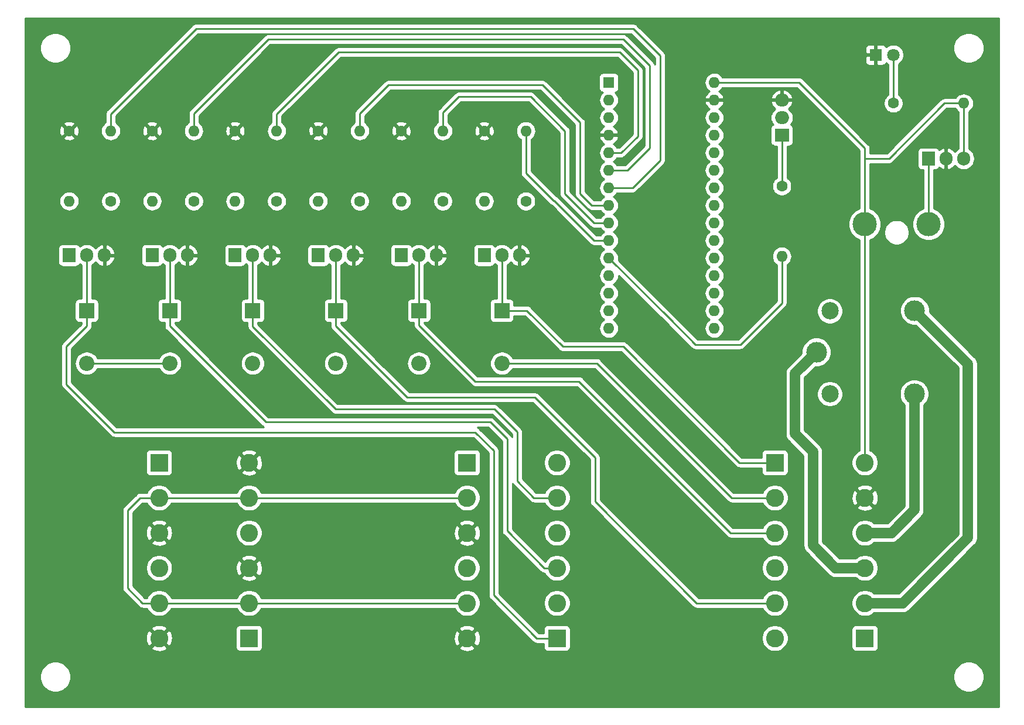
<source format=gtl>
G04 #@! TF.GenerationSoftware,KiCad,Pcbnew,5.1.4*
G04 #@! TF.CreationDate,2019-11-04T19:43:57+01:00*
G04 #@! TF.ProjectId,arduino-farm,61726475-696e-46f2-9d66-61726d2e6b69,rev?*
G04 #@! TF.SameCoordinates,Original*
G04 #@! TF.FileFunction,Copper,L1,Top*
G04 #@! TF.FilePolarity,Positive*
%FSLAX46Y46*%
G04 Gerber Fmt 4.6, Leading zero omitted, Abs format (unit mm)*
G04 Created by KiCad (PCBNEW 5.1.4) date 2019-11-04 19:43:57*
%MOMM*%
%LPD*%
G04 APERTURE LIST*
%ADD10C,3.500000*%
%ADD11R,1.600000X1.600000*%
%ADD12O,1.600000X1.600000*%
%ADD13R,1.800000X1.800000*%
%ADD14C,1.800000*%
%ADD15R,2.200000X2.200000*%
%ADD16O,2.200000X2.200000*%
%ADD17C,2.600000*%
%ADD18R,2.600000X2.600000*%
%ADD19C,2.500000*%
%ADD20C,3.000000*%
%ADD21O,1.905000X2.000000*%
%ADD22R,1.905000X2.000000*%
%ADD23O,2.000000X1.905000*%
%ADD24R,2.000000X1.905000*%
%ADD25C,1.600000*%
%ADD26C,0.250000*%
%ADD27C,1.500000*%
%ADD28C,0.254000*%
G04 APERTURE END LIST*
D10*
X186200000Y-85500000D03*
X177000000Y-85500000D03*
D11*
X140000000Y-65000000D03*
D12*
X155240000Y-98020000D03*
X140000000Y-67540000D03*
X155240000Y-95480000D03*
X140000000Y-70080000D03*
X155240000Y-92940000D03*
X140000000Y-72620000D03*
X155240000Y-90400000D03*
X140000000Y-75160000D03*
X155240000Y-87860000D03*
X140000000Y-77700000D03*
X155240000Y-85320000D03*
X140000000Y-80240000D03*
X155240000Y-82780000D03*
X140000000Y-82780000D03*
X155240000Y-80240000D03*
X140000000Y-85320000D03*
X155240000Y-77700000D03*
X140000000Y-87860000D03*
X155240000Y-75160000D03*
X140000000Y-90400000D03*
X155240000Y-72620000D03*
X140000000Y-92940000D03*
X155240000Y-70080000D03*
X140000000Y-95480000D03*
X155240000Y-67540000D03*
X140000000Y-98020000D03*
X155240000Y-65000000D03*
X140000000Y-100560000D03*
X155240000Y-100560000D03*
D13*
X178580000Y-61000000D03*
D14*
X181120000Y-61000000D03*
D15*
X88540000Y-98000000D03*
D16*
X88540000Y-105620000D03*
X76540000Y-105620000D03*
D15*
X76540000Y-98000000D03*
D16*
X64540000Y-105620000D03*
D15*
X64540000Y-98000000D03*
D16*
X100540000Y-105620000D03*
D15*
X100540000Y-98000000D03*
X112550000Y-98000000D03*
D16*
X112550000Y-105620000D03*
D15*
X124540000Y-98000000D03*
D16*
X124540000Y-105620000D03*
D17*
X75000000Y-145400000D03*
X75000000Y-140320000D03*
X75000000Y-135240000D03*
X75000000Y-130160000D03*
X75000000Y-125080000D03*
D18*
X75000000Y-120000000D03*
X88000000Y-145400000D03*
D17*
X88000000Y-140320000D03*
X88000000Y-135240000D03*
X88000000Y-130160000D03*
X88000000Y-125080000D03*
X88000000Y-120000000D03*
X119500000Y-145400000D03*
X119500000Y-140320000D03*
X119500000Y-135240000D03*
X119500000Y-130160000D03*
X119500000Y-125080000D03*
D18*
X119500000Y-120000000D03*
X132500000Y-145400000D03*
D17*
X132500000Y-140320000D03*
X132500000Y-135240000D03*
X132500000Y-130160000D03*
X132500000Y-125080000D03*
X132500000Y-120000000D03*
X164000000Y-145400000D03*
X164000000Y-140320000D03*
X164000000Y-135240000D03*
X164000000Y-130160000D03*
X164000000Y-125080000D03*
D18*
X164000000Y-120000000D03*
X177000000Y-145400000D03*
D17*
X177000000Y-140320000D03*
X177000000Y-135240000D03*
X177000000Y-130160000D03*
X177000000Y-125080000D03*
X177000000Y-120000000D03*
D19*
X171950000Y-110050000D03*
D20*
X184150000Y-110050000D03*
X184200000Y-98000000D03*
D19*
X171950000Y-98050000D03*
D20*
X170000000Y-104000000D03*
D21*
X91080000Y-90000000D03*
X88540000Y-90000000D03*
D22*
X86000000Y-90000000D03*
D21*
X79080000Y-90000000D03*
X76540000Y-90000000D03*
D22*
X74000000Y-90000000D03*
X62000000Y-90000000D03*
D21*
X64540000Y-90000000D03*
X67080000Y-90000000D03*
D23*
X165000000Y-67540000D03*
X165000000Y-70080000D03*
D24*
X165000000Y-72620000D03*
D22*
X98000000Y-90000000D03*
D21*
X100540000Y-90000000D03*
X103080000Y-90000000D03*
D22*
X110000000Y-90000000D03*
D21*
X112540000Y-90000000D03*
X115080000Y-90000000D03*
D22*
X122000000Y-90000000D03*
D21*
X124540000Y-90000000D03*
X127080000Y-90000000D03*
D12*
X191280000Y-68000000D03*
D25*
X181120000Y-68000000D03*
X92000000Y-82160000D03*
D12*
X92000000Y-72000000D03*
X80000000Y-72000000D03*
D25*
X80000000Y-82160000D03*
X68000000Y-82160000D03*
D12*
X68000000Y-72000000D03*
X86000000Y-82160000D03*
D25*
X86000000Y-72000000D03*
X74000000Y-72000000D03*
D12*
X74000000Y-82160000D03*
X62000000Y-82160000D03*
D25*
X62000000Y-72000000D03*
X165000000Y-80000000D03*
D12*
X165000000Y-90160000D03*
D25*
X104000000Y-82160000D03*
D12*
X104000000Y-72000000D03*
D25*
X116000000Y-82160000D03*
D12*
X116000000Y-72000000D03*
X128000000Y-72000000D03*
D25*
X128000000Y-82160000D03*
D12*
X98000000Y-82160000D03*
D25*
X98000000Y-72000000D03*
D12*
X110000000Y-82160000D03*
D25*
X110000000Y-72000000D03*
X122000000Y-72000000D03*
D12*
X122000000Y-82160000D03*
D22*
X186200000Y-76000000D03*
D21*
X188740000Y-76000000D03*
X191280000Y-76000000D03*
D26*
X155240000Y-67540000D02*
X162710000Y-67540000D01*
X165000000Y-67540000D02*
X162710000Y-67540000D01*
X92000000Y-69550000D02*
X92000000Y-72000000D01*
X141790000Y-75160000D02*
X144200000Y-72750000D01*
X140000000Y-75160000D02*
X141790000Y-75160000D01*
X144200000Y-72750000D02*
X144200000Y-63250000D01*
X144200000Y-63250000D02*
X141550000Y-60600000D01*
X141550000Y-60600000D02*
X100950000Y-60600000D01*
X100950000Y-60600000D02*
X92000000Y-69550000D01*
X80000000Y-69500000D02*
X80000000Y-72000000D01*
X142700000Y-77700000D02*
X145900000Y-74500000D01*
X140000000Y-77700000D02*
X142700000Y-77700000D01*
X145900000Y-74500000D02*
X145900000Y-62550000D01*
X145900000Y-62550000D02*
X142100000Y-58750000D01*
X142100000Y-58750000D02*
X90750000Y-58750000D01*
X90750000Y-58750000D02*
X80000000Y-69500000D01*
X143410000Y-80240000D02*
X140000000Y-80240000D01*
X68000000Y-72000000D02*
X68000000Y-69550000D01*
X80350000Y-57200000D02*
X143500000Y-57200000D01*
X143500000Y-57200000D02*
X147400000Y-61100000D01*
X68000000Y-69550000D02*
X80350000Y-57200000D01*
X147400000Y-61100000D02*
X147400000Y-76250000D01*
X147400000Y-76250000D02*
X143410000Y-80240000D01*
X104000000Y-69500000D02*
X104000000Y-72000000D01*
X140000000Y-82780000D02*
X137530000Y-82780000D01*
X137530000Y-82780000D02*
X135850000Y-81100000D01*
X135850000Y-81100000D02*
X135850000Y-70800000D01*
X135850000Y-70800000D02*
X130400000Y-65350000D01*
X130400000Y-65350000D02*
X108150000Y-65350000D01*
X108150000Y-65350000D02*
X104000000Y-69500000D01*
X116000000Y-69350000D02*
X116000000Y-72000000D01*
X137870000Y-85320000D02*
X133650000Y-81100000D01*
X140000000Y-85320000D02*
X137870000Y-85320000D01*
X133650000Y-81100000D02*
X133650000Y-72000000D01*
X133650000Y-72000000D02*
X128700000Y-67050000D01*
X128700000Y-67050000D02*
X118300000Y-67050000D01*
X118300000Y-67050000D02*
X116000000Y-69350000D01*
X128000000Y-78100000D02*
X128000000Y-72000000D01*
X132000000Y-82100000D02*
X128000000Y-78100000D01*
X132100000Y-82100000D02*
X132000000Y-82100000D01*
X140000000Y-87860000D02*
X137860000Y-87860000D01*
X137860000Y-87860000D02*
X132100000Y-82100000D01*
X148750000Y-99150000D02*
X140000000Y-90400000D01*
X152500000Y-102900000D02*
X148750000Y-99150000D01*
X159000000Y-102900000D02*
X152500000Y-102900000D01*
X165000000Y-96900000D02*
X159000000Y-102900000D01*
X165000000Y-90160000D02*
X165000000Y-96900000D01*
X117661523Y-125080000D02*
X88000000Y-125080000D01*
X119500000Y-125080000D02*
X117661523Y-125080000D01*
X86161523Y-125080000D02*
X75000000Y-125080000D01*
X88000000Y-125080000D02*
X86161523Y-125080000D01*
X75000000Y-140320000D02*
X88000000Y-140320000D01*
X88000000Y-140320000D02*
X119500000Y-140320000D01*
X72620000Y-140320000D02*
X75000000Y-140320000D01*
X70450000Y-138150000D02*
X72620000Y-140320000D01*
X70450000Y-126900000D02*
X70450000Y-138150000D01*
X75000000Y-125080000D02*
X72270000Y-125080000D01*
X72270000Y-125080000D02*
X70450000Y-126900000D01*
X181120000Y-66868630D02*
X181120000Y-61000000D01*
X181120000Y-68000000D02*
X181120000Y-66868630D01*
X88540000Y-96650000D02*
X88540000Y-90000000D01*
X88540000Y-98000000D02*
X88540000Y-96650000D01*
X88540000Y-100290000D02*
X88540000Y-98000000D01*
X129180000Y-125080000D02*
X126750000Y-122650000D01*
X132500000Y-125080000D02*
X129180000Y-125080000D01*
X126750000Y-122650000D02*
X126750000Y-115550000D01*
X123450000Y-112250000D02*
X100500000Y-112250000D01*
X126750000Y-115550000D02*
X123450000Y-112250000D01*
X100500000Y-112250000D02*
X88540000Y-100290000D01*
X126095634Y-105620000D02*
X124540000Y-105620000D01*
X138270000Y-105620000D02*
X126095634Y-105620000D01*
X164000000Y-125080000D02*
X157730000Y-125080000D01*
X157730000Y-125080000D02*
X138270000Y-105620000D01*
X76540000Y-105620000D02*
X64540000Y-105620000D01*
X177000000Y-85500000D02*
X177000000Y-87974873D01*
X177000000Y-109800000D02*
X177000000Y-110000000D01*
X177000000Y-87974873D02*
X177000000Y-110000000D01*
X177000000Y-110000000D02*
X177000000Y-120000000D01*
X191280000Y-68000000D02*
X191280000Y-76000000D01*
X177000000Y-85500000D02*
X177000000Y-83025127D01*
X191280000Y-68000000D02*
X188500000Y-68000000D01*
X180500000Y-76000000D02*
X177000000Y-76000000D01*
X188500000Y-68000000D02*
X180500000Y-76000000D01*
X177000000Y-76250000D02*
X177000000Y-76000000D01*
X177000000Y-83025127D02*
X177000000Y-76250000D01*
X167500000Y-65000000D02*
X155240000Y-65000000D01*
X177000000Y-76250000D02*
X177000000Y-74500000D01*
X177000000Y-74500000D02*
X167500000Y-65000000D01*
X76540000Y-96650000D02*
X76540000Y-90000000D01*
X76540000Y-98000000D02*
X76540000Y-96650000D01*
X76540000Y-100240000D02*
X76540000Y-98000000D01*
X130661523Y-135240000D02*
X125300000Y-129878477D01*
X132500000Y-135240000D02*
X130661523Y-135240000D01*
X125300000Y-129878477D02*
X125300000Y-116600000D01*
X125300000Y-116600000D02*
X122850000Y-114150000D01*
X122850000Y-114150000D02*
X90450000Y-114150000D01*
X90450000Y-114150000D02*
X76540000Y-100240000D01*
X64540000Y-96650000D02*
X64540000Y-90000000D01*
X64540000Y-98000000D02*
X64540000Y-96650000D01*
X129550000Y-145400000D02*
X132500000Y-145400000D01*
X123350000Y-139200000D02*
X129550000Y-145400000D01*
X64540000Y-98000000D02*
X64540000Y-100260000D01*
X123350000Y-118250000D02*
X123350000Y-139200000D01*
X64540000Y-100260000D02*
X61600000Y-103200000D01*
X61600000Y-103200000D02*
X61600000Y-108650000D01*
X61600000Y-108650000D02*
X68550000Y-115600000D01*
X68550000Y-115600000D02*
X120700000Y-115600000D01*
X120700000Y-115600000D02*
X123350000Y-118250000D01*
X100540000Y-98000000D02*
X100540000Y-90000000D01*
X100540000Y-100240000D02*
X100540000Y-98000000D01*
X152670000Y-140320000D02*
X138000000Y-125650000D01*
X164000000Y-140320000D02*
X152670000Y-140320000D01*
X138000000Y-125650000D02*
X138000000Y-119250000D01*
X138000000Y-119250000D02*
X129300000Y-110550000D01*
X129300000Y-110550000D02*
X110850000Y-110550000D01*
X110850000Y-110550000D02*
X100540000Y-100240000D01*
X112550000Y-90010000D02*
X112540000Y-90000000D01*
X112550000Y-98000000D02*
X112550000Y-90010000D01*
X112550000Y-100100000D02*
X112550000Y-98000000D01*
X120700000Y-108250000D02*
X112550000Y-100100000D01*
X135700000Y-108250000D02*
X120700000Y-108250000D01*
X164000000Y-130160000D02*
X157610000Y-130160000D01*
X157610000Y-130160000D02*
X135700000Y-108250000D01*
X128150000Y-98000000D02*
X124540000Y-98000000D01*
X133350000Y-103200000D02*
X128150000Y-98000000D01*
X142100000Y-103200000D02*
X133350000Y-103200000D01*
X164000000Y-120000000D02*
X158900000Y-120000000D01*
X158900000Y-120000000D02*
X142100000Y-103200000D01*
X124540000Y-98000000D02*
X124540000Y-90000000D01*
D27*
X177000000Y-130160000D02*
X180840000Y-130160000D01*
X180840000Y-130160000D02*
X184150000Y-126850000D01*
X184150000Y-112171320D02*
X184150000Y-126850000D01*
X184150000Y-110050000D02*
X184150000Y-112171320D01*
X172740000Y-135240000D02*
X177000000Y-135240000D01*
X170000000Y-104000000D02*
X166900000Y-107100000D01*
X166900000Y-107100000D02*
X166900000Y-115830000D01*
X169500000Y-118430000D02*
X169500000Y-132000000D01*
X166900000Y-115830000D02*
X169500000Y-118430000D01*
X169500000Y-132000000D02*
X172740000Y-135240000D01*
X182480000Y-140320000D02*
X177000000Y-140320000D01*
X191900000Y-130900000D02*
X182480000Y-140320000D01*
X191900000Y-125700000D02*
X191900000Y-130900000D01*
X184200000Y-98000000D02*
X191900000Y-105700000D01*
X191900000Y-105700000D02*
X191900000Y-125700000D01*
D26*
X165000000Y-73822500D02*
X165000000Y-80000000D01*
X165000000Y-72620000D02*
X165000000Y-73822500D01*
X186200000Y-77250000D02*
X186200000Y-85500000D01*
X186200000Y-76000000D02*
X186200000Y-77250000D01*
D28*
G36*
X196340001Y-155340000D02*
G01*
X55660000Y-155340000D01*
X55660000Y-150779872D01*
X57765000Y-150779872D01*
X57765000Y-151220128D01*
X57850890Y-151651925D01*
X58019369Y-152058669D01*
X58263962Y-152424729D01*
X58575271Y-152736038D01*
X58941331Y-152980631D01*
X59348075Y-153149110D01*
X59779872Y-153235000D01*
X60220128Y-153235000D01*
X60651925Y-153149110D01*
X61058669Y-152980631D01*
X61424729Y-152736038D01*
X61736038Y-152424729D01*
X61980631Y-152058669D01*
X62149110Y-151651925D01*
X62235000Y-151220128D01*
X62235000Y-150779872D01*
X189765000Y-150779872D01*
X189765000Y-151220128D01*
X189850890Y-151651925D01*
X190019369Y-152058669D01*
X190263962Y-152424729D01*
X190575271Y-152736038D01*
X190941331Y-152980631D01*
X191348075Y-153149110D01*
X191779872Y-153235000D01*
X192220128Y-153235000D01*
X192651925Y-153149110D01*
X193058669Y-152980631D01*
X193424729Y-152736038D01*
X193736038Y-152424729D01*
X193980631Y-152058669D01*
X194149110Y-151651925D01*
X194235000Y-151220128D01*
X194235000Y-150779872D01*
X194149110Y-150348075D01*
X193980631Y-149941331D01*
X193736038Y-149575271D01*
X193424729Y-149263962D01*
X193058669Y-149019369D01*
X192651925Y-148850890D01*
X192220128Y-148765000D01*
X191779872Y-148765000D01*
X191348075Y-148850890D01*
X190941331Y-149019369D01*
X190575271Y-149263962D01*
X190263962Y-149575271D01*
X190019369Y-149941331D01*
X189850890Y-150348075D01*
X189765000Y-150779872D01*
X62235000Y-150779872D01*
X62149110Y-150348075D01*
X61980631Y-149941331D01*
X61736038Y-149575271D01*
X61424729Y-149263962D01*
X61058669Y-149019369D01*
X60651925Y-148850890D01*
X60220128Y-148765000D01*
X59779872Y-148765000D01*
X59348075Y-148850890D01*
X58941331Y-149019369D01*
X58575271Y-149263962D01*
X58263962Y-149575271D01*
X58019369Y-149941331D01*
X57850890Y-150348075D01*
X57765000Y-150779872D01*
X55660000Y-150779872D01*
X55660000Y-146749224D01*
X73830381Y-146749224D01*
X73962317Y-147044312D01*
X74303045Y-147215159D01*
X74670557Y-147316250D01*
X75050729Y-147343701D01*
X75428951Y-147296457D01*
X75790690Y-147176333D01*
X76037683Y-147044312D01*
X76169619Y-146749224D01*
X75000000Y-145579605D01*
X73830381Y-146749224D01*
X55660000Y-146749224D01*
X55660000Y-145450729D01*
X73056299Y-145450729D01*
X73103543Y-145828951D01*
X73223667Y-146190690D01*
X73355688Y-146437683D01*
X73650776Y-146569619D01*
X74820395Y-145400000D01*
X75179605Y-145400000D01*
X76349224Y-146569619D01*
X76644312Y-146437683D01*
X76815159Y-146096955D01*
X76916250Y-145729443D01*
X76943701Y-145349271D01*
X76896457Y-144971049D01*
X76776333Y-144609310D01*
X76644312Y-144362317D01*
X76349224Y-144230381D01*
X75179605Y-145400000D01*
X74820395Y-145400000D01*
X73650776Y-144230381D01*
X73355688Y-144362317D01*
X73184841Y-144703045D01*
X73083750Y-145070557D01*
X73056299Y-145450729D01*
X55660000Y-145450729D01*
X55660000Y-144050776D01*
X73830381Y-144050776D01*
X75000000Y-145220395D01*
X76120395Y-144100000D01*
X86061928Y-144100000D01*
X86061928Y-146700000D01*
X86074188Y-146824482D01*
X86110498Y-146944180D01*
X86169463Y-147054494D01*
X86248815Y-147151185D01*
X86345506Y-147230537D01*
X86455820Y-147289502D01*
X86575518Y-147325812D01*
X86700000Y-147338072D01*
X89300000Y-147338072D01*
X89424482Y-147325812D01*
X89544180Y-147289502D01*
X89654494Y-147230537D01*
X89751185Y-147151185D01*
X89830537Y-147054494D01*
X89889502Y-146944180D01*
X89925812Y-146824482D01*
X89933224Y-146749224D01*
X118330381Y-146749224D01*
X118462317Y-147044312D01*
X118803045Y-147215159D01*
X119170557Y-147316250D01*
X119550729Y-147343701D01*
X119928951Y-147296457D01*
X120290690Y-147176333D01*
X120537683Y-147044312D01*
X120669619Y-146749224D01*
X119500000Y-145579605D01*
X118330381Y-146749224D01*
X89933224Y-146749224D01*
X89938072Y-146700000D01*
X89938072Y-145450729D01*
X117556299Y-145450729D01*
X117603543Y-145828951D01*
X117723667Y-146190690D01*
X117855688Y-146437683D01*
X118150776Y-146569619D01*
X119320395Y-145400000D01*
X119679605Y-145400000D01*
X120849224Y-146569619D01*
X121144312Y-146437683D01*
X121315159Y-146096955D01*
X121416250Y-145729443D01*
X121443701Y-145349271D01*
X121396457Y-144971049D01*
X121276333Y-144609310D01*
X121144312Y-144362317D01*
X120849224Y-144230381D01*
X119679605Y-145400000D01*
X119320395Y-145400000D01*
X118150776Y-144230381D01*
X117855688Y-144362317D01*
X117684841Y-144703045D01*
X117583750Y-145070557D01*
X117556299Y-145450729D01*
X89938072Y-145450729D01*
X89938072Y-144100000D01*
X89933225Y-144050776D01*
X118330381Y-144050776D01*
X119500000Y-145220395D01*
X120669619Y-144050776D01*
X120537683Y-143755688D01*
X120196955Y-143584841D01*
X119829443Y-143483750D01*
X119449271Y-143456299D01*
X119071049Y-143503543D01*
X118709310Y-143623667D01*
X118462317Y-143755688D01*
X118330381Y-144050776D01*
X89933225Y-144050776D01*
X89925812Y-143975518D01*
X89889502Y-143855820D01*
X89830537Y-143745506D01*
X89751185Y-143648815D01*
X89654494Y-143569463D01*
X89544180Y-143510498D01*
X89424482Y-143474188D01*
X89300000Y-143461928D01*
X86700000Y-143461928D01*
X86575518Y-143474188D01*
X86455820Y-143510498D01*
X86345506Y-143569463D01*
X86248815Y-143648815D01*
X86169463Y-143745506D01*
X86110498Y-143855820D01*
X86074188Y-143975518D01*
X86061928Y-144100000D01*
X76120395Y-144100000D01*
X76169619Y-144050776D01*
X76037683Y-143755688D01*
X75696955Y-143584841D01*
X75329443Y-143483750D01*
X74949271Y-143456299D01*
X74571049Y-143503543D01*
X74209310Y-143623667D01*
X73962317Y-143755688D01*
X73830381Y-144050776D01*
X55660000Y-144050776D01*
X55660000Y-126900000D01*
X69686324Y-126900000D01*
X69690000Y-126937322D01*
X69690001Y-138112668D01*
X69686324Y-138150000D01*
X69700998Y-138298985D01*
X69744454Y-138442246D01*
X69815026Y-138574276D01*
X69885378Y-138659999D01*
X69910000Y-138690001D01*
X69938998Y-138713799D01*
X72056205Y-140831008D01*
X72079999Y-140860001D01*
X72108992Y-140883795D01*
X72108996Y-140883799D01*
X72179685Y-140941811D01*
X72195724Y-140954974D01*
X72327753Y-141025546D01*
X72471014Y-141069003D01*
X72582667Y-141080000D01*
X72582676Y-141080000D01*
X72619999Y-141083676D01*
X72657322Y-141080000D01*
X73220373Y-141080000D01*
X73285225Y-141236566D01*
X73496987Y-141553491D01*
X73766509Y-141823013D01*
X74083434Y-142034775D01*
X74435581Y-142180639D01*
X74809419Y-142255000D01*
X75190581Y-142255000D01*
X75564419Y-142180639D01*
X75916566Y-142034775D01*
X76233491Y-141823013D01*
X76503013Y-141553491D01*
X76714775Y-141236566D01*
X76779627Y-141080000D01*
X86220373Y-141080000D01*
X86285225Y-141236566D01*
X86496987Y-141553491D01*
X86766509Y-141823013D01*
X87083434Y-142034775D01*
X87435581Y-142180639D01*
X87809419Y-142255000D01*
X88190581Y-142255000D01*
X88564419Y-142180639D01*
X88916566Y-142034775D01*
X89233491Y-141823013D01*
X89503013Y-141553491D01*
X89714775Y-141236566D01*
X89779627Y-141080000D01*
X117720373Y-141080000D01*
X117785225Y-141236566D01*
X117996987Y-141553491D01*
X118266509Y-141823013D01*
X118583434Y-142034775D01*
X118935581Y-142180639D01*
X119309419Y-142255000D01*
X119690581Y-142255000D01*
X120064419Y-142180639D01*
X120416566Y-142034775D01*
X120733491Y-141823013D01*
X121003013Y-141553491D01*
X121214775Y-141236566D01*
X121360639Y-140884419D01*
X121435000Y-140510581D01*
X121435000Y-140129419D01*
X121360639Y-139755581D01*
X121214775Y-139403434D01*
X121003013Y-139086509D01*
X120733491Y-138816987D01*
X120416566Y-138605225D01*
X120064419Y-138459361D01*
X119690581Y-138385000D01*
X119309419Y-138385000D01*
X118935581Y-138459361D01*
X118583434Y-138605225D01*
X118266509Y-138816987D01*
X117996987Y-139086509D01*
X117785225Y-139403434D01*
X117720373Y-139560000D01*
X89779627Y-139560000D01*
X89714775Y-139403434D01*
X89503013Y-139086509D01*
X89233491Y-138816987D01*
X88916566Y-138605225D01*
X88564419Y-138459361D01*
X88190581Y-138385000D01*
X87809419Y-138385000D01*
X87435581Y-138459361D01*
X87083434Y-138605225D01*
X86766509Y-138816987D01*
X86496987Y-139086509D01*
X86285225Y-139403434D01*
X86220373Y-139560000D01*
X76779627Y-139560000D01*
X76714775Y-139403434D01*
X76503013Y-139086509D01*
X76233491Y-138816987D01*
X75916566Y-138605225D01*
X75564419Y-138459361D01*
X75190581Y-138385000D01*
X74809419Y-138385000D01*
X74435581Y-138459361D01*
X74083434Y-138605225D01*
X73766509Y-138816987D01*
X73496987Y-139086509D01*
X73285225Y-139403434D01*
X73220373Y-139560000D01*
X72934803Y-139560000D01*
X71210000Y-137835199D01*
X71210000Y-135049419D01*
X73065000Y-135049419D01*
X73065000Y-135430581D01*
X73139361Y-135804419D01*
X73285225Y-136156566D01*
X73496987Y-136473491D01*
X73766509Y-136743013D01*
X74083434Y-136954775D01*
X74435581Y-137100639D01*
X74809419Y-137175000D01*
X75190581Y-137175000D01*
X75564419Y-137100639D01*
X75916566Y-136954775D01*
X76233491Y-136743013D01*
X76387280Y-136589224D01*
X86830381Y-136589224D01*
X86962317Y-136884312D01*
X87303045Y-137055159D01*
X87670557Y-137156250D01*
X88050729Y-137183701D01*
X88428951Y-137136457D01*
X88790690Y-137016333D01*
X89037683Y-136884312D01*
X89169619Y-136589224D01*
X88000000Y-135419605D01*
X86830381Y-136589224D01*
X76387280Y-136589224D01*
X76503013Y-136473491D01*
X76714775Y-136156566D01*
X76860639Y-135804419D01*
X76935000Y-135430581D01*
X76935000Y-135290729D01*
X86056299Y-135290729D01*
X86103543Y-135668951D01*
X86223667Y-136030690D01*
X86355688Y-136277683D01*
X86650776Y-136409619D01*
X87820395Y-135240000D01*
X88179605Y-135240000D01*
X89349224Y-136409619D01*
X89644312Y-136277683D01*
X89815159Y-135936955D01*
X89916250Y-135569443D01*
X89943701Y-135189271D01*
X89926232Y-135049419D01*
X117565000Y-135049419D01*
X117565000Y-135430581D01*
X117639361Y-135804419D01*
X117785225Y-136156566D01*
X117996987Y-136473491D01*
X118266509Y-136743013D01*
X118583434Y-136954775D01*
X118935581Y-137100639D01*
X119309419Y-137175000D01*
X119690581Y-137175000D01*
X120064419Y-137100639D01*
X120416566Y-136954775D01*
X120733491Y-136743013D01*
X121003013Y-136473491D01*
X121214775Y-136156566D01*
X121360639Y-135804419D01*
X121435000Y-135430581D01*
X121435000Y-135049419D01*
X121360639Y-134675581D01*
X121214775Y-134323434D01*
X121003013Y-134006509D01*
X120733491Y-133736987D01*
X120416566Y-133525225D01*
X120064419Y-133379361D01*
X119690581Y-133305000D01*
X119309419Y-133305000D01*
X118935581Y-133379361D01*
X118583434Y-133525225D01*
X118266509Y-133736987D01*
X117996987Y-134006509D01*
X117785225Y-134323434D01*
X117639361Y-134675581D01*
X117565000Y-135049419D01*
X89926232Y-135049419D01*
X89896457Y-134811049D01*
X89776333Y-134449310D01*
X89644312Y-134202317D01*
X89349224Y-134070381D01*
X88179605Y-135240000D01*
X87820395Y-135240000D01*
X86650776Y-134070381D01*
X86355688Y-134202317D01*
X86184841Y-134543045D01*
X86083750Y-134910557D01*
X86056299Y-135290729D01*
X76935000Y-135290729D01*
X76935000Y-135049419D01*
X76860639Y-134675581D01*
X76714775Y-134323434D01*
X76503013Y-134006509D01*
X76387280Y-133890776D01*
X86830381Y-133890776D01*
X88000000Y-135060395D01*
X89169619Y-133890776D01*
X89037683Y-133595688D01*
X88696955Y-133424841D01*
X88329443Y-133323750D01*
X87949271Y-133296299D01*
X87571049Y-133343543D01*
X87209310Y-133463667D01*
X86962317Y-133595688D01*
X86830381Y-133890776D01*
X76387280Y-133890776D01*
X76233491Y-133736987D01*
X75916566Y-133525225D01*
X75564419Y-133379361D01*
X75190581Y-133305000D01*
X74809419Y-133305000D01*
X74435581Y-133379361D01*
X74083434Y-133525225D01*
X73766509Y-133736987D01*
X73496987Y-134006509D01*
X73285225Y-134323434D01*
X73139361Y-134675581D01*
X73065000Y-135049419D01*
X71210000Y-135049419D01*
X71210000Y-131509224D01*
X73830381Y-131509224D01*
X73962317Y-131804312D01*
X74303045Y-131975159D01*
X74670557Y-132076250D01*
X75050729Y-132103701D01*
X75428951Y-132056457D01*
X75790690Y-131936333D01*
X76037683Y-131804312D01*
X76169619Y-131509224D01*
X75000000Y-130339605D01*
X73830381Y-131509224D01*
X71210000Y-131509224D01*
X71210000Y-130210729D01*
X73056299Y-130210729D01*
X73103543Y-130588951D01*
X73223667Y-130950690D01*
X73355688Y-131197683D01*
X73650776Y-131329619D01*
X74820395Y-130160000D01*
X75179605Y-130160000D01*
X76349224Y-131329619D01*
X76644312Y-131197683D01*
X76815159Y-130856955D01*
X76916250Y-130489443D01*
X76943701Y-130109271D01*
X76926232Y-129969419D01*
X86065000Y-129969419D01*
X86065000Y-130350581D01*
X86139361Y-130724419D01*
X86285225Y-131076566D01*
X86496987Y-131393491D01*
X86766509Y-131663013D01*
X87083434Y-131874775D01*
X87435581Y-132020639D01*
X87809419Y-132095000D01*
X88190581Y-132095000D01*
X88564419Y-132020639D01*
X88916566Y-131874775D01*
X89233491Y-131663013D01*
X89387280Y-131509224D01*
X118330381Y-131509224D01*
X118462317Y-131804312D01*
X118803045Y-131975159D01*
X119170557Y-132076250D01*
X119550729Y-132103701D01*
X119928951Y-132056457D01*
X120290690Y-131936333D01*
X120537683Y-131804312D01*
X120669619Y-131509224D01*
X119500000Y-130339605D01*
X118330381Y-131509224D01*
X89387280Y-131509224D01*
X89503013Y-131393491D01*
X89714775Y-131076566D01*
X89860639Y-130724419D01*
X89935000Y-130350581D01*
X89935000Y-130210729D01*
X117556299Y-130210729D01*
X117603543Y-130588951D01*
X117723667Y-130950690D01*
X117855688Y-131197683D01*
X118150776Y-131329619D01*
X119320395Y-130160000D01*
X119679605Y-130160000D01*
X120849224Y-131329619D01*
X121144312Y-131197683D01*
X121315159Y-130856955D01*
X121416250Y-130489443D01*
X121443701Y-130109271D01*
X121396457Y-129731049D01*
X121276333Y-129369310D01*
X121144312Y-129122317D01*
X120849224Y-128990381D01*
X119679605Y-130160000D01*
X119320395Y-130160000D01*
X118150776Y-128990381D01*
X117855688Y-129122317D01*
X117684841Y-129463045D01*
X117583750Y-129830557D01*
X117556299Y-130210729D01*
X89935000Y-130210729D01*
X89935000Y-129969419D01*
X89860639Y-129595581D01*
X89714775Y-129243434D01*
X89503013Y-128926509D01*
X89387280Y-128810776D01*
X118330381Y-128810776D01*
X119500000Y-129980395D01*
X120669619Y-128810776D01*
X120537683Y-128515688D01*
X120196955Y-128344841D01*
X119829443Y-128243750D01*
X119449271Y-128216299D01*
X119071049Y-128263543D01*
X118709310Y-128383667D01*
X118462317Y-128515688D01*
X118330381Y-128810776D01*
X89387280Y-128810776D01*
X89233491Y-128656987D01*
X88916566Y-128445225D01*
X88564419Y-128299361D01*
X88190581Y-128225000D01*
X87809419Y-128225000D01*
X87435581Y-128299361D01*
X87083434Y-128445225D01*
X86766509Y-128656987D01*
X86496987Y-128926509D01*
X86285225Y-129243434D01*
X86139361Y-129595581D01*
X86065000Y-129969419D01*
X76926232Y-129969419D01*
X76896457Y-129731049D01*
X76776333Y-129369310D01*
X76644312Y-129122317D01*
X76349224Y-128990381D01*
X75179605Y-130160000D01*
X74820395Y-130160000D01*
X73650776Y-128990381D01*
X73355688Y-129122317D01*
X73184841Y-129463045D01*
X73083750Y-129830557D01*
X73056299Y-130210729D01*
X71210000Y-130210729D01*
X71210000Y-128810776D01*
X73830381Y-128810776D01*
X75000000Y-129980395D01*
X76169619Y-128810776D01*
X76037683Y-128515688D01*
X75696955Y-128344841D01*
X75329443Y-128243750D01*
X74949271Y-128216299D01*
X74571049Y-128263543D01*
X74209310Y-128383667D01*
X73962317Y-128515688D01*
X73830381Y-128810776D01*
X71210000Y-128810776D01*
X71210000Y-127214801D01*
X72584802Y-125840000D01*
X73220373Y-125840000D01*
X73285225Y-125996566D01*
X73496987Y-126313491D01*
X73766509Y-126583013D01*
X74083434Y-126794775D01*
X74435581Y-126940639D01*
X74809419Y-127015000D01*
X75190581Y-127015000D01*
X75564419Y-126940639D01*
X75916566Y-126794775D01*
X76233491Y-126583013D01*
X76503013Y-126313491D01*
X76714775Y-125996566D01*
X76779627Y-125840000D01*
X86220373Y-125840000D01*
X86285225Y-125996566D01*
X86496987Y-126313491D01*
X86766509Y-126583013D01*
X87083434Y-126794775D01*
X87435581Y-126940639D01*
X87809419Y-127015000D01*
X88190581Y-127015000D01*
X88564419Y-126940639D01*
X88916566Y-126794775D01*
X89233491Y-126583013D01*
X89503013Y-126313491D01*
X89714775Y-125996566D01*
X89779627Y-125840000D01*
X117720373Y-125840000D01*
X117785225Y-125996566D01*
X117996987Y-126313491D01*
X118266509Y-126583013D01*
X118583434Y-126794775D01*
X118935581Y-126940639D01*
X119309419Y-127015000D01*
X119690581Y-127015000D01*
X120064419Y-126940639D01*
X120416566Y-126794775D01*
X120733491Y-126583013D01*
X121003013Y-126313491D01*
X121214775Y-125996566D01*
X121360639Y-125644419D01*
X121435000Y-125270581D01*
X121435000Y-124889419D01*
X121360639Y-124515581D01*
X121214775Y-124163434D01*
X121003013Y-123846509D01*
X120733491Y-123576987D01*
X120416566Y-123365225D01*
X120064419Y-123219361D01*
X119690581Y-123145000D01*
X119309419Y-123145000D01*
X118935581Y-123219361D01*
X118583434Y-123365225D01*
X118266509Y-123576987D01*
X117996987Y-123846509D01*
X117785225Y-124163434D01*
X117720373Y-124320000D01*
X89779627Y-124320000D01*
X89714775Y-124163434D01*
X89503013Y-123846509D01*
X89233491Y-123576987D01*
X88916566Y-123365225D01*
X88564419Y-123219361D01*
X88190581Y-123145000D01*
X87809419Y-123145000D01*
X87435581Y-123219361D01*
X87083434Y-123365225D01*
X86766509Y-123576987D01*
X86496987Y-123846509D01*
X86285225Y-124163434D01*
X86220373Y-124320000D01*
X76779627Y-124320000D01*
X76714775Y-124163434D01*
X76503013Y-123846509D01*
X76233491Y-123576987D01*
X75916566Y-123365225D01*
X75564419Y-123219361D01*
X75190581Y-123145000D01*
X74809419Y-123145000D01*
X74435581Y-123219361D01*
X74083434Y-123365225D01*
X73766509Y-123576987D01*
X73496987Y-123846509D01*
X73285225Y-124163434D01*
X73220373Y-124320000D01*
X72307325Y-124320000D01*
X72270000Y-124316324D01*
X72232675Y-124320000D01*
X72232667Y-124320000D01*
X72121014Y-124330997D01*
X71977753Y-124374454D01*
X71845724Y-124445026D01*
X71729999Y-124539999D01*
X71706201Y-124568997D01*
X69939003Y-126336196D01*
X69909999Y-126359999D01*
X69877990Y-126399003D01*
X69815026Y-126475724D01*
X69744455Y-126607753D01*
X69744454Y-126607754D01*
X69700997Y-126751015D01*
X69690000Y-126862668D01*
X69690000Y-126862678D01*
X69686324Y-126900000D01*
X55660000Y-126900000D01*
X55660000Y-118700000D01*
X73061928Y-118700000D01*
X73061928Y-121300000D01*
X73074188Y-121424482D01*
X73110498Y-121544180D01*
X73169463Y-121654494D01*
X73248815Y-121751185D01*
X73345506Y-121830537D01*
X73455820Y-121889502D01*
X73575518Y-121925812D01*
X73700000Y-121938072D01*
X76300000Y-121938072D01*
X76424482Y-121925812D01*
X76544180Y-121889502D01*
X76654494Y-121830537D01*
X76751185Y-121751185D01*
X76830537Y-121654494D01*
X76889502Y-121544180D01*
X76925812Y-121424482D01*
X76933224Y-121349224D01*
X86830381Y-121349224D01*
X86962317Y-121644312D01*
X87303045Y-121815159D01*
X87670557Y-121916250D01*
X88050729Y-121943701D01*
X88428951Y-121896457D01*
X88790690Y-121776333D01*
X89037683Y-121644312D01*
X89169619Y-121349224D01*
X88000000Y-120179605D01*
X86830381Y-121349224D01*
X76933224Y-121349224D01*
X76938072Y-121300000D01*
X76938072Y-120050729D01*
X86056299Y-120050729D01*
X86103543Y-120428951D01*
X86223667Y-120790690D01*
X86355688Y-121037683D01*
X86650776Y-121169619D01*
X87820395Y-120000000D01*
X88179605Y-120000000D01*
X89349224Y-121169619D01*
X89644312Y-121037683D01*
X89815159Y-120696955D01*
X89916250Y-120329443D01*
X89943701Y-119949271D01*
X89896457Y-119571049D01*
X89776333Y-119209310D01*
X89644312Y-118962317D01*
X89349224Y-118830381D01*
X88179605Y-120000000D01*
X87820395Y-120000000D01*
X86650776Y-118830381D01*
X86355688Y-118962317D01*
X86184841Y-119303045D01*
X86083750Y-119670557D01*
X86056299Y-120050729D01*
X76938072Y-120050729D01*
X76938072Y-118700000D01*
X76933225Y-118650776D01*
X86830381Y-118650776D01*
X88000000Y-119820395D01*
X89120395Y-118700000D01*
X117561928Y-118700000D01*
X117561928Y-121300000D01*
X117574188Y-121424482D01*
X117610498Y-121544180D01*
X117669463Y-121654494D01*
X117748815Y-121751185D01*
X117845506Y-121830537D01*
X117955820Y-121889502D01*
X118075518Y-121925812D01*
X118200000Y-121938072D01*
X120800000Y-121938072D01*
X120924482Y-121925812D01*
X121044180Y-121889502D01*
X121154494Y-121830537D01*
X121251185Y-121751185D01*
X121330537Y-121654494D01*
X121389502Y-121544180D01*
X121425812Y-121424482D01*
X121438072Y-121300000D01*
X121438072Y-118700000D01*
X121425812Y-118575518D01*
X121389502Y-118455820D01*
X121330537Y-118345506D01*
X121251185Y-118248815D01*
X121154494Y-118169463D01*
X121044180Y-118110498D01*
X120924482Y-118074188D01*
X120800000Y-118061928D01*
X118200000Y-118061928D01*
X118075518Y-118074188D01*
X117955820Y-118110498D01*
X117845506Y-118169463D01*
X117748815Y-118248815D01*
X117669463Y-118345506D01*
X117610498Y-118455820D01*
X117574188Y-118575518D01*
X117561928Y-118700000D01*
X89120395Y-118700000D01*
X89169619Y-118650776D01*
X89037683Y-118355688D01*
X88696955Y-118184841D01*
X88329443Y-118083750D01*
X87949271Y-118056299D01*
X87571049Y-118103543D01*
X87209310Y-118223667D01*
X86962317Y-118355688D01*
X86830381Y-118650776D01*
X76933225Y-118650776D01*
X76925812Y-118575518D01*
X76889502Y-118455820D01*
X76830537Y-118345506D01*
X76751185Y-118248815D01*
X76654494Y-118169463D01*
X76544180Y-118110498D01*
X76424482Y-118074188D01*
X76300000Y-118061928D01*
X73700000Y-118061928D01*
X73575518Y-118074188D01*
X73455820Y-118110498D01*
X73345506Y-118169463D01*
X73248815Y-118248815D01*
X73169463Y-118345506D01*
X73110498Y-118455820D01*
X73074188Y-118575518D01*
X73061928Y-118700000D01*
X55660000Y-118700000D01*
X55660000Y-89000000D01*
X60409428Y-89000000D01*
X60409428Y-91000000D01*
X60421688Y-91124482D01*
X60457998Y-91244180D01*
X60516963Y-91354494D01*
X60596315Y-91451185D01*
X60693006Y-91530537D01*
X60803320Y-91589502D01*
X60923018Y-91625812D01*
X61047500Y-91638072D01*
X62952500Y-91638072D01*
X63076982Y-91625812D01*
X63196680Y-91589502D01*
X63306994Y-91530537D01*
X63403685Y-91451185D01*
X63483037Y-91354494D01*
X63527905Y-91270553D01*
X63653766Y-91373845D01*
X63780001Y-91441319D01*
X63780000Y-96261928D01*
X63440000Y-96261928D01*
X63315518Y-96274188D01*
X63195820Y-96310498D01*
X63085506Y-96369463D01*
X62988815Y-96448815D01*
X62909463Y-96545506D01*
X62850498Y-96655820D01*
X62814188Y-96775518D01*
X62801928Y-96900000D01*
X62801928Y-99100000D01*
X62814188Y-99224482D01*
X62850498Y-99344180D01*
X62909463Y-99454494D01*
X62988815Y-99551185D01*
X63085506Y-99630537D01*
X63195820Y-99689502D01*
X63315518Y-99725812D01*
X63440000Y-99738072D01*
X63780001Y-99738072D01*
X63780001Y-99945197D01*
X61089003Y-102636196D01*
X61059999Y-102659999D01*
X61015488Y-102714236D01*
X60965026Y-102775724D01*
X60898599Y-102900000D01*
X60894454Y-102907754D01*
X60850997Y-103051015D01*
X60840000Y-103162668D01*
X60840000Y-103162678D01*
X60836324Y-103200000D01*
X60840000Y-103237323D01*
X60840001Y-108612668D01*
X60836324Y-108650000D01*
X60840001Y-108687333D01*
X60850998Y-108798986D01*
X60864180Y-108842442D01*
X60894454Y-108942246D01*
X60965026Y-109074276D01*
X61036201Y-109161002D01*
X61060000Y-109190001D01*
X61088998Y-109213799D01*
X67986200Y-116111002D01*
X68009999Y-116140001D01*
X68125724Y-116234974D01*
X68257753Y-116305546D01*
X68401014Y-116349003D01*
X68512667Y-116360000D01*
X68512676Y-116360000D01*
X68549999Y-116363676D01*
X68587322Y-116360000D01*
X120385199Y-116360000D01*
X122590000Y-118564802D01*
X122590001Y-139162667D01*
X122586324Y-139200000D01*
X122600998Y-139348985D01*
X122644454Y-139492246D01*
X122715026Y-139624276D01*
X122764883Y-139685026D01*
X122810000Y-139740001D01*
X122838998Y-139763799D01*
X128986201Y-145911003D01*
X129009999Y-145940001D01*
X129038997Y-145963799D01*
X129125723Y-146034974D01*
X129257753Y-146105546D01*
X129401014Y-146149003D01*
X129512667Y-146160000D01*
X129512676Y-146160000D01*
X129549999Y-146163676D01*
X129587322Y-146160000D01*
X130561928Y-146160000D01*
X130561928Y-146700000D01*
X130574188Y-146824482D01*
X130610498Y-146944180D01*
X130669463Y-147054494D01*
X130748815Y-147151185D01*
X130845506Y-147230537D01*
X130955820Y-147289502D01*
X131075518Y-147325812D01*
X131200000Y-147338072D01*
X133800000Y-147338072D01*
X133924482Y-147325812D01*
X134044180Y-147289502D01*
X134154494Y-147230537D01*
X134251185Y-147151185D01*
X134330537Y-147054494D01*
X134389502Y-146944180D01*
X134425812Y-146824482D01*
X134438072Y-146700000D01*
X134438072Y-145209419D01*
X162065000Y-145209419D01*
X162065000Y-145590581D01*
X162139361Y-145964419D01*
X162285225Y-146316566D01*
X162496987Y-146633491D01*
X162766509Y-146903013D01*
X163083434Y-147114775D01*
X163435581Y-147260639D01*
X163809419Y-147335000D01*
X164190581Y-147335000D01*
X164564419Y-147260639D01*
X164916566Y-147114775D01*
X165233491Y-146903013D01*
X165503013Y-146633491D01*
X165714775Y-146316566D01*
X165860639Y-145964419D01*
X165935000Y-145590581D01*
X165935000Y-145209419D01*
X165860639Y-144835581D01*
X165714775Y-144483434D01*
X165503013Y-144166509D01*
X165436504Y-144100000D01*
X175061928Y-144100000D01*
X175061928Y-146700000D01*
X175074188Y-146824482D01*
X175110498Y-146944180D01*
X175169463Y-147054494D01*
X175248815Y-147151185D01*
X175345506Y-147230537D01*
X175455820Y-147289502D01*
X175575518Y-147325812D01*
X175700000Y-147338072D01*
X178300000Y-147338072D01*
X178424482Y-147325812D01*
X178544180Y-147289502D01*
X178654494Y-147230537D01*
X178751185Y-147151185D01*
X178830537Y-147054494D01*
X178889502Y-146944180D01*
X178925812Y-146824482D01*
X178938072Y-146700000D01*
X178938072Y-144100000D01*
X178925812Y-143975518D01*
X178889502Y-143855820D01*
X178830537Y-143745506D01*
X178751185Y-143648815D01*
X178654494Y-143569463D01*
X178544180Y-143510498D01*
X178424482Y-143474188D01*
X178300000Y-143461928D01*
X175700000Y-143461928D01*
X175575518Y-143474188D01*
X175455820Y-143510498D01*
X175345506Y-143569463D01*
X175248815Y-143648815D01*
X175169463Y-143745506D01*
X175110498Y-143855820D01*
X175074188Y-143975518D01*
X175061928Y-144100000D01*
X165436504Y-144100000D01*
X165233491Y-143896987D01*
X164916566Y-143685225D01*
X164564419Y-143539361D01*
X164190581Y-143465000D01*
X163809419Y-143465000D01*
X163435581Y-143539361D01*
X163083434Y-143685225D01*
X162766509Y-143896987D01*
X162496987Y-144166509D01*
X162285225Y-144483434D01*
X162139361Y-144835581D01*
X162065000Y-145209419D01*
X134438072Y-145209419D01*
X134438072Y-144100000D01*
X134425812Y-143975518D01*
X134389502Y-143855820D01*
X134330537Y-143745506D01*
X134251185Y-143648815D01*
X134154494Y-143569463D01*
X134044180Y-143510498D01*
X133924482Y-143474188D01*
X133800000Y-143461928D01*
X131200000Y-143461928D01*
X131075518Y-143474188D01*
X130955820Y-143510498D01*
X130845506Y-143569463D01*
X130748815Y-143648815D01*
X130669463Y-143745506D01*
X130610498Y-143855820D01*
X130574188Y-143975518D01*
X130561928Y-144100000D01*
X130561928Y-144640000D01*
X129864802Y-144640000D01*
X125354221Y-140129419D01*
X130565000Y-140129419D01*
X130565000Y-140510581D01*
X130639361Y-140884419D01*
X130785225Y-141236566D01*
X130996987Y-141553491D01*
X131266509Y-141823013D01*
X131583434Y-142034775D01*
X131935581Y-142180639D01*
X132309419Y-142255000D01*
X132690581Y-142255000D01*
X133064419Y-142180639D01*
X133416566Y-142034775D01*
X133733491Y-141823013D01*
X134003013Y-141553491D01*
X134214775Y-141236566D01*
X134360639Y-140884419D01*
X134435000Y-140510581D01*
X134435000Y-140129419D01*
X134360639Y-139755581D01*
X134214775Y-139403434D01*
X134003013Y-139086509D01*
X133733491Y-138816987D01*
X133416566Y-138605225D01*
X133064419Y-138459361D01*
X132690581Y-138385000D01*
X132309419Y-138385000D01*
X131935581Y-138459361D01*
X131583434Y-138605225D01*
X131266509Y-138816987D01*
X130996987Y-139086509D01*
X130785225Y-139403434D01*
X130639361Y-139755581D01*
X130565000Y-140129419D01*
X125354221Y-140129419D01*
X124110000Y-138885199D01*
X124110000Y-118287323D01*
X124113676Y-118250000D01*
X124110000Y-118212677D01*
X124110000Y-118212667D01*
X124099003Y-118101014D01*
X124055546Y-117957753D01*
X124023297Y-117897420D01*
X123984974Y-117825723D01*
X123913799Y-117738997D01*
X123890001Y-117709999D01*
X123861004Y-117686202D01*
X121263804Y-115089003D01*
X121240001Y-115059999D01*
X121124276Y-114965026D01*
X121021331Y-114910000D01*
X122535199Y-114910000D01*
X124540001Y-116914803D01*
X124540000Y-129841155D01*
X124536324Y-129878477D01*
X124540000Y-129915799D01*
X124540000Y-129915809D01*
X124550997Y-130027462D01*
X124575813Y-130109271D01*
X124594454Y-130170723D01*
X124665026Y-130302753D01*
X124695270Y-130339605D01*
X124759999Y-130418478D01*
X124789003Y-130442281D01*
X130097724Y-135751003D01*
X130121522Y-135780001D01*
X130150520Y-135803799D01*
X130237247Y-135874974D01*
X130369276Y-135945546D01*
X130512537Y-135989003D01*
X130661523Y-136003677D01*
X130698856Y-136000000D01*
X130720373Y-136000000D01*
X130785225Y-136156566D01*
X130996987Y-136473491D01*
X131266509Y-136743013D01*
X131583434Y-136954775D01*
X131935581Y-137100639D01*
X132309419Y-137175000D01*
X132690581Y-137175000D01*
X133064419Y-137100639D01*
X133416566Y-136954775D01*
X133733491Y-136743013D01*
X134003013Y-136473491D01*
X134214775Y-136156566D01*
X134360639Y-135804419D01*
X134435000Y-135430581D01*
X134435000Y-135049419D01*
X134360639Y-134675581D01*
X134214775Y-134323434D01*
X134003013Y-134006509D01*
X133733491Y-133736987D01*
X133416566Y-133525225D01*
X133064419Y-133379361D01*
X132690581Y-133305000D01*
X132309419Y-133305000D01*
X131935581Y-133379361D01*
X131583434Y-133525225D01*
X131266509Y-133736987D01*
X130996987Y-134006509D01*
X130799057Y-134302732D01*
X126465744Y-129969419D01*
X130565000Y-129969419D01*
X130565000Y-130350581D01*
X130639361Y-130724419D01*
X130785225Y-131076566D01*
X130996987Y-131393491D01*
X131266509Y-131663013D01*
X131583434Y-131874775D01*
X131935581Y-132020639D01*
X132309419Y-132095000D01*
X132690581Y-132095000D01*
X133064419Y-132020639D01*
X133416566Y-131874775D01*
X133733491Y-131663013D01*
X134003013Y-131393491D01*
X134214775Y-131076566D01*
X134360639Y-130724419D01*
X134435000Y-130350581D01*
X134435000Y-129969419D01*
X134360639Y-129595581D01*
X134214775Y-129243434D01*
X134003013Y-128926509D01*
X133733491Y-128656987D01*
X133416566Y-128445225D01*
X133064419Y-128299361D01*
X132690581Y-128225000D01*
X132309419Y-128225000D01*
X131935581Y-128299361D01*
X131583434Y-128445225D01*
X131266509Y-128656987D01*
X130996987Y-128926509D01*
X130785225Y-129243434D01*
X130639361Y-129595581D01*
X130565000Y-129969419D01*
X126465744Y-129969419D01*
X126060000Y-129563676D01*
X126060000Y-122971330D01*
X126115026Y-123074276D01*
X126154871Y-123122826D01*
X126209999Y-123190001D01*
X126239003Y-123213804D01*
X128616201Y-125591003D01*
X128639999Y-125620001D01*
X128668997Y-125643799D01*
X128755723Y-125714974D01*
X128887753Y-125785546D01*
X129031014Y-125829003D01*
X129142667Y-125840000D01*
X129142677Y-125840000D01*
X129180000Y-125843676D01*
X129217323Y-125840000D01*
X130720373Y-125840000D01*
X130785225Y-125996566D01*
X130996987Y-126313491D01*
X131266509Y-126583013D01*
X131583434Y-126794775D01*
X131935581Y-126940639D01*
X132309419Y-127015000D01*
X132690581Y-127015000D01*
X133064419Y-126940639D01*
X133416566Y-126794775D01*
X133733491Y-126583013D01*
X134003013Y-126313491D01*
X134214775Y-125996566D01*
X134360639Y-125644419D01*
X134435000Y-125270581D01*
X134435000Y-124889419D01*
X134360639Y-124515581D01*
X134214775Y-124163434D01*
X134003013Y-123846509D01*
X133733491Y-123576987D01*
X133416566Y-123365225D01*
X133064419Y-123219361D01*
X132690581Y-123145000D01*
X132309419Y-123145000D01*
X131935581Y-123219361D01*
X131583434Y-123365225D01*
X131266509Y-123576987D01*
X130996987Y-123846509D01*
X130785225Y-124163434D01*
X130720373Y-124320000D01*
X129494802Y-124320000D01*
X127510000Y-122335199D01*
X127510000Y-119809419D01*
X130565000Y-119809419D01*
X130565000Y-120190581D01*
X130639361Y-120564419D01*
X130785225Y-120916566D01*
X130996987Y-121233491D01*
X131266509Y-121503013D01*
X131583434Y-121714775D01*
X131935581Y-121860639D01*
X132309419Y-121935000D01*
X132690581Y-121935000D01*
X133064419Y-121860639D01*
X133416566Y-121714775D01*
X133733491Y-121503013D01*
X134003013Y-121233491D01*
X134214775Y-120916566D01*
X134360639Y-120564419D01*
X134435000Y-120190581D01*
X134435000Y-119809419D01*
X134360639Y-119435581D01*
X134214775Y-119083434D01*
X134003013Y-118766509D01*
X133733491Y-118496987D01*
X133416566Y-118285225D01*
X133064419Y-118139361D01*
X132690581Y-118065000D01*
X132309419Y-118065000D01*
X131935581Y-118139361D01*
X131583434Y-118285225D01*
X131266509Y-118496987D01*
X130996987Y-118766509D01*
X130785225Y-119083434D01*
X130639361Y-119435581D01*
X130565000Y-119809419D01*
X127510000Y-119809419D01*
X127510000Y-115587325D01*
X127513676Y-115550000D01*
X127510000Y-115512675D01*
X127510000Y-115512667D01*
X127499003Y-115401014D01*
X127455546Y-115257753D01*
X127384974Y-115125724D01*
X127290001Y-115009999D01*
X127261003Y-114986201D01*
X124013804Y-111739003D01*
X123990001Y-111709999D01*
X123874276Y-111615026D01*
X123742247Y-111544454D01*
X123598986Y-111500997D01*
X123487333Y-111490000D01*
X123487322Y-111490000D01*
X123450000Y-111486324D01*
X123412678Y-111490000D01*
X100814802Y-111490000D01*
X94944802Y-105620000D01*
X98796606Y-105620000D01*
X98830105Y-105960119D01*
X98929314Y-106287168D01*
X99090421Y-106588578D01*
X99307234Y-106852766D01*
X99571422Y-107069579D01*
X99872832Y-107230686D01*
X100199881Y-107329895D01*
X100454775Y-107355000D01*
X100625225Y-107355000D01*
X100880119Y-107329895D01*
X101207168Y-107230686D01*
X101508578Y-107069579D01*
X101772766Y-106852766D01*
X101989579Y-106588578D01*
X102150686Y-106287168D01*
X102249895Y-105960119D01*
X102283394Y-105620000D01*
X102249895Y-105279881D01*
X102150686Y-104952832D01*
X101989579Y-104651422D01*
X101772766Y-104387234D01*
X101508578Y-104170421D01*
X101207168Y-104009314D01*
X100880119Y-103910105D01*
X100625225Y-103885000D01*
X100454775Y-103885000D01*
X100199881Y-103910105D01*
X99872832Y-104009314D01*
X99571422Y-104170421D01*
X99307234Y-104387234D01*
X99090421Y-104651422D01*
X98929314Y-104952832D01*
X98830105Y-105279881D01*
X98796606Y-105620000D01*
X94944802Y-105620000D01*
X89300000Y-99975199D01*
X89300000Y-99738072D01*
X89640000Y-99738072D01*
X89764482Y-99725812D01*
X89884180Y-99689502D01*
X89994494Y-99630537D01*
X90091185Y-99551185D01*
X90170537Y-99454494D01*
X90229502Y-99344180D01*
X90265812Y-99224482D01*
X90278072Y-99100000D01*
X90278072Y-96900000D01*
X90265812Y-96775518D01*
X90229502Y-96655820D01*
X90170537Y-96545506D01*
X90091185Y-96448815D01*
X89994494Y-96369463D01*
X89884180Y-96310498D01*
X89764482Y-96274188D01*
X89640000Y-96261928D01*
X89300000Y-96261928D01*
X89300000Y-91441319D01*
X89426235Y-91373845D01*
X89667963Y-91175463D01*
X89815162Y-90996100D01*
X89970563Y-91181315D01*
X90213077Y-91375969D01*
X90488906Y-91519571D01*
X90707020Y-91590563D01*
X90953000Y-91470594D01*
X90953000Y-90127000D01*
X91207000Y-90127000D01*
X91207000Y-91470594D01*
X91452980Y-91590563D01*
X91671094Y-91519571D01*
X91946923Y-91375969D01*
X92189437Y-91181315D01*
X92389316Y-90943089D01*
X92538879Y-90670446D01*
X92632378Y-90373863D01*
X92505570Y-90127000D01*
X91207000Y-90127000D01*
X90953000Y-90127000D01*
X90933000Y-90127000D01*
X90933000Y-89873000D01*
X90953000Y-89873000D01*
X90953000Y-88529406D01*
X91207000Y-88529406D01*
X91207000Y-89873000D01*
X92505570Y-89873000D01*
X92632378Y-89626137D01*
X92538879Y-89329554D01*
X92389316Y-89056911D01*
X92341566Y-89000000D01*
X96409428Y-89000000D01*
X96409428Y-91000000D01*
X96421688Y-91124482D01*
X96457998Y-91244180D01*
X96516963Y-91354494D01*
X96596315Y-91451185D01*
X96693006Y-91530537D01*
X96803320Y-91589502D01*
X96923018Y-91625812D01*
X97047500Y-91638072D01*
X98952500Y-91638072D01*
X99076982Y-91625812D01*
X99196680Y-91589502D01*
X99306994Y-91530537D01*
X99403685Y-91451185D01*
X99483037Y-91354494D01*
X99527905Y-91270553D01*
X99653766Y-91373845D01*
X99780001Y-91441319D01*
X99780000Y-96261928D01*
X99440000Y-96261928D01*
X99315518Y-96274188D01*
X99195820Y-96310498D01*
X99085506Y-96369463D01*
X98988815Y-96448815D01*
X98909463Y-96545506D01*
X98850498Y-96655820D01*
X98814188Y-96775518D01*
X98801928Y-96900000D01*
X98801928Y-99100000D01*
X98814188Y-99224482D01*
X98850498Y-99344180D01*
X98909463Y-99454494D01*
X98988815Y-99551185D01*
X99085506Y-99630537D01*
X99195820Y-99689502D01*
X99315518Y-99725812D01*
X99440000Y-99738072D01*
X99780000Y-99738072D01*
X99780000Y-100202677D01*
X99776324Y-100240000D01*
X99780000Y-100277322D01*
X99780000Y-100277332D01*
X99790997Y-100388985D01*
X99832036Y-100524275D01*
X99834454Y-100532246D01*
X99905026Y-100664276D01*
X99921440Y-100684276D01*
X99999999Y-100780001D01*
X100029003Y-100803804D01*
X110286200Y-111061002D01*
X110309999Y-111090001D01*
X110425724Y-111184974D01*
X110557753Y-111255546D01*
X110701014Y-111299003D01*
X110812667Y-111310000D01*
X110812677Y-111310000D01*
X110850000Y-111313676D01*
X110887323Y-111310000D01*
X128985199Y-111310000D01*
X137240001Y-119564803D01*
X137240000Y-125612677D01*
X137236324Y-125650000D01*
X137240000Y-125687322D01*
X137240000Y-125687332D01*
X137250997Y-125798985D01*
X137294454Y-125942246D01*
X137365026Y-126074276D01*
X137400650Y-126117683D01*
X137459999Y-126190001D01*
X137489003Y-126213804D01*
X152106201Y-140831003D01*
X152129999Y-140860001D01*
X152158997Y-140883799D01*
X152245723Y-140954974D01*
X152377751Y-141025545D01*
X152377753Y-141025546D01*
X152521014Y-141069003D01*
X152632667Y-141080000D01*
X152632677Y-141080000D01*
X152670000Y-141083676D01*
X152707323Y-141080000D01*
X162220373Y-141080000D01*
X162285225Y-141236566D01*
X162496987Y-141553491D01*
X162766509Y-141823013D01*
X163083434Y-142034775D01*
X163435581Y-142180639D01*
X163809419Y-142255000D01*
X164190581Y-142255000D01*
X164564419Y-142180639D01*
X164916566Y-142034775D01*
X165233491Y-141823013D01*
X165503013Y-141553491D01*
X165714775Y-141236566D01*
X165860639Y-140884419D01*
X165935000Y-140510581D01*
X165935000Y-140129419D01*
X175065000Y-140129419D01*
X175065000Y-140510581D01*
X175139361Y-140884419D01*
X175285225Y-141236566D01*
X175496987Y-141553491D01*
X175766509Y-141823013D01*
X176083434Y-142034775D01*
X176435581Y-142180639D01*
X176809419Y-142255000D01*
X177190581Y-142255000D01*
X177564419Y-142180639D01*
X177916566Y-142034775D01*
X178233491Y-141823013D01*
X178351504Y-141705000D01*
X182411971Y-141705000D01*
X182480000Y-141711700D01*
X182548029Y-141705000D01*
X182548037Y-141705000D01*
X182751507Y-141684960D01*
X183012581Y-141605764D01*
X183253188Y-141477157D01*
X183464081Y-141304081D01*
X183507454Y-141251231D01*
X192831236Y-131927450D01*
X192884081Y-131884081D01*
X193057157Y-131673188D01*
X193185764Y-131432581D01*
X193264960Y-131171507D01*
X193285000Y-130968037D01*
X193285000Y-130968029D01*
X193291700Y-130900000D01*
X193285000Y-130831971D01*
X193285000Y-105768026D01*
X193291700Y-105699999D01*
X193285000Y-105631972D01*
X193285000Y-105631963D01*
X193264960Y-105428493D01*
X193185764Y-105167419D01*
X193057157Y-104926812D01*
X193040172Y-104906116D01*
X192927452Y-104768766D01*
X192927445Y-104768759D01*
X192884080Y-104715919D01*
X192831241Y-104672555D01*
X186335000Y-98176315D01*
X186335000Y-97789721D01*
X186252953Y-97377244D01*
X186092012Y-96988698D01*
X185858363Y-96639017D01*
X185560983Y-96341637D01*
X185211302Y-96107988D01*
X184822756Y-95947047D01*
X184410279Y-95865000D01*
X183989721Y-95865000D01*
X183577244Y-95947047D01*
X183188698Y-96107988D01*
X182839017Y-96341637D01*
X182541637Y-96639017D01*
X182307988Y-96988698D01*
X182147047Y-97377244D01*
X182065000Y-97789721D01*
X182065000Y-98210279D01*
X182147047Y-98622756D01*
X182307988Y-99011302D01*
X182541637Y-99360983D01*
X182839017Y-99658363D01*
X183188698Y-99892012D01*
X183577244Y-100052953D01*
X183989721Y-100135000D01*
X184376315Y-100135000D01*
X190515000Y-106273686D01*
X190515001Y-125631954D01*
X190515000Y-125631964D01*
X190515001Y-130326313D01*
X181906315Y-138935000D01*
X178351504Y-138935000D01*
X178233491Y-138816987D01*
X177916566Y-138605225D01*
X177564419Y-138459361D01*
X177190581Y-138385000D01*
X176809419Y-138385000D01*
X176435581Y-138459361D01*
X176083434Y-138605225D01*
X175766509Y-138816987D01*
X175496987Y-139086509D01*
X175285225Y-139403434D01*
X175139361Y-139755581D01*
X175065000Y-140129419D01*
X165935000Y-140129419D01*
X165860639Y-139755581D01*
X165714775Y-139403434D01*
X165503013Y-139086509D01*
X165233491Y-138816987D01*
X164916566Y-138605225D01*
X164564419Y-138459361D01*
X164190581Y-138385000D01*
X163809419Y-138385000D01*
X163435581Y-138459361D01*
X163083434Y-138605225D01*
X162766509Y-138816987D01*
X162496987Y-139086509D01*
X162285225Y-139403434D01*
X162220373Y-139560000D01*
X152984802Y-139560000D01*
X148474221Y-135049419D01*
X162065000Y-135049419D01*
X162065000Y-135430581D01*
X162139361Y-135804419D01*
X162285225Y-136156566D01*
X162496987Y-136473491D01*
X162766509Y-136743013D01*
X163083434Y-136954775D01*
X163435581Y-137100639D01*
X163809419Y-137175000D01*
X164190581Y-137175000D01*
X164564419Y-137100639D01*
X164916566Y-136954775D01*
X165233491Y-136743013D01*
X165503013Y-136473491D01*
X165714775Y-136156566D01*
X165860639Y-135804419D01*
X165935000Y-135430581D01*
X165935000Y-135049419D01*
X165860639Y-134675581D01*
X165714775Y-134323434D01*
X165503013Y-134006509D01*
X165233491Y-133736987D01*
X164916566Y-133525225D01*
X164564419Y-133379361D01*
X164190581Y-133305000D01*
X163809419Y-133305000D01*
X163435581Y-133379361D01*
X163083434Y-133525225D01*
X162766509Y-133736987D01*
X162496987Y-134006509D01*
X162285225Y-134323434D01*
X162139361Y-134675581D01*
X162065000Y-135049419D01*
X148474221Y-135049419D01*
X138760000Y-125335199D01*
X138760000Y-119287322D01*
X138763676Y-119250000D01*
X138760000Y-119212677D01*
X138760000Y-119212667D01*
X138749003Y-119101014D01*
X138705546Y-118957753D01*
X138704366Y-118955546D01*
X138634974Y-118825723D01*
X138563799Y-118738997D01*
X138540001Y-118709999D01*
X138511003Y-118686201D01*
X129863804Y-110039003D01*
X129840001Y-110009999D01*
X129724276Y-109915026D01*
X129592247Y-109844454D01*
X129448986Y-109800997D01*
X129337333Y-109790000D01*
X129337322Y-109790000D01*
X129300000Y-109786324D01*
X129262678Y-109790000D01*
X111164802Y-109790000D01*
X106994802Y-105620000D01*
X110806606Y-105620000D01*
X110840105Y-105960119D01*
X110939314Y-106287168D01*
X111100421Y-106588578D01*
X111317234Y-106852766D01*
X111581422Y-107069579D01*
X111882832Y-107230686D01*
X112209881Y-107329895D01*
X112464775Y-107355000D01*
X112635225Y-107355000D01*
X112890119Y-107329895D01*
X113217168Y-107230686D01*
X113518578Y-107069579D01*
X113782766Y-106852766D01*
X113999579Y-106588578D01*
X114160686Y-106287168D01*
X114259895Y-105960119D01*
X114293394Y-105620000D01*
X114259895Y-105279881D01*
X114160686Y-104952832D01*
X113999579Y-104651422D01*
X113782766Y-104387234D01*
X113518578Y-104170421D01*
X113217168Y-104009314D01*
X112890119Y-103910105D01*
X112635225Y-103885000D01*
X112464775Y-103885000D01*
X112209881Y-103910105D01*
X111882832Y-104009314D01*
X111581422Y-104170421D01*
X111317234Y-104387234D01*
X111100421Y-104651422D01*
X110939314Y-104952832D01*
X110840105Y-105279881D01*
X110806606Y-105620000D01*
X106994802Y-105620000D01*
X101300000Y-99925199D01*
X101300000Y-99738072D01*
X101640000Y-99738072D01*
X101764482Y-99725812D01*
X101884180Y-99689502D01*
X101994494Y-99630537D01*
X102091185Y-99551185D01*
X102170537Y-99454494D01*
X102229502Y-99344180D01*
X102265812Y-99224482D01*
X102278072Y-99100000D01*
X102278072Y-96900000D01*
X102265812Y-96775518D01*
X102229502Y-96655820D01*
X102170537Y-96545506D01*
X102091185Y-96448815D01*
X101994494Y-96369463D01*
X101884180Y-96310498D01*
X101764482Y-96274188D01*
X101640000Y-96261928D01*
X101300000Y-96261928D01*
X101300000Y-91441319D01*
X101426235Y-91373845D01*
X101667963Y-91175463D01*
X101815162Y-90996100D01*
X101970563Y-91181315D01*
X102213077Y-91375969D01*
X102488906Y-91519571D01*
X102707020Y-91590563D01*
X102953000Y-91470594D01*
X102953000Y-90127000D01*
X103207000Y-90127000D01*
X103207000Y-91470594D01*
X103452980Y-91590563D01*
X103671094Y-91519571D01*
X103946923Y-91375969D01*
X104189437Y-91181315D01*
X104389316Y-90943089D01*
X104538879Y-90670446D01*
X104632378Y-90373863D01*
X104505570Y-90127000D01*
X103207000Y-90127000D01*
X102953000Y-90127000D01*
X102933000Y-90127000D01*
X102933000Y-89873000D01*
X102953000Y-89873000D01*
X102953000Y-88529406D01*
X103207000Y-88529406D01*
X103207000Y-89873000D01*
X104505570Y-89873000D01*
X104632378Y-89626137D01*
X104538879Y-89329554D01*
X104389316Y-89056911D01*
X104341566Y-89000000D01*
X108409428Y-89000000D01*
X108409428Y-91000000D01*
X108421688Y-91124482D01*
X108457998Y-91244180D01*
X108516963Y-91354494D01*
X108596315Y-91451185D01*
X108693006Y-91530537D01*
X108803320Y-91589502D01*
X108923018Y-91625812D01*
X109047500Y-91638072D01*
X110952500Y-91638072D01*
X111076982Y-91625812D01*
X111196680Y-91589502D01*
X111306994Y-91530537D01*
X111403685Y-91451185D01*
X111483037Y-91354494D01*
X111527905Y-91270553D01*
X111653766Y-91373845D01*
X111790001Y-91446664D01*
X111790000Y-96261928D01*
X111450000Y-96261928D01*
X111325518Y-96274188D01*
X111205820Y-96310498D01*
X111095506Y-96369463D01*
X110998815Y-96448815D01*
X110919463Y-96545506D01*
X110860498Y-96655820D01*
X110824188Y-96775518D01*
X110811928Y-96900000D01*
X110811928Y-99100000D01*
X110824188Y-99224482D01*
X110860498Y-99344180D01*
X110919463Y-99454494D01*
X110998815Y-99551185D01*
X111095506Y-99630537D01*
X111205820Y-99689502D01*
X111325518Y-99725812D01*
X111450000Y-99738072D01*
X111790000Y-99738072D01*
X111790000Y-100062677D01*
X111786324Y-100100000D01*
X111790000Y-100137322D01*
X111790000Y-100137332D01*
X111800997Y-100248985D01*
X111843465Y-100388985D01*
X111844454Y-100392246D01*
X111915026Y-100524276D01*
X111944344Y-100560000D01*
X112009999Y-100640001D01*
X112039003Y-100663804D01*
X120136200Y-108761002D01*
X120159999Y-108790001D01*
X120275724Y-108884974D01*
X120407753Y-108955546D01*
X120551014Y-108999003D01*
X120700000Y-109013677D01*
X120737333Y-109010000D01*
X135385199Y-109010000D01*
X157046201Y-130671003D01*
X157069999Y-130700001D01*
X157098997Y-130723799D01*
X157185723Y-130794974D01*
X157317753Y-130865546D01*
X157461014Y-130909003D01*
X157572667Y-130920000D01*
X157572676Y-130920000D01*
X157609999Y-130923676D01*
X157647322Y-130920000D01*
X162220373Y-130920000D01*
X162285225Y-131076566D01*
X162496987Y-131393491D01*
X162766509Y-131663013D01*
X163083434Y-131874775D01*
X163435581Y-132020639D01*
X163809419Y-132095000D01*
X164190581Y-132095000D01*
X164564419Y-132020639D01*
X164916566Y-131874775D01*
X165233491Y-131663013D01*
X165503013Y-131393491D01*
X165714775Y-131076566D01*
X165860639Y-130724419D01*
X165935000Y-130350581D01*
X165935000Y-129969419D01*
X165860639Y-129595581D01*
X165714775Y-129243434D01*
X165503013Y-128926509D01*
X165233491Y-128656987D01*
X164916566Y-128445225D01*
X164564419Y-128299361D01*
X164190581Y-128225000D01*
X163809419Y-128225000D01*
X163435581Y-128299361D01*
X163083434Y-128445225D01*
X162766509Y-128656987D01*
X162496987Y-128926509D01*
X162285225Y-129243434D01*
X162220373Y-129400000D01*
X157924802Y-129400000D01*
X136263804Y-107739003D01*
X136240001Y-107709999D01*
X136124276Y-107615026D01*
X135992247Y-107544454D01*
X135848986Y-107500997D01*
X135737333Y-107490000D01*
X135737322Y-107490000D01*
X135700000Y-107486324D01*
X135662678Y-107490000D01*
X121014802Y-107490000D01*
X119144802Y-105620000D01*
X122796606Y-105620000D01*
X122830105Y-105960119D01*
X122929314Y-106287168D01*
X123090421Y-106588578D01*
X123307234Y-106852766D01*
X123571422Y-107069579D01*
X123872832Y-107230686D01*
X124199881Y-107329895D01*
X124454775Y-107355000D01*
X124625225Y-107355000D01*
X124880119Y-107329895D01*
X125207168Y-107230686D01*
X125508578Y-107069579D01*
X125772766Y-106852766D01*
X125989579Y-106588578D01*
X126101066Y-106380000D01*
X137955199Y-106380000D01*
X157166201Y-125591003D01*
X157189999Y-125620001D01*
X157218997Y-125643799D01*
X157305723Y-125714974D01*
X157437753Y-125785546D01*
X157581014Y-125829003D01*
X157692667Y-125840000D01*
X157692677Y-125840000D01*
X157730000Y-125843676D01*
X157767323Y-125840000D01*
X162220373Y-125840000D01*
X162285225Y-125996566D01*
X162496987Y-126313491D01*
X162766509Y-126583013D01*
X163083434Y-126794775D01*
X163435581Y-126940639D01*
X163809419Y-127015000D01*
X164190581Y-127015000D01*
X164564419Y-126940639D01*
X164916566Y-126794775D01*
X165233491Y-126583013D01*
X165503013Y-126313491D01*
X165714775Y-125996566D01*
X165860639Y-125644419D01*
X165935000Y-125270581D01*
X165935000Y-124889419D01*
X165860639Y-124515581D01*
X165714775Y-124163434D01*
X165503013Y-123846509D01*
X165233491Y-123576987D01*
X164916566Y-123365225D01*
X164564419Y-123219361D01*
X164190581Y-123145000D01*
X163809419Y-123145000D01*
X163435581Y-123219361D01*
X163083434Y-123365225D01*
X162766509Y-123576987D01*
X162496987Y-123846509D01*
X162285225Y-124163434D01*
X162220373Y-124320000D01*
X158044802Y-124320000D01*
X138833804Y-105109003D01*
X138810001Y-105079999D01*
X138694276Y-104985026D01*
X138562247Y-104914454D01*
X138418986Y-104870997D01*
X138307333Y-104860000D01*
X138307322Y-104860000D01*
X138270000Y-104856324D01*
X138232678Y-104860000D01*
X126101066Y-104860000D01*
X125989579Y-104651422D01*
X125772766Y-104387234D01*
X125508578Y-104170421D01*
X125207168Y-104009314D01*
X124880119Y-103910105D01*
X124625225Y-103885000D01*
X124454775Y-103885000D01*
X124199881Y-103910105D01*
X123872832Y-104009314D01*
X123571422Y-104170421D01*
X123307234Y-104387234D01*
X123090421Y-104651422D01*
X122929314Y-104952832D01*
X122830105Y-105279881D01*
X122796606Y-105620000D01*
X119144802Y-105620000D01*
X113310000Y-99785199D01*
X113310000Y-99738072D01*
X113650000Y-99738072D01*
X113774482Y-99725812D01*
X113894180Y-99689502D01*
X114004494Y-99630537D01*
X114101185Y-99551185D01*
X114180537Y-99454494D01*
X114239502Y-99344180D01*
X114275812Y-99224482D01*
X114288072Y-99100000D01*
X114288072Y-96900000D01*
X114275812Y-96775518D01*
X114239502Y-96655820D01*
X114180537Y-96545506D01*
X114101185Y-96448815D01*
X114004494Y-96369463D01*
X113894180Y-96310498D01*
X113774482Y-96274188D01*
X113650000Y-96261928D01*
X113310000Y-96261928D01*
X113310000Y-91435974D01*
X113426235Y-91373845D01*
X113667963Y-91175463D01*
X113815162Y-90996100D01*
X113970563Y-91181315D01*
X114213077Y-91375969D01*
X114488906Y-91519571D01*
X114707020Y-91590563D01*
X114953000Y-91470594D01*
X114953000Y-90127000D01*
X115207000Y-90127000D01*
X115207000Y-91470594D01*
X115452980Y-91590563D01*
X115671094Y-91519571D01*
X115946923Y-91375969D01*
X116189437Y-91181315D01*
X116389316Y-90943089D01*
X116538879Y-90670446D01*
X116632378Y-90373863D01*
X116505570Y-90127000D01*
X115207000Y-90127000D01*
X114953000Y-90127000D01*
X114933000Y-90127000D01*
X114933000Y-89873000D01*
X114953000Y-89873000D01*
X114953000Y-88529406D01*
X115207000Y-88529406D01*
X115207000Y-89873000D01*
X116505570Y-89873000D01*
X116632378Y-89626137D01*
X116538879Y-89329554D01*
X116389316Y-89056911D01*
X116341566Y-89000000D01*
X120409428Y-89000000D01*
X120409428Y-91000000D01*
X120421688Y-91124482D01*
X120457998Y-91244180D01*
X120516963Y-91354494D01*
X120596315Y-91451185D01*
X120693006Y-91530537D01*
X120803320Y-91589502D01*
X120923018Y-91625812D01*
X121047500Y-91638072D01*
X122952500Y-91638072D01*
X123076982Y-91625812D01*
X123196680Y-91589502D01*
X123306994Y-91530537D01*
X123403685Y-91451185D01*
X123483037Y-91354494D01*
X123527905Y-91270553D01*
X123653766Y-91373845D01*
X123780001Y-91441319D01*
X123780000Y-96261928D01*
X123440000Y-96261928D01*
X123315518Y-96274188D01*
X123195820Y-96310498D01*
X123085506Y-96369463D01*
X122988815Y-96448815D01*
X122909463Y-96545506D01*
X122850498Y-96655820D01*
X122814188Y-96775518D01*
X122801928Y-96900000D01*
X122801928Y-99100000D01*
X122814188Y-99224482D01*
X122850498Y-99344180D01*
X122909463Y-99454494D01*
X122988815Y-99551185D01*
X123085506Y-99630537D01*
X123195820Y-99689502D01*
X123315518Y-99725812D01*
X123440000Y-99738072D01*
X125640000Y-99738072D01*
X125764482Y-99725812D01*
X125884180Y-99689502D01*
X125994494Y-99630537D01*
X126091185Y-99551185D01*
X126170537Y-99454494D01*
X126229502Y-99344180D01*
X126265812Y-99224482D01*
X126278072Y-99100000D01*
X126278072Y-98760000D01*
X127835199Y-98760000D01*
X132786200Y-103711002D01*
X132809999Y-103740001D01*
X132838997Y-103763799D01*
X132925724Y-103834974D01*
X133057753Y-103905546D01*
X133201014Y-103949003D01*
X133350000Y-103963677D01*
X133387333Y-103960000D01*
X141785199Y-103960000D01*
X158336201Y-120511003D01*
X158359999Y-120540001D01*
X158475724Y-120634974D01*
X158607753Y-120705546D01*
X158751014Y-120749003D01*
X158862667Y-120760000D01*
X158862677Y-120760000D01*
X158900000Y-120763676D01*
X158937323Y-120760000D01*
X162061928Y-120760000D01*
X162061928Y-121300000D01*
X162074188Y-121424482D01*
X162110498Y-121544180D01*
X162169463Y-121654494D01*
X162248815Y-121751185D01*
X162345506Y-121830537D01*
X162455820Y-121889502D01*
X162575518Y-121925812D01*
X162700000Y-121938072D01*
X165300000Y-121938072D01*
X165424482Y-121925812D01*
X165544180Y-121889502D01*
X165654494Y-121830537D01*
X165751185Y-121751185D01*
X165830537Y-121654494D01*
X165889502Y-121544180D01*
X165925812Y-121424482D01*
X165938072Y-121300000D01*
X165938072Y-118700000D01*
X165925812Y-118575518D01*
X165889502Y-118455820D01*
X165830537Y-118345506D01*
X165751185Y-118248815D01*
X165654494Y-118169463D01*
X165544180Y-118110498D01*
X165424482Y-118074188D01*
X165300000Y-118061928D01*
X162700000Y-118061928D01*
X162575518Y-118074188D01*
X162455820Y-118110498D01*
X162345506Y-118169463D01*
X162248815Y-118248815D01*
X162169463Y-118345506D01*
X162110498Y-118455820D01*
X162074188Y-118575518D01*
X162061928Y-118700000D01*
X162061928Y-119240000D01*
X159214802Y-119240000D01*
X147074802Y-107100000D01*
X165508300Y-107100000D01*
X165515000Y-107168029D01*
X165515001Y-115761961D01*
X165508300Y-115830000D01*
X165535040Y-116101507D01*
X165614236Y-116362580D01*
X165742844Y-116603188D01*
X165872548Y-116761233D01*
X165872551Y-116761236D01*
X165915920Y-116814081D01*
X165968764Y-116857449D01*
X168115000Y-119003686D01*
X168115001Y-131931961D01*
X168108300Y-132000000D01*
X168135040Y-132271507D01*
X168214236Y-132532580D01*
X168342844Y-132773188D01*
X168472548Y-132931233D01*
X168472551Y-132931236D01*
X168515920Y-132984081D01*
X168568764Y-133027449D01*
X171712550Y-136171236D01*
X171755919Y-136224081D01*
X171808764Y-136267450D01*
X171808766Y-136267452D01*
X171821233Y-136277683D01*
X171966812Y-136397157D01*
X172207419Y-136525764D01*
X172468492Y-136604960D01*
X172491892Y-136607265D01*
X172671963Y-136625000D01*
X172671971Y-136625000D01*
X172740000Y-136631700D01*
X172808029Y-136625000D01*
X175648496Y-136625000D01*
X175766509Y-136743013D01*
X176083434Y-136954775D01*
X176435581Y-137100639D01*
X176809419Y-137175000D01*
X177190581Y-137175000D01*
X177564419Y-137100639D01*
X177916566Y-136954775D01*
X178233491Y-136743013D01*
X178503013Y-136473491D01*
X178714775Y-136156566D01*
X178860639Y-135804419D01*
X178935000Y-135430581D01*
X178935000Y-135049419D01*
X178860639Y-134675581D01*
X178714775Y-134323434D01*
X178503013Y-134006509D01*
X178233491Y-133736987D01*
X177916566Y-133525225D01*
X177564419Y-133379361D01*
X177190581Y-133305000D01*
X176809419Y-133305000D01*
X176435581Y-133379361D01*
X176083434Y-133525225D01*
X175766509Y-133736987D01*
X175648496Y-133855000D01*
X173313686Y-133855000D01*
X170885000Y-131426315D01*
X170885000Y-129969419D01*
X175065000Y-129969419D01*
X175065000Y-130350581D01*
X175139361Y-130724419D01*
X175285225Y-131076566D01*
X175496987Y-131393491D01*
X175766509Y-131663013D01*
X176083434Y-131874775D01*
X176435581Y-132020639D01*
X176809419Y-132095000D01*
X177190581Y-132095000D01*
X177564419Y-132020639D01*
X177916566Y-131874775D01*
X178233491Y-131663013D01*
X178351504Y-131545000D01*
X180771971Y-131545000D01*
X180840000Y-131551700D01*
X180908029Y-131545000D01*
X180908037Y-131545000D01*
X181111507Y-131524960D01*
X181372581Y-131445764D01*
X181613188Y-131317157D01*
X181824081Y-131144081D01*
X181867454Y-131091231D01*
X185081236Y-127877450D01*
X185134081Y-127834081D01*
X185307157Y-127623188D01*
X185435764Y-127382581D01*
X185514960Y-127121507D01*
X185535000Y-126918037D01*
X185535000Y-126918029D01*
X185541700Y-126850000D01*
X185535000Y-126781971D01*
X185535000Y-111684346D01*
X185808363Y-111410983D01*
X186042012Y-111061302D01*
X186202953Y-110672756D01*
X186285000Y-110260279D01*
X186285000Y-109839721D01*
X186202953Y-109427244D01*
X186042012Y-109038698D01*
X185808363Y-108689017D01*
X185510983Y-108391637D01*
X185161302Y-108157988D01*
X184772756Y-107997047D01*
X184360279Y-107915000D01*
X183939721Y-107915000D01*
X183527244Y-107997047D01*
X183138698Y-108157988D01*
X182789017Y-108391637D01*
X182491637Y-108689017D01*
X182257988Y-109038698D01*
X182097047Y-109427244D01*
X182015000Y-109839721D01*
X182015000Y-110260279D01*
X182097047Y-110672756D01*
X182257988Y-111061302D01*
X182491637Y-111410983D01*
X182765001Y-111684347D01*
X182765001Y-112103274D01*
X182765000Y-112103284D01*
X182765001Y-126276313D01*
X180266315Y-128775000D01*
X178351504Y-128775000D01*
X178233491Y-128656987D01*
X177916566Y-128445225D01*
X177564419Y-128299361D01*
X177190581Y-128225000D01*
X176809419Y-128225000D01*
X176435581Y-128299361D01*
X176083434Y-128445225D01*
X175766509Y-128656987D01*
X175496987Y-128926509D01*
X175285225Y-129243434D01*
X175139361Y-129595581D01*
X175065000Y-129969419D01*
X170885000Y-129969419D01*
X170885000Y-126429224D01*
X175830381Y-126429224D01*
X175962317Y-126724312D01*
X176303045Y-126895159D01*
X176670557Y-126996250D01*
X177050729Y-127023701D01*
X177428951Y-126976457D01*
X177790690Y-126856333D01*
X178037683Y-126724312D01*
X178169619Y-126429224D01*
X177000000Y-125259605D01*
X175830381Y-126429224D01*
X170885000Y-126429224D01*
X170885000Y-125130729D01*
X175056299Y-125130729D01*
X175103543Y-125508951D01*
X175223667Y-125870690D01*
X175355688Y-126117683D01*
X175650776Y-126249619D01*
X176820395Y-125080000D01*
X177179605Y-125080000D01*
X178349224Y-126249619D01*
X178644312Y-126117683D01*
X178815159Y-125776955D01*
X178916250Y-125409443D01*
X178943701Y-125029271D01*
X178896457Y-124651049D01*
X178776333Y-124289310D01*
X178644312Y-124042317D01*
X178349224Y-123910381D01*
X177179605Y-125080000D01*
X176820395Y-125080000D01*
X175650776Y-123910381D01*
X175355688Y-124042317D01*
X175184841Y-124383045D01*
X175083750Y-124750557D01*
X175056299Y-125130729D01*
X170885000Y-125130729D01*
X170885000Y-123730776D01*
X175830381Y-123730776D01*
X177000000Y-124900395D01*
X178169619Y-123730776D01*
X178037683Y-123435688D01*
X177696955Y-123264841D01*
X177329443Y-123163750D01*
X176949271Y-123136299D01*
X176571049Y-123183543D01*
X176209310Y-123303667D01*
X175962317Y-123435688D01*
X175830381Y-123730776D01*
X170885000Y-123730776D01*
X170885000Y-118498026D01*
X170891700Y-118429999D01*
X170885000Y-118361972D01*
X170885000Y-118361963D01*
X170864960Y-118158493D01*
X170785764Y-117897419D01*
X170657157Y-117656812D01*
X170622864Y-117615026D01*
X170527452Y-117498766D01*
X170527445Y-117498759D01*
X170484080Y-117445919D01*
X170431241Y-117402555D01*
X168285000Y-115256315D01*
X168285000Y-109864344D01*
X170065000Y-109864344D01*
X170065000Y-110235656D01*
X170137439Y-110599834D01*
X170279534Y-110942882D01*
X170485825Y-111251618D01*
X170748382Y-111514175D01*
X171057118Y-111720466D01*
X171400166Y-111862561D01*
X171764344Y-111935000D01*
X172135656Y-111935000D01*
X172499834Y-111862561D01*
X172842882Y-111720466D01*
X173151618Y-111514175D01*
X173414175Y-111251618D01*
X173620466Y-110942882D01*
X173762561Y-110599834D01*
X173835000Y-110235656D01*
X173835000Y-109864344D01*
X173762561Y-109500166D01*
X173620466Y-109157118D01*
X173414175Y-108848382D01*
X173151618Y-108585825D01*
X172842882Y-108379534D01*
X172499834Y-108237439D01*
X172135656Y-108165000D01*
X171764344Y-108165000D01*
X171400166Y-108237439D01*
X171057118Y-108379534D01*
X170748382Y-108585825D01*
X170485825Y-108848382D01*
X170279534Y-109157118D01*
X170137439Y-109500166D01*
X170065000Y-109864344D01*
X168285000Y-109864344D01*
X168285000Y-107673685D01*
X169823686Y-106135000D01*
X170210279Y-106135000D01*
X170622756Y-106052953D01*
X171011302Y-105892012D01*
X171360983Y-105658363D01*
X171658363Y-105360983D01*
X171892012Y-105011302D01*
X172052953Y-104622756D01*
X172135000Y-104210279D01*
X172135000Y-103789721D01*
X172052953Y-103377244D01*
X171892012Y-102988698D01*
X171658363Y-102639017D01*
X171360983Y-102341637D01*
X171011302Y-102107988D01*
X170622756Y-101947047D01*
X170210279Y-101865000D01*
X169789721Y-101865000D01*
X169377244Y-101947047D01*
X168988698Y-102107988D01*
X168639017Y-102341637D01*
X168341637Y-102639017D01*
X168107988Y-102988698D01*
X167947047Y-103377244D01*
X167865000Y-103789721D01*
X167865000Y-104176314D01*
X165968765Y-106072550D01*
X165915919Y-106115920D01*
X165872550Y-106168765D01*
X165872548Y-106168767D01*
X165742844Y-106326812D01*
X165614236Y-106567420D01*
X165578848Y-106684080D01*
X165535040Y-106828494D01*
X165515000Y-107031964D01*
X165515000Y-107031971D01*
X165508300Y-107100000D01*
X147074802Y-107100000D01*
X142663804Y-102689003D01*
X142640001Y-102659999D01*
X142524276Y-102565026D01*
X142392247Y-102494454D01*
X142248986Y-102450997D01*
X142137333Y-102440000D01*
X142137322Y-102440000D01*
X142100000Y-102436324D01*
X142062678Y-102440000D01*
X133664802Y-102440000D01*
X128713804Y-97489003D01*
X128690001Y-97459999D01*
X128574276Y-97365026D01*
X128442247Y-97294454D01*
X128298986Y-97250997D01*
X128187333Y-97240000D01*
X128187322Y-97240000D01*
X128150000Y-97236324D01*
X128112678Y-97240000D01*
X126278072Y-97240000D01*
X126278072Y-96900000D01*
X126265812Y-96775518D01*
X126229502Y-96655820D01*
X126170537Y-96545506D01*
X126091185Y-96448815D01*
X125994494Y-96369463D01*
X125884180Y-96310498D01*
X125764482Y-96274188D01*
X125640000Y-96261928D01*
X125300000Y-96261928D01*
X125300000Y-91441319D01*
X125426235Y-91373845D01*
X125667963Y-91175463D01*
X125815162Y-90996100D01*
X125970563Y-91181315D01*
X126213077Y-91375969D01*
X126488906Y-91519571D01*
X126707020Y-91590563D01*
X126953000Y-91470594D01*
X126953000Y-90127000D01*
X127207000Y-90127000D01*
X127207000Y-91470594D01*
X127452980Y-91590563D01*
X127671094Y-91519571D01*
X127946923Y-91375969D01*
X128189437Y-91181315D01*
X128389316Y-90943089D01*
X128538879Y-90670446D01*
X128632378Y-90373863D01*
X128505570Y-90127000D01*
X127207000Y-90127000D01*
X126953000Y-90127000D01*
X126933000Y-90127000D01*
X126933000Y-89873000D01*
X126953000Y-89873000D01*
X126953000Y-88529406D01*
X127207000Y-88529406D01*
X127207000Y-89873000D01*
X128505570Y-89873000D01*
X128632378Y-89626137D01*
X128538879Y-89329554D01*
X128389316Y-89056911D01*
X128189437Y-88818685D01*
X127946923Y-88624031D01*
X127671094Y-88480429D01*
X127452980Y-88409437D01*
X127207000Y-88529406D01*
X126953000Y-88529406D01*
X126707020Y-88409437D01*
X126488906Y-88480429D01*
X126213077Y-88624031D01*
X125970563Y-88818685D01*
X125815163Y-89003899D01*
X125667963Y-88824537D01*
X125426234Y-88626155D01*
X125150448Y-88478745D01*
X124851203Y-88387970D01*
X124540000Y-88357319D01*
X124228796Y-88387970D01*
X123929551Y-88478745D01*
X123653765Y-88626155D01*
X123527905Y-88729446D01*
X123483037Y-88645506D01*
X123403685Y-88548815D01*
X123306994Y-88469463D01*
X123196680Y-88410498D01*
X123076982Y-88374188D01*
X122952500Y-88361928D01*
X121047500Y-88361928D01*
X120923018Y-88374188D01*
X120803320Y-88410498D01*
X120693006Y-88469463D01*
X120596315Y-88548815D01*
X120516963Y-88645506D01*
X120457998Y-88755820D01*
X120421688Y-88875518D01*
X120409428Y-89000000D01*
X116341566Y-89000000D01*
X116189437Y-88818685D01*
X115946923Y-88624031D01*
X115671094Y-88480429D01*
X115452980Y-88409437D01*
X115207000Y-88529406D01*
X114953000Y-88529406D01*
X114707020Y-88409437D01*
X114488906Y-88480429D01*
X114213077Y-88624031D01*
X113970563Y-88818685D01*
X113815163Y-89003899D01*
X113667963Y-88824537D01*
X113426234Y-88626155D01*
X113150448Y-88478745D01*
X112851203Y-88387970D01*
X112540000Y-88357319D01*
X112228796Y-88387970D01*
X111929551Y-88478745D01*
X111653765Y-88626155D01*
X111527905Y-88729446D01*
X111483037Y-88645506D01*
X111403685Y-88548815D01*
X111306994Y-88469463D01*
X111196680Y-88410498D01*
X111076982Y-88374188D01*
X110952500Y-88361928D01*
X109047500Y-88361928D01*
X108923018Y-88374188D01*
X108803320Y-88410498D01*
X108693006Y-88469463D01*
X108596315Y-88548815D01*
X108516963Y-88645506D01*
X108457998Y-88755820D01*
X108421688Y-88875518D01*
X108409428Y-89000000D01*
X104341566Y-89000000D01*
X104189437Y-88818685D01*
X103946923Y-88624031D01*
X103671094Y-88480429D01*
X103452980Y-88409437D01*
X103207000Y-88529406D01*
X102953000Y-88529406D01*
X102707020Y-88409437D01*
X102488906Y-88480429D01*
X102213077Y-88624031D01*
X101970563Y-88818685D01*
X101815163Y-89003899D01*
X101667963Y-88824537D01*
X101426234Y-88626155D01*
X101150448Y-88478745D01*
X100851203Y-88387970D01*
X100540000Y-88357319D01*
X100228796Y-88387970D01*
X99929551Y-88478745D01*
X99653765Y-88626155D01*
X99527905Y-88729446D01*
X99483037Y-88645506D01*
X99403685Y-88548815D01*
X99306994Y-88469463D01*
X99196680Y-88410498D01*
X99076982Y-88374188D01*
X98952500Y-88361928D01*
X97047500Y-88361928D01*
X96923018Y-88374188D01*
X96803320Y-88410498D01*
X96693006Y-88469463D01*
X96596315Y-88548815D01*
X96516963Y-88645506D01*
X96457998Y-88755820D01*
X96421688Y-88875518D01*
X96409428Y-89000000D01*
X92341566Y-89000000D01*
X92189437Y-88818685D01*
X91946923Y-88624031D01*
X91671094Y-88480429D01*
X91452980Y-88409437D01*
X91207000Y-88529406D01*
X90953000Y-88529406D01*
X90707020Y-88409437D01*
X90488906Y-88480429D01*
X90213077Y-88624031D01*
X89970563Y-88818685D01*
X89815163Y-89003899D01*
X89667963Y-88824537D01*
X89426234Y-88626155D01*
X89150448Y-88478745D01*
X88851203Y-88387970D01*
X88540000Y-88357319D01*
X88228796Y-88387970D01*
X87929551Y-88478745D01*
X87653765Y-88626155D01*
X87527905Y-88729446D01*
X87483037Y-88645506D01*
X87403685Y-88548815D01*
X87306994Y-88469463D01*
X87196680Y-88410498D01*
X87076982Y-88374188D01*
X86952500Y-88361928D01*
X85047500Y-88361928D01*
X84923018Y-88374188D01*
X84803320Y-88410498D01*
X84693006Y-88469463D01*
X84596315Y-88548815D01*
X84516963Y-88645506D01*
X84457998Y-88755820D01*
X84421688Y-88875518D01*
X84409428Y-89000000D01*
X84409428Y-91000000D01*
X84421688Y-91124482D01*
X84457998Y-91244180D01*
X84516963Y-91354494D01*
X84596315Y-91451185D01*
X84693006Y-91530537D01*
X84803320Y-91589502D01*
X84923018Y-91625812D01*
X85047500Y-91638072D01*
X86952500Y-91638072D01*
X87076982Y-91625812D01*
X87196680Y-91589502D01*
X87306994Y-91530537D01*
X87403685Y-91451185D01*
X87483037Y-91354494D01*
X87527905Y-91270553D01*
X87653766Y-91373845D01*
X87780001Y-91441319D01*
X87780000Y-96261928D01*
X87440000Y-96261928D01*
X87315518Y-96274188D01*
X87195820Y-96310498D01*
X87085506Y-96369463D01*
X86988815Y-96448815D01*
X86909463Y-96545506D01*
X86850498Y-96655820D01*
X86814188Y-96775518D01*
X86801928Y-96900000D01*
X86801928Y-99100000D01*
X86814188Y-99224482D01*
X86850498Y-99344180D01*
X86909463Y-99454494D01*
X86988815Y-99551185D01*
X87085506Y-99630537D01*
X87195820Y-99689502D01*
X87315518Y-99725812D01*
X87440000Y-99738072D01*
X87780000Y-99738072D01*
X87780000Y-100252677D01*
X87776324Y-100290000D01*
X87780000Y-100327322D01*
X87780000Y-100327332D01*
X87790997Y-100438985D01*
X87825354Y-100552247D01*
X87834454Y-100582246D01*
X87905026Y-100714276D01*
X87922013Y-100734974D01*
X87999999Y-100830001D01*
X88029003Y-100853804D01*
X99936200Y-112761002D01*
X99959999Y-112790001D01*
X100075724Y-112884974D01*
X100207753Y-112955546D01*
X100351014Y-112999003D01*
X100462667Y-113010000D01*
X100462676Y-113010000D01*
X100499999Y-113013676D01*
X100537322Y-113010000D01*
X123135199Y-113010000D01*
X125990001Y-115864803D01*
X125990001Y-116278671D01*
X125934974Y-116175724D01*
X125840001Y-116059999D01*
X125811003Y-116036201D01*
X123413804Y-113639003D01*
X123390001Y-113609999D01*
X123274276Y-113515026D01*
X123142247Y-113444454D01*
X122998986Y-113400997D01*
X122887333Y-113390000D01*
X122887322Y-113390000D01*
X122850000Y-113386324D01*
X122812678Y-113390000D01*
X90764802Y-113390000D01*
X82994802Y-105620000D01*
X86796606Y-105620000D01*
X86830105Y-105960119D01*
X86929314Y-106287168D01*
X87090421Y-106588578D01*
X87307234Y-106852766D01*
X87571422Y-107069579D01*
X87872832Y-107230686D01*
X88199881Y-107329895D01*
X88454775Y-107355000D01*
X88625225Y-107355000D01*
X88880119Y-107329895D01*
X89207168Y-107230686D01*
X89508578Y-107069579D01*
X89772766Y-106852766D01*
X89989579Y-106588578D01*
X90150686Y-106287168D01*
X90249895Y-105960119D01*
X90283394Y-105620000D01*
X90249895Y-105279881D01*
X90150686Y-104952832D01*
X89989579Y-104651422D01*
X89772766Y-104387234D01*
X89508578Y-104170421D01*
X89207168Y-104009314D01*
X88880119Y-103910105D01*
X88625225Y-103885000D01*
X88454775Y-103885000D01*
X88199881Y-103910105D01*
X87872832Y-104009314D01*
X87571422Y-104170421D01*
X87307234Y-104387234D01*
X87090421Y-104651422D01*
X86929314Y-104952832D01*
X86830105Y-105279881D01*
X86796606Y-105620000D01*
X82994802Y-105620000D01*
X77300000Y-99925199D01*
X77300000Y-99738072D01*
X77640000Y-99738072D01*
X77764482Y-99725812D01*
X77884180Y-99689502D01*
X77994494Y-99630537D01*
X78091185Y-99551185D01*
X78170537Y-99454494D01*
X78229502Y-99344180D01*
X78265812Y-99224482D01*
X78278072Y-99100000D01*
X78278072Y-96900000D01*
X78265812Y-96775518D01*
X78229502Y-96655820D01*
X78170537Y-96545506D01*
X78091185Y-96448815D01*
X77994494Y-96369463D01*
X77884180Y-96310498D01*
X77764482Y-96274188D01*
X77640000Y-96261928D01*
X77300000Y-96261928D01*
X77300000Y-91441319D01*
X77426235Y-91373845D01*
X77667963Y-91175463D01*
X77815162Y-90996100D01*
X77970563Y-91181315D01*
X78213077Y-91375969D01*
X78488906Y-91519571D01*
X78707020Y-91590563D01*
X78953000Y-91470594D01*
X78953000Y-90127000D01*
X79207000Y-90127000D01*
X79207000Y-91470594D01*
X79452980Y-91590563D01*
X79671094Y-91519571D01*
X79946923Y-91375969D01*
X80189437Y-91181315D01*
X80389316Y-90943089D01*
X80538879Y-90670446D01*
X80632378Y-90373863D01*
X80505570Y-90127000D01*
X79207000Y-90127000D01*
X78953000Y-90127000D01*
X78933000Y-90127000D01*
X78933000Y-89873000D01*
X78953000Y-89873000D01*
X78953000Y-88529406D01*
X79207000Y-88529406D01*
X79207000Y-89873000D01*
X80505570Y-89873000D01*
X80632378Y-89626137D01*
X80538879Y-89329554D01*
X80389316Y-89056911D01*
X80189437Y-88818685D01*
X79946923Y-88624031D01*
X79671094Y-88480429D01*
X79452980Y-88409437D01*
X79207000Y-88529406D01*
X78953000Y-88529406D01*
X78707020Y-88409437D01*
X78488906Y-88480429D01*
X78213077Y-88624031D01*
X77970563Y-88818685D01*
X77815163Y-89003899D01*
X77667963Y-88824537D01*
X77426234Y-88626155D01*
X77150448Y-88478745D01*
X76851203Y-88387970D01*
X76540000Y-88357319D01*
X76228796Y-88387970D01*
X75929551Y-88478745D01*
X75653765Y-88626155D01*
X75527905Y-88729446D01*
X75483037Y-88645506D01*
X75403685Y-88548815D01*
X75306994Y-88469463D01*
X75196680Y-88410498D01*
X75076982Y-88374188D01*
X74952500Y-88361928D01*
X73047500Y-88361928D01*
X72923018Y-88374188D01*
X72803320Y-88410498D01*
X72693006Y-88469463D01*
X72596315Y-88548815D01*
X72516963Y-88645506D01*
X72457998Y-88755820D01*
X72421688Y-88875518D01*
X72409428Y-89000000D01*
X72409428Y-91000000D01*
X72421688Y-91124482D01*
X72457998Y-91244180D01*
X72516963Y-91354494D01*
X72596315Y-91451185D01*
X72693006Y-91530537D01*
X72803320Y-91589502D01*
X72923018Y-91625812D01*
X73047500Y-91638072D01*
X74952500Y-91638072D01*
X75076982Y-91625812D01*
X75196680Y-91589502D01*
X75306994Y-91530537D01*
X75403685Y-91451185D01*
X75483037Y-91354494D01*
X75527905Y-91270553D01*
X75653766Y-91373845D01*
X75780001Y-91441319D01*
X75780000Y-96261928D01*
X75440000Y-96261928D01*
X75315518Y-96274188D01*
X75195820Y-96310498D01*
X75085506Y-96369463D01*
X74988815Y-96448815D01*
X74909463Y-96545506D01*
X74850498Y-96655820D01*
X74814188Y-96775518D01*
X74801928Y-96900000D01*
X74801928Y-99100000D01*
X74814188Y-99224482D01*
X74850498Y-99344180D01*
X74909463Y-99454494D01*
X74988815Y-99551185D01*
X75085506Y-99630537D01*
X75195820Y-99689502D01*
X75315518Y-99725812D01*
X75440000Y-99738072D01*
X75780000Y-99738072D01*
X75780000Y-100202677D01*
X75776324Y-100240000D01*
X75780000Y-100277322D01*
X75780000Y-100277332D01*
X75790997Y-100388985D01*
X75832036Y-100524275D01*
X75834454Y-100532246D01*
X75905026Y-100664276D01*
X75921440Y-100684276D01*
X75999999Y-100780001D01*
X76029003Y-100803804D01*
X89886200Y-114661002D01*
X89909999Y-114690001D01*
X90025724Y-114784974D01*
X90128669Y-114840000D01*
X68864802Y-114840000D01*
X62360000Y-108335199D01*
X62360000Y-105620000D01*
X62796606Y-105620000D01*
X62830105Y-105960119D01*
X62929314Y-106287168D01*
X63090421Y-106588578D01*
X63307234Y-106852766D01*
X63571422Y-107069579D01*
X63872832Y-107230686D01*
X64199881Y-107329895D01*
X64454775Y-107355000D01*
X64625225Y-107355000D01*
X64880119Y-107329895D01*
X65207168Y-107230686D01*
X65508578Y-107069579D01*
X65772766Y-106852766D01*
X65989579Y-106588578D01*
X66101066Y-106380000D01*
X74978934Y-106380000D01*
X75090421Y-106588578D01*
X75307234Y-106852766D01*
X75571422Y-107069579D01*
X75872832Y-107230686D01*
X76199881Y-107329895D01*
X76454775Y-107355000D01*
X76625225Y-107355000D01*
X76880119Y-107329895D01*
X77207168Y-107230686D01*
X77508578Y-107069579D01*
X77772766Y-106852766D01*
X77989579Y-106588578D01*
X78150686Y-106287168D01*
X78249895Y-105960119D01*
X78283394Y-105620000D01*
X78249895Y-105279881D01*
X78150686Y-104952832D01*
X77989579Y-104651422D01*
X77772766Y-104387234D01*
X77508578Y-104170421D01*
X77207168Y-104009314D01*
X76880119Y-103910105D01*
X76625225Y-103885000D01*
X76454775Y-103885000D01*
X76199881Y-103910105D01*
X75872832Y-104009314D01*
X75571422Y-104170421D01*
X75307234Y-104387234D01*
X75090421Y-104651422D01*
X74978934Y-104860000D01*
X66101066Y-104860000D01*
X65989579Y-104651422D01*
X65772766Y-104387234D01*
X65508578Y-104170421D01*
X65207168Y-104009314D01*
X64880119Y-103910105D01*
X64625225Y-103885000D01*
X64454775Y-103885000D01*
X64199881Y-103910105D01*
X63872832Y-104009314D01*
X63571422Y-104170421D01*
X63307234Y-104387234D01*
X63090421Y-104651422D01*
X62929314Y-104952832D01*
X62830105Y-105279881D01*
X62796606Y-105620000D01*
X62360000Y-105620000D01*
X62360000Y-103514801D01*
X65051003Y-100823799D01*
X65080001Y-100800001D01*
X65174974Y-100684276D01*
X65245546Y-100552247D01*
X65289003Y-100408986D01*
X65300000Y-100297333D01*
X65300000Y-100297323D01*
X65303676Y-100260000D01*
X65300000Y-100222677D01*
X65300000Y-99738072D01*
X65640000Y-99738072D01*
X65764482Y-99725812D01*
X65884180Y-99689502D01*
X65994494Y-99630537D01*
X66091185Y-99551185D01*
X66170537Y-99454494D01*
X66229502Y-99344180D01*
X66265812Y-99224482D01*
X66278072Y-99100000D01*
X66278072Y-96900000D01*
X66265812Y-96775518D01*
X66229502Y-96655820D01*
X66170537Y-96545506D01*
X66091185Y-96448815D01*
X65994494Y-96369463D01*
X65884180Y-96310498D01*
X65764482Y-96274188D01*
X65640000Y-96261928D01*
X65300000Y-96261928D01*
X65300000Y-91441319D01*
X65426235Y-91373845D01*
X65667963Y-91175463D01*
X65815162Y-90996100D01*
X65970563Y-91181315D01*
X66213077Y-91375969D01*
X66488906Y-91519571D01*
X66707020Y-91590563D01*
X66953000Y-91470594D01*
X66953000Y-90127000D01*
X67207000Y-90127000D01*
X67207000Y-91470594D01*
X67452980Y-91590563D01*
X67671094Y-91519571D01*
X67946923Y-91375969D01*
X68189437Y-91181315D01*
X68389316Y-90943089D01*
X68538879Y-90670446D01*
X68632378Y-90373863D01*
X68505570Y-90127000D01*
X67207000Y-90127000D01*
X66953000Y-90127000D01*
X66933000Y-90127000D01*
X66933000Y-89873000D01*
X66953000Y-89873000D01*
X66953000Y-88529406D01*
X67207000Y-88529406D01*
X67207000Y-89873000D01*
X68505570Y-89873000D01*
X68632378Y-89626137D01*
X68538879Y-89329554D01*
X68389316Y-89056911D01*
X68189437Y-88818685D01*
X67946923Y-88624031D01*
X67671094Y-88480429D01*
X67452980Y-88409437D01*
X67207000Y-88529406D01*
X66953000Y-88529406D01*
X66707020Y-88409437D01*
X66488906Y-88480429D01*
X66213077Y-88624031D01*
X65970563Y-88818685D01*
X65815163Y-89003899D01*
X65667963Y-88824537D01*
X65426234Y-88626155D01*
X65150448Y-88478745D01*
X64851203Y-88387970D01*
X64540000Y-88357319D01*
X64228796Y-88387970D01*
X63929551Y-88478745D01*
X63653765Y-88626155D01*
X63527905Y-88729446D01*
X63483037Y-88645506D01*
X63403685Y-88548815D01*
X63306994Y-88469463D01*
X63196680Y-88410498D01*
X63076982Y-88374188D01*
X62952500Y-88361928D01*
X61047500Y-88361928D01*
X60923018Y-88374188D01*
X60803320Y-88410498D01*
X60693006Y-88469463D01*
X60596315Y-88548815D01*
X60516963Y-88645506D01*
X60457998Y-88755820D01*
X60421688Y-88875518D01*
X60409428Y-89000000D01*
X55660000Y-89000000D01*
X55660000Y-82160000D01*
X60558057Y-82160000D01*
X60585764Y-82441309D01*
X60667818Y-82711808D01*
X60801068Y-82961101D01*
X60980392Y-83179608D01*
X61198899Y-83358932D01*
X61448192Y-83492182D01*
X61718691Y-83574236D01*
X61929508Y-83595000D01*
X62070492Y-83595000D01*
X62281309Y-83574236D01*
X62551808Y-83492182D01*
X62801101Y-83358932D01*
X63019608Y-83179608D01*
X63198932Y-82961101D01*
X63332182Y-82711808D01*
X63414236Y-82441309D01*
X63441943Y-82160000D01*
X63428023Y-82018665D01*
X66565000Y-82018665D01*
X66565000Y-82301335D01*
X66620147Y-82578574D01*
X66728320Y-82839727D01*
X66885363Y-83074759D01*
X67085241Y-83274637D01*
X67320273Y-83431680D01*
X67581426Y-83539853D01*
X67858665Y-83595000D01*
X68141335Y-83595000D01*
X68418574Y-83539853D01*
X68679727Y-83431680D01*
X68914759Y-83274637D01*
X69114637Y-83074759D01*
X69271680Y-82839727D01*
X69379853Y-82578574D01*
X69435000Y-82301335D01*
X69435000Y-82160000D01*
X72558057Y-82160000D01*
X72585764Y-82441309D01*
X72667818Y-82711808D01*
X72801068Y-82961101D01*
X72980392Y-83179608D01*
X73198899Y-83358932D01*
X73448192Y-83492182D01*
X73718691Y-83574236D01*
X73929508Y-83595000D01*
X74070492Y-83595000D01*
X74281309Y-83574236D01*
X74551808Y-83492182D01*
X74801101Y-83358932D01*
X75019608Y-83179608D01*
X75198932Y-82961101D01*
X75332182Y-82711808D01*
X75414236Y-82441309D01*
X75441943Y-82160000D01*
X75428023Y-82018665D01*
X78565000Y-82018665D01*
X78565000Y-82301335D01*
X78620147Y-82578574D01*
X78728320Y-82839727D01*
X78885363Y-83074759D01*
X79085241Y-83274637D01*
X79320273Y-83431680D01*
X79581426Y-83539853D01*
X79858665Y-83595000D01*
X80141335Y-83595000D01*
X80418574Y-83539853D01*
X80679727Y-83431680D01*
X80914759Y-83274637D01*
X81114637Y-83074759D01*
X81271680Y-82839727D01*
X81379853Y-82578574D01*
X81435000Y-82301335D01*
X81435000Y-82160000D01*
X84558057Y-82160000D01*
X84585764Y-82441309D01*
X84667818Y-82711808D01*
X84801068Y-82961101D01*
X84980392Y-83179608D01*
X85198899Y-83358932D01*
X85448192Y-83492182D01*
X85718691Y-83574236D01*
X85929508Y-83595000D01*
X86070492Y-83595000D01*
X86281309Y-83574236D01*
X86551808Y-83492182D01*
X86801101Y-83358932D01*
X87019608Y-83179608D01*
X87198932Y-82961101D01*
X87332182Y-82711808D01*
X87414236Y-82441309D01*
X87441943Y-82160000D01*
X87428023Y-82018665D01*
X90565000Y-82018665D01*
X90565000Y-82301335D01*
X90620147Y-82578574D01*
X90728320Y-82839727D01*
X90885363Y-83074759D01*
X91085241Y-83274637D01*
X91320273Y-83431680D01*
X91581426Y-83539853D01*
X91858665Y-83595000D01*
X92141335Y-83595000D01*
X92418574Y-83539853D01*
X92679727Y-83431680D01*
X92914759Y-83274637D01*
X93114637Y-83074759D01*
X93271680Y-82839727D01*
X93379853Y-82578574D01*
X93435000Y-82301335D01*
X93435000Y-82160000D01*
X96558057Y-82160000D01*
X96585764Y-82441309D01*
X96667818Y-82711808D01*
X96801068Y-82961101D01*
X96980392Y-83179608D01*
X97198899Y-83358932D01*
X97448192Y-83492182D01*
X97718691Y-83574236D01*
X97929508Y-83595000D01*
X98070492Y-83595000D01*
X98281309Y-83574236D01*
X98551808Y-83492182D01*
X98801101Y-83358932D01*
X99019608Y-83179608D01*
X99198932Y-82961101D01*
X99332182Y-82711808D01*
X99414236Y-82441309D01*
X99441943Y-82160000D01*
X99428023Y-82018665D01*
X102565000Y-82018665D01*
X102565000Y-82301335D01*
X102620147Y-82578574D01*
X102728320Y-82839727D01*
X102885363Y-83074759D01*
X103085241Y-83274637D01*
X103320273Y-83431680D01*
X103581426Y-83539853D01*
X103858665Y-83595000D01*
X104141335Y-83595000D01*
X104418574Y-83539853D01*
X104679727Y-83431680D01*
X104914759Y-83274637D01*
X105114637Y-83074759D01*
X105271680Y-82839727D01*
X105379853Y-82578574D01*
X105435000Y-82301335D01*
X105435000Y-82160000D01*
X108558057Y-82160000D01*
X108585764Y-82441309D01*
X108667818Y-82711808D01*
X108801068Y-82961101D01*
X108980392Y-83179608D01*
X109198899Y-83358932D01*
X109448192Y-83492182D01*
X109718691Y-83574236D01*
X109929508Y-83595000D01*
X110070492Y-83595000D01*
X110281309Y-83574236D01*
X110551808Y-83492182D01*
X110801101Y-83358932D01*
X111019608Y-83179608D01*
X111198932Y-82961101D01*
X111332182Y-82711808D01*
X111414236Y-82441309D01*
X111441943Y-82160000D01*
X111428023Y-82018665D01*
X114565000Y-82018665D01*
X114565000Y-82301335D01*
X114620147Y-82578574D01*
X114728320Y-82839727D01*
X114885363Y-83074759D01*
X115085241Y-83274637D01*
X115320273Y-83431680D01*
X115581426Y-83539853D01*
X115858665Y-83595000D01*
X116141335Y-83595000D01*
X116418574Y-83539853D01*
X116679727Y-83431680D01*
X116914759Y-83274637D01*
X117114637Y-83074759D01*
X117271680Y-82839727D01*
X117379853Y-82578574D01*
X117435000Y-82301335D01*
X117435000Y-82160000D01*
X120558057Y-82160000D01*
X120585764Y-82441309D01*
X120667818Y-82711808D01*
X120801068Y-82961101D01*
X120980392Y-83179608D01*
X121198899Y-83358932D01*
X121448192Y-83492182D01*
X121718691Y-83574236D01*
X121929508Y-83595000D01*
X122070492Y-83595000D01*
X122281309Y-83574236D01*
X122551808Y-83492182D01*
X122801101Y-83358932D01*
X123019608Y-83179608D01*
X123198932Y-82961101D01*
X123332182Y-82711808D01*
X123414236Y-82441309D01*
X123441943Y-82160000D01*
X123428023Y-82018665D01*
X126565000Y-82018665D01*
X126565000Y-82301335D01*
X126620147Y-82578574D01*
X126728320Y-82839727D01*
X126885363Y-83074759D01*
X127085241Y-83274637D01*
X127320273Y-83431680D01*
X127581426Y-83539853D01*
X127858665Y-83595000D01*
X128141335Y-83595000D01*
X128418574Y-83539853D01*
X128679727Y-83431680D01*
X128914759Y-83274637D01*
X129114637Y-83074759D01*
X129271680Y-82839727D01*
X129379853Y-82578574D01*
X129435000Y-82301335D01*
X129435000Y-82018665D01*
X129379853Y-81741426D01*
X129271680Y-81480273D01*
X129114637Y-81245241D01*
X128914759Y-81045363D01*
X128679727Y-80888320D01*
X128418574Y-80780147D01*
X128141335Y-80725000D01*
X127858665Y-80725000D01*
X127581426Y-80780147D01*
X127320273Y-80888320D01*
X127085241Y-81045363D01*
X126885363Y-81245241D01*
X126728320Y-81480273D01*
X126620147Y-81741426D01*
X126565000Y-82018665D01*
X123428023Y-82018665D01*
X123414236Y-81878691D01*
X123332182Y-81608192D01*
X123198932Y-81358899D01*
X123019608Y-81140392D01*
X122801101Y-80961068D01*
X122551808Y-80827818D01*
X122281309Y-80745764D01*
X122070492Y-80725000D01*
X121929508Y-80725000D01*
X121718691Y-80745764D01*
X121448192Y-80827818D01*
X121198899Y-80961068D01*
X120980392Y-81140392D01*
X120801068Y-81358899D01*
X120667818Y-81608192D01*
X120585764Y-81878691D01*
X120558057Y-82160000D01*
X117435000Y-82160000D01*
X117435000Y-82018665D01*
X117379853Y-81741426D01*
X117271680Y-81480273D01*
X117114637Y-81245241D01*
X116914759Y-81045363D01*
X116679727Y-80888320D01*
X116418574Y-80780147D01*
X116141335Y-80725000D01*
X115858665Y-80725000D01*
X115581426Y-80780147D01*
X115320273Y-80888320D01*
X115085241Y-81045363D01*
X114885363Y-81245241D01*
X114728320Y-81480273D01*
X114620147Y-81741426D01*
X114565000Y-82018665D01*
X111428023Y-82018665D01*
X111414236Y-81878691D01*
X111332182Y-81608192D01*
X111198932Y-81358899D01*
X111019608Y-81140392D01*
X110801101Y-80961068D01*
X110551808Y-80827818D01*
X110281309Y-80745764D01*
X110070492Y-80725000D01*
X109929508Y-80725000D01*
X109718691Y-80745764D01*
X109448192Y-80827818D01*
X109198899Y-80961068D01*
X108980392Y-81140392D01*
X108801068Y-81358899D01*
X108667818Y-81608192D01*
X108585764Y-81878691D01*
X108558057Y-82160000D01*
X105435000Y-82160000D01*
X105435000Y-82018665D01*
X105379853Y-81741426D01*
X105271680Y-81480273D01*
X105114637Y-81245241D01*
X104914759Y-81045363D01*
X104679727Y-80888320D01*
X104418574Y-80780147D01*
X104141335Y-80725000D01*
X103858665Y-80725000D01*
X103581426Y-80780147D01*
X103320273Y-80888320D01*
X103085241Y-81045363D01*
X102885363Y-81245241D01*
X102728320Y-81480273D01*
X102620147Y-81741426D01*
X102565000Y-82018665D01*
X99428023Y-82018665D01*
X99414236Y-81878691D01*
X99332182Y-81608192D01*
X99198932Y-81358899D01*
X99019608Y-81140392D01*
X98801101Y-80961068D01*
X98551808Y-80827818D01*
X98281309Y-80745764D01*
X98070492Y-80725000D01*
X97929508Y-80725000D01*
X97718691Y-80745764D01*
X97448192Y-80827818D01*
X97198899Y-80961068D01*
X96980392Y-81140392D01*
X96801068Y-81358899D01*
X96667818Y-81608192D01*
X96585764Y-81878691D01*
X96558057Y-82160000D01*
X93435000Y-82160000D01*
X93435000Y-82018665D01*
X93379853Y-81741426D01*
X93271680Y-81480273D01*
X93114637Y-81245241D01*
X92914759Y-81045363D01*
X92679727Y-80888320D01*
X92418574Y-80780147D01*
X92141335Y-80725000D01*
X91858665Y-80725000D01*
X91581426Y-80780147D01*
X91320273Y-80888320D01*
X91085241Y-81045363D01*
X90885363Y-81245241D01*
X90728320Y-81480273D01*
X90620147Y-81741426D01*
X90565000Y-82018665D01*
X87428023Y-82018665D01*
X87414236Y-81878691D01*
X87332182Y-81608192D01*
X87198932Y-81358899D01*
X87019608Y-81140392D01*
X86801101Y-80961068D01*
X86551808Y-80827818D01*
X86281309Y-80745764D01*
X86070492Y-80725000D01*
X85929508Y-80725000D01*
X85718691Y-80745764D01*
X85448192Y-80827818D01*
X85198899Y-80961068D01*
X84980392Y-81140392D01*
X84801068Y-81358899D01*
X84667818Y-81608192D01*
X84585764Y-81878691D01*
X84558057Y-82160000D01*
X81435000Y-82160000D01*
X81435000Y-82018665D01*
X81379853Y-81741426D01*
X81271680Y-81480273D01*
X81114637Y-81245241D01*
X80914759Y-81045363D01*
X80679727Y-80888320D01*
X80418574Y-80780147D01*
X80141335Y-80725000D01*
X79858665Y-80725000D01*
X79581426Y-80780147D01*
X79320273Y-80888320D01*
X79085241Y-81045363D01*
X78885363Y-81245241D01*
X78728320Y-81480273D01*
X78620147Y-81741426D01*
X78565000Y-82018665D01*
X75428023Y-82018665D01*
X75414236Y-81878691D01*
X75332182Y-81608192D01*
X75198932Y-81358899D01*
X75019608Y-81140392D01*
X74801101Y-80961068D01*
X74551808Y-80827818D01*
X74281309Y-80745764D01*
X74070492Y-80725000D01*
X73929508Y-80725000D01*
X73718691Y-80745764D01*
X73448192Y-80827818D01*
X73198899Y-80961068D01*
X72980392Y-81140392D01*
X72801068Y-81358899D01*
X72667818Y-81608192D01*
X72585764Y-81878691D01*
X72558057Y-82160000D01*
X69435000Y-82160000D01*
X69435000Y-82018665D01*
X69379853Y-81741426D01*
X69271680Y-81480273D01*
X69114637Y-81245241D01*
X68914759Y-81045363D01*
X68679727Y-80888320D01*
X68418574Y-80780147D01*
X68141335Y-80725000D01*
X67858665Y-80725000D01*
X67581426Y-80780147D01*
X67320273Y-80888320D01*
X67085241Y-81045363D01*
X66885363Y-81245241D01*
X66728320Y-81480273D01*
X66620147Y-81741426D01*
X66565000Y-82018665D01*
X63428023Y-82018665D01*
X63414236Y-81878691D01*
X63332182Y-81608192D01*
X63198932Y-81358899D01*
X63019608Y-81140392D01*
X62801101Y-80961068D01*
X62551808Y-80827818D01*
X62281309Y-80745764D01*
X62070492Y-80725000D01*
X61929508Y-80725000D01*
X61718691Y-80745764D01*
X61448192Y-80827818D01*
X61198899Y-80961068D01*
X60980392Y-81140392D01*
X60801068Y-81358899D01*
X60667818Y-81608192D01*
X60585764Y-81878691D01*
X60558057Y-82160000D01*
X55660000Y-82160000D01*
X55660000Y-72992702D01*
X61186903Y-72992702D01*
X61258486Y-73236671D01*
X61513996Y-73357571D01*
X61788184Y-73426300D01*
X62070512Y-73440217D01*
X62350130Y-73398787D01*
X62616292Y-73303603D01*
X62741514Y-73236671D01*
X62813097Y-72992702D01*
X62000000Y-72179605D01*
X61186903Y-72992702D01*
X55660000Y-72992702D01*
X55660000Y-72070512D01*
X60559783Y-72070512D01*
X60601213Y-72350130D01*
X60696397Y-72616292D01*
X60763329Y-72741514D01*
X61007298Y-72813097D01*
X61820395Y-72000000D01*
X62179605Y-72000000D01*
X62992702Y-72813097D01*
X63236671Y-72741514D01*
X63357571Y-72486004D01*
X63426300Y-72211816D01*
X63436741Y-72000000D01*
X66558057Y-72000000D01*
X66585764Y-72281309D01*
X66667818Y-72551808D01*
X66801068Y-72801101D01*
X66980392Y-73019608D01*
X67198899Y-73198932D01*
X67448192Y-73332182D01*
X67718691Y-73414236D01*
X67929508Y-73435000D01*
X68070492Y-73435000D01*
X68281309Y-73414236D01*
X68551808Y-73332182D01*
X68801101Y-73198932D01*
X69019608Y-73019608D01*
X69041689Y-72992702D01*
X73186903Y-72992702D01*
X73258486Y-73236671D01*
X73513996Y-73357571D01*
X73788184Y-73426300D01*
X74070512Y-73440217D01*
X74350130Y-73398787D01*
X74616292Y-73303603D01*
X74741514Y-73236671D01*
X74813097Y-72992702D01*
X74000000Y-72179605D01*
X73186903Y-72992702D01*
X69041689Y-72992702D01*
X69198932Y-72801101D01*
X69332182Y-72551808D01*
X69414236Y-72281309D01*
X69434998Y-72070512D01*
X72559783Y-72070512D01*
X72601213Y-72350130D01*
X72696397Y-72616292D01*
X72763329Y-72741514D01*
X73007298Y-72813097D01*
X73820395Y-72000000D01*
X74179605Y-72000000D01*
X74992702Y-72813097D01*
X75236671Y-72741514D01*
X75357571Y-72486004D01*
X75426300Y-72211816D01*
X75440217Y-71929488D01*
X75398787Y-71649870D01*
X75303603Y-71383708D01*
X75236671Y-71258486D01*
X74992702Y-71186903D01*
X74179605Y-72000000D01*
X73820395Y-72000000D01*
X73007298Y-71186903D01*
X72763329Y-71258486D01*
X72642429Y-71513996D01*
X72573700Y-71788184D01*
X72559783Y-72070512D01*
X69434998Y-72070512D01*
X69441943Y-72000000D01*
X69414236Y-71718691D01*
X69332182Y-71448192D01*
X69198932Y-71198899D01*
X69041690Y-71007298D01*
X73186903Y-71007298D01*
X74000000Y-71820395D01*
X74813097Y-71007298D01*
X74741514Y-70763329D01*
X74486004Y-70642429D01*
X74211816Y-70573700D01*
X73929488Y-70559783D01*
X73649870Y-70601213D01*
X73383708Y-70696397D01*
X73258486Y-70763329D01*
X73186903Y-71007298D01*
X69041690Y-71007298D01*
X69019608Y-70980392D01*
X68801101Y-70801068D01*
X68760000Y-70779099D01*
X68760000Y-69864801D01*
X80664803Y-57960000D01*
X143185199Y-57960000D01*
X146640000Y-61414802D01*
X146640000Y-62371335D01*
X146605546Y-62257753D01*
X146534974Y-62125724D01*
X146463799Y-62038997D01*
X146440001Y-62009999D01*
X146411003Y-61986201D01*
X142663804Y-58239003D01*
X142640001Y-58209999D01*
X142524276Y-58115026D01*
X142392247Y-58044454D01*
X142248986Y-58000997D01*
X142137333Y-57990000D01*
X142137322Y-57990000D01*
X142100000Y-57986324D01*
X142062678Y-57990000D01*
X90787325Y-57990000D01*
X90750000Y-57986324D01*
X90712675Y-57990000D01*
X90712667Y-57990000D01*
X90601014Y-58000997D01*
X90457753Y-58044454D01*
X90325724Y-58115026D01*
X90209999Y-58209999D01*
X90186201Y-58238997D01*
X79489003Y-68936196D01*
X79459999Y-68959999D01*
X79411080Y-69019608D01*
X79365026Y-69075724D01*
X79298057Y-69201014D01*
X79294454Y-69207754D01*
X79250997Y-69351015D01*
X79240000Y-69462668D01*
X79240000Y-69462678D01*
X79236324Y-69500000D01*
X79240000Y-69537323D01*
X79240001Y-70779099D01*
X79198899Y-70801068D01*
X78980392Y-70980392D01*
X78801068Y-71198899D01*
X78667818Y-71448192D01*
X78585764Y-71718691D01*
X78558057Y-72000000D01*
X78585764Y-72281309D01*
X78667818Y-72551808D01*
X78801068Y-72801101D01*
X78980392Y-73019608D01*
X79198899Y-73198932D01*
X79448192Y-73332182D01*
X79718691Y-73414236D01*
X79929508Y-73435000D01*
X80070492Y-73435000D01*
X80281309Y-73414236D01*
X80551808Y-73332182D01*
X80801101Y-73198932D01*
X81019608Y-73019608D01*
X81041689Y-72992702D01*
X85186903Y-72992702D01*
X85258486Y-73236671D01*
X85513996Y-73357571D01*
X85788184Y-73426300D01*
X86070512Y-73440217D01*
X86350130Y-73398787D01*
X86616292Y-73303603D01*
X86741514Y-73236671D01*
X86813097Y-72992702D01*
X86000000Y-72179605D01*
X85186903Y-72992702D01*
X81041689Y-72992702D01*
X81198932Y-72801101D01*
X81332182Y-72551808D01*
X81414236Y-72281309D01*
X81434998Y-72070512D01*
X84559783Y-72070512D01*
X84601213Y-72350130D01*
X84696397Y-72616292D01*
X84763329Y-72741514D01*
X85007298Y-72813097D01*
X85820395Y-72000000D01*
X86179605Y-72000000D01*
X86992702Y-72813097D01*
X87236671Y-72741514D01*
X87357571Y-72486004D01*
X87426300Y-72211816D01*
X87440217Y-71929488D01*
X87398787Y-71649870D01*
X87303603Y-71383708D01*
X87236671Y-71258486D01*
X86992702Y-71186903D01*
X86179605Y-72000000D01*
X85820395Y-72000000D01*
X85007298Y-71186903D01*
X84763329Y-71258486D01*
X84642429Y-71513996D01*
X84573700Y-71788184D01*
X84559783Y-72070512D01*
X81434998Y-72070512D01*
X81441943Y-72000000D01*
X81414236Y-71718691D01*
X81332182Y-71448192D01*
X81198932Y-71198899D01*
X81041690Y-71007298D01*
X85186903Y-71007298D01*
X86000000Y-71820395D01*
X86813097Y-71007298D01*
X86741514Y-70763329D01*
X86486004Y-70642429D01*
X86211816Y-70573700D01*
X85929488Y-70559783D01*
X85649870Y-70601213D01*
X85383708Y-70696397D01*
X85258486Y-70763329D01*
X85186903Y-71007298D01*
X81041690Y-71007298D01*
X81019608Y-70980392D01*
X80801101Y-70801068D01*
X80760000Y-70779099D01*
X80760000Y-69814801D01*
X91064802Y-59510000D01*
X141785199Y-59510000D01*
X145140001Y-62864803D01*
X145140000Y-74185197D01*
X142385199Y-76940000D01*
X141220901Y-76940000D01*
X141198932Y-76898899D01*
X141019608Y-76680392D01*
X140801101Y-76501068D01*
X140668142Y-76430000D01*
X140801101Y-76358932D01*
X141019608Y-76179608D01*
X141198932Y-75961101D01*
X141220901Y-75920000D01*
X141752678Y-75920000D01*
X141790000Y-75923676D01*
X141827322Y-75920000D01*
X141827333Y-75920000D01*
X141938986Y-75909003D01*
X142082247Y-75865546D01*
X142214276Y-75794974D01*
X142330001Y-75700001D01*
X142353804Y-75670997D01*
X144711004Y-73313798D01*
X144740001Y-73290001D01*
X144834974Y-73174276D01*
X144905546Y-73042247D01*
X144949003Y-72898986D01*
X144960000Y-72787333D01*
X144960000Y-72787325D01*
X144963676Y-72750000D01*
X144960000Y-72712675D01*
X144960000Y-63287323D01*
X144963676Y-63250000D01*
X144960000Y-63212677D01*
X144960000Y-63212667D01*
X144949003Y-63101014D01*
X144905546Y-62957753D01*
X144834974Y-62825723D01*
X144763799Y-62738997D01*
X144740001Y-62709999D01*
X144711003Y-62686201D01*
X142113804Y-60089003D01*
X142090001Y-60059999D01*
X141974276Y-59965026D01*
X141842247Y-59894454D01*
X141698986Y-59850997D01*
X141587333Y-59840000D01*
X141587322Y-59840000D01*
X141550000Y-59836324D01*
X141512678Y-59840000D01*
X100987322Y-59840000D01*
X100949999Y-59836324D01*
X100912676Y-59840000D01*
X100912667Y-59840000D01*
X100801014Y-59850997D01*
X100657753Y-59894454D01*
X100525724Y-59965026D01*
X100525722Y-59965027D01*
X100525723Y-59965027D01*
X100438996Y-60036201D01*
X100438992Y-60036205D01*
X100409999Y-60059999D01*
X100386205Y-60088992D01*
X91489003Y-68986196D01*
X91459999Y-69009999D01*
X91420809Y-69057753D01*
X91365026Y-69125724D01*
X91324782Y-69201015D01*
X91294454Y-69257754D01*
X91250997Y-69401015D01*
X91240000Y-69512668D01*
X91240000Y-69512678D01*
X91236324Y-69550000D01*
X91240000Y-69587323D01*
X91240001Y-70779099D01*
X91198899Y-70801068D01*
X90980392Y-70980392D01*
X90801068Y-71198899D01*
X90667818Y-71448192D01*
X90585764Y-71718691D01*
X90558057Y-72000000D01*
X90585764Y-72281309D01*
X90667818Y-72551808D01*
X90801068Y-72801101D01*
X90980392Y-73019608D01*
X91198899Y-73198932D01*
X91448192Y-73332182D01*
X91718691Y-73414236D01*
X91929508Y-73435000D01*
X92070492Y-73435000D01*
X92281309Y-73414236D01*
X92551808Y-73332182D01*
X92801101Y-73198932D01*
X93019608Y-73019608D01*
X93041689Y-72992702D01*
X97186903Y-72992702D01*
X97258486Y-73236671D01*
X97513996Y-73357571D01*
X97788184Y-73426300D01*
X98070512Y-73440217D01*
X98350130Y-73398787D01*
X98616292Y-73303603D01*
X98741514Y-73236671D01*
X98813097Y-72992702D01*
X98000000Y-72179605D01*
X97186903Y-72992702D01*
X93041689Y-72992702D01*
X93198932Y-72801101D01*
X93332182Y-72551808D01*
X93414236Y-72281309D01*
X93434998Y-72070512D01*
X96559783Y-72070512D01*
X96601213Y-72350130D01*
X96696397Y-72616292D01*
X96763329Y-72741514D01*
X97007298Y-72813097D01*
X97820395Y-72000000D01*
X98179605Y-72000000D01*
X98992702Y-72813097D01*
X99236671Y-72741514D01*
X99357571Y-72486004D01*
X99426300Y-72211816D01*
X99440217Y-71929488D01*
X99398787Y-71649870D01*
X99303603Y-71383708D01*
X99236671Y-71258486D01*
X98992702Y-71186903D01*
X98179605Y-72000000D01*
X97820395Y-72000000D01*
X97007298Y-71186903D01*
X96763329Y-71258486D01*
X96642429Y-71513996D01*
X96573700Y-71788184D01*
X96559783Y-72070512D01*
X93434998Y-72070512D01*
X93441943Y-72000000D01*
X93414236Y-71718691D01*
X93332182Y-71448192D01*
X93198932Y-71198899D01*
X93041690Y-71007298D01*
X97186903Y-71007298D01*
X98000000Y-71820395D01*
X98813097Y-71007298D01*
X98741514Y-70763329D01*
X98486004Y-70642429D01*
X98211816Y-70573700D01*
X97929488Y-70559783D01*
X97649870Y-70601213D01*
X97383708Y-70696397D01*
X97258486Y-70763329D01*
X97186903Y-71007298D01*
X93041690Y-71007298D01*
X93019608Y-70980392D01*
X92801101Y-70801068D01*
X92760000Y-70779099D01*
X92760000Y-69864801D01*
X101264803Y-61360000D01*
X141235199Y-61360000D01*
X143440001Y-63564803D01*
X143440000Y-72435198D01*
X141475199Y-74400000D01*
X141220901Y-74400000D01*
X141198932Y-74358899D01*
X141019608Y-74140392D01*
X140801101Y-73961068D01*
X140663318Y-73887421D01*
X140855131Y-73772385D01*
X141063519Y-73583414D01*
X141231037Y-73357420D01*
X141351246Y-73103087D01*
X141391904Y-72969039D01*
X141269915Y-72747000D01*
X140127000Y-72747000D01*
X140127000Y-72767000D01*
X139873000Y-72767000D01*
X139873000Y-72747000D01*
X138730085Y-72747000D01*
X138608096Y-72969039D01*
X138648754Y-73103087D01*
X138768963Y-73357420D01*
X138936481Y-73583414D01*
X139144869Y-73772385D01*
X139336682Y-73887421D01*
X139198899Y-73961068D01*
X138980392Y-74140392D01*
X138801068Y-74358899D01*
X138667818Y-74608192D01*
X138585764Y-74878691D01*
X138558057Y-75160000D01*
X138585764Y-75441309D01*
X138667818Y-75711808D01*
X138801068Y-75961101D01*
X138980392Y-76179608D01*
X139198899Y-76358932D01*
X139331858Y-76430000D01*
X139198899Y-76501068D01*
X138980392Y-76680392D01*
X138801068Y-76898899D01*
X138667818Y-77148192D01*
X138585764Y-77418691D01*
X138558057Y-77700000D01*
X138585764Y-77981309D01*
X138667818Y-78251808D01*
X138801068Y-78501101D01*
X138980392Y-78719608D01*
X139198899Y-78898932D01*
X139331858Y-78970000D01*
X139198899Y-79041068D01*
X138980392Y-79220392D01*
X138801068Y-79438899D01*
X138667818Y-79688192D01*
X138585764Y-79958691D01*
X138558057Y-80240000D01*
X138585764Y-80521309D01*
X138667818Y-80791808D01*
X138801068Y-81041101D01*
X138980392Y-81259608D01*
X139198899Y-81438932D01*
X139331858Y-81510000D01*
X139198899Y-81581068D01*
X138980392Y-81760392D01*
X138801068Y-81978899D01*
X138779099Y-82020000D01*
X137844802Y-82020000D01*
X136610000Y-80785199D01*
X136610000Y-70837323D01*
X136613676Y-70800000D01*
X136610000Y-70762677D01*
X136610000Y-70762667D01*
X136599003Y-70651014D01*
X136555546Y-70507753D01*
X136484974Y-70375723D01*
X136413799Y-70288997D01*
X136390001Y-70259999D01*
X136361003Y-70236201D01*
X133664802Y-67540000D01*
X138558057Y-67540000D01*
X138585764Y-67821309D01*
X138667818Y-68091808D01*
X138801068Y-68341101D01*
X138980392Y-68559608D01*
X139198899Y-68738932D01*
X139331858Y-68810000D01*
X139198899Y-68881068D01*
X138980392Y-69060392D01*
X138801068Y-69278899D01*
X138667818Y-69528192D01*
X138585764Y-69798691D01*
X138558057Y-70080000D01*
X138585764Y-70361309D01*
X138667818Y-70631808D01*
X138801068Y-70881101D01*
X138980392Y-71099608D01*
X139198899Y-71278932D01*
X139336682Y-71352579D01*
X139144869Y-71467615D01*
X138936481Y-71656586D01*
X138768963Y-71882580D01*
X138648754Y-72136913D01*
X138608096Y-72270961D01*
X138730085Y-72493000D01*
X139873000Y-72493000D01*
X139873000Y-72473000D01*
X140127000Y-72473000D01*
X140127000Y-72493000D01*
X141269915Y-72493000D01*
X141391904Y-72270961D01*
X141351246Y-72136913D01*
X141231037Y-71882580D01*
X141063519Y-71656586D01*
X140855131Y-71467615D01*
X140663318Y-71352579D01*
X140801101Y-71278932D01*
X141019608Y-71099608D01*
X141198932Y-70881101D01*
X141332182Y-70631808D01*
X141414236Y-70361309D01*
X141441943Y-70080000D01*
X141414236Y-69798691D01*
X141332182Y-69528192D01*
X141198932Y-69278899D01*
X141019608Y-69060392D01*
X140801101Y-68881068D01*
X140668142Y-68810000D01*
X140801101Y-68738932D01*
X141019608Y-68559608D01*
X141198932Y-68341101D01*
X141332182Y-68091808D01*
X141414236Y-67821309D01*
X141441943Y-67540000D01*
X141414236Y-67258691D01*
X141332182Y-66988192D01*
X141198932Y-66738899D01*
X141019608Y-66520392D01*
X140906518Y-66427581D01*
X140924482Y-66425812D01*
X141044180Y-66389502D01*
X141154494Y-66330537D01*
X141251185Y-66251185D01*
X141330537Y-66154494D01*
X141389502Y-66044180D01*
X141425812Y-65924482D01*
X141438072Y-65800000D01*
X141438072Y-64200000D01*
X141425812Y-64075518D01*
X141389502Y-63955820D01*
X141330537Y-63845506D01*
X141251185Y-63748815D01*
X141154494Y-63669463D01*
X141044180Y-63610498D01*
X140924482Y-63574188D01*
X140800000Y-63561928D01*
X139200000Y-63561928D01*
X139075518Y-63574188D01*
X138955820Y-63610498D01*
X138845506Y-63669463D01*
X138748815Y-63748815D01*
X138669463Y-63845506D01*
X138610498Y-63955820D01*
X138574188Y-64075518D01*
X138561928Y-64200000D01*
X138561928Y-65800000D01*
X138574188Y-65924482D01*
X138610498Y-66044180D01*
X138669463Y-66154494D01*
X138748815Y-66251185D01*
X138845506Y-66330537D01*
X138955820Y-66389502D01*
X139075518Y-66425812D01*
X139093482Y-66427581D01*
X138980392Y-66520392D01*
X138801068Y-66738899D01*
X138667818Y-66988192D01*
X138585764Y-67258691D01*
X138558057Y-67540000D01*
X133664802Y-67540000D01*
X130963804Y-64839003D01*
X130940001Y-64809999D01*
X130824276Y-64715026D01*
X130692247Y-64644454D01*
X130548986Y-64600997D01*
X130437333Y-64590000D01*
X130437322Y-64590000D01*
X130400000Y-64586324D01*
X130362678Y-64590000D01*
X108187322Y-64590000D01*
X108149999Y-64586324D01*
X108112676Y-64590000D01*
X108112667Y-64590000D01*
X108001014Y-64600997D01*
X107857753Y-64644454D01*
X107725724Y-64715026D01*
X107609999Y-64809999D01*
X107586201Y-64838997D01*
X103489003Y-68936196D01*
X103459999Y-68959999D01*
X103411080Y-69019608D01*
X103365026Y-69075724D01*
X103298057Y-69201014D01*
X103294454Y-69207754D01*
X103250997Y-69351015D01*
X103240000Y-69462668D01*
X103240000Y-69462678D01*
X103236324Y-69500000D01*
X103240000Y-69537323D01*
X103240001Y-70779099D01*
X103198899Y-70801068D01*
X102980392Y-70980392D01*
X102801068Y-71198899D01*
X102667818Y-71448192D01*
X102585764Y-71718691D01*
X102558057Y-72000000D01*
X102585764Y-72281309D01*
X102667818Y-72551808D01*
X102801068Y-72801101D01*
X102980392Y-73019608D01*
X103198899Y-73198932D01*
X103448192Y-73332182D01*
X103718691Y-73414236D01*
X103929508Y-73435000D01*
X104070492Y-73435000D01*
X104281309Y-73414236D01*
X104551808Y-73332182D01*
X104801101Y-73198932D01*
X105019608Y-73019608D01*
X105041689Y-72992702D01*
X109186903Y-72992702D01*
X109258486Y-73236671D01*
X109513996Y-73357571D01*
X109788184Y-73426300D01*
X110070512Y-73440217D01*
X110350130Y-73398787D01*
X110616292Y-73303603D01*
X110741514Y-73236671D01*
X110813097Y-72992702D01*
X110000000Y-72179605D01*
X109186903Y-72992702D01*
X105041689Y-72992702D01*
X105198932Y-72801101D01*
X105332182Y-72551808D01*
X105414236Y-72281309D01*
X105434998Y-72070512D01*
X108559783Y-72070512D01*
X108601213Y-72350130D01*
X108696397Y-72616292D01*
X108763329Y-72741514D01*
X109007298Y-72813097D01*
X109820395Y-72000000D01*
X110179605Y-72000000D01*
X110992702Y-72813097D01*
X111236671Y-72741514D01*
X111357571Y-72486004D01*
X111426300Y-72211816D01*
X111440217Y-71929488D01*
X111398787Y-71649870D01*
X111303603Y-71383708D01*
X111236671Y-71258486D01*
X110992702Y-71186903D01*
X110179605Y-72000000D01*
X109820395Y-72000000D01*
X109007298Y-71186903D01*
X108763329Y-71258486D01*
X108642429Y-71513996D01*
X108573700Y-71788184D01*
X108559783Y-72070512D01*
X105434998Y-72070512D01*
X105441943Y-72000000D01*
X105414236Y-71718691D01*
X105332182Y-71448192D01*
X105198932Y-71198899D01*
X105041690Y-71007298D01*
X109186903Y-71007298D01*
X110000000Y-71820395D01*
X110813097Y-71007298D01*
X110741514Y-70763329D01*
X110486004Y-70642429D01*
X110211816Y-70573700D01*
X109929488Y-70559783D01*
X109649870Y-70601213D01*
X109383708Y-70696397D01*
X109258486Y-70763329D01*
X109186903Y-71007298D01*
X105041690Y-71007298D01*
X105019608Y-70980392D01*
X104801101Y-70801068D01*
X104760000Y-70779099D01*
X104760000Y-69814801D01*
X108464802Y-66110000D01*
X130085199Y-66110000D01*
X135090001Y-71114803D01*
X135090000Y-81062678D01*
X135086324Y-81100000D01*
X135090000Y-81137322D01*
X135090000Y-81137332D01*
X135100997Y-81248985D01*
X135136421Y-81365764D01*
X135144454Y-81392246D01*
X135215026Y-81524276D01*
X135254342Y-81572182D01*
X135309999Y-81640001D01*
X135339003Y-81663804D01*
X136966201Y-83291003D01*
X136989999Y-83320001D01*
X137105724Y-83414974D01*
X137237753Y-83485546D01*
X137381014Y-83529003D01*
X137492667Y-83540000D01*
X137492675Y-83540000D01*
X137530000Y-83543676D01*
X137567325Y-83540000D01*
X138779099Y-83540000D01*
X138801068Y-83581101D01*
X138980392Y-83799608D01*
X139198899Y-83978932D01*
X139331858Y-84050000D01*
X139198899Y-84121068D01*
X138980392Y-84300392D01*
X138801068Y-84518899D01*
X138779099Y-84560000D01*
X138184802Y-84560000D01*
X134410000Y-80785199D01*
X134410000Y-72037322D01*
X134413676Y-71999999D01*
X134410000Y-71962676D01*
X134410000Y-71962667D01*
X134399003Y-71851014D01*
X134355546Y-71707753D01*
X134328196Y-71656586D01*
X134284974Y-71575723D01*
X134213799Y-71488997D01*
X134190001Y-71459999D01*
X134161003Y-71436201D01*
X129263804Y-66539003D01*
X129240001Y-66509999D01*
X129124276Y-66415026D01*
X128992247Y-66344454D01*
X128848986Y-66300997D01*
X128737333Y-66290000D01*
X128737322Y-66290000D01*
X128700000Y-66286324D01*
X128662678Y-66290000D01*
X118337322Y-66290000D01*
X118299999Y-66286324D01*
X118262676Y-66290000D01*
X118262667Y-66290000D01*
X118151014Y-66300997D01*
X118007753Y-66344454D01*
X117875724Y-66415026D01*
X117759999Y-66509999D01*
X117736201Y-66538997D01*
X115489003Y-68786196D01*
X115459999Y-68809999D01*
X115431723Y-68844454D01*
X115365026Y-68925724D01*
X115331205Y-68988998D01*
X115294454Y-69057754D01*
X115250997Y-69201015D01*
X115240000Y-69312668D01*
X115240000Y-69312678D01*
X115236324Y-69350000D01*
X115240000Y-69387323D01*
X115240001Y-70779099D01*
X115198899Y-70801068D01*
X114980392Y-70980392D01*
X114801068Y-71198899D01*
X114667818Y-71448192D01*
X114585764Y-71718691D01*
X114558057Y-72000000D01*
X114585764Y-72281309D01*
X114667818Y-72551808D01*
X114801068Y-72801101D01*
X114980392Y-73019608D01*
X115198899Y-73198932D01*
X115448192Y-73332182D01*
X115718691Y-73414236D01*
X115929508Y-73435000D01*
X116070492Y-73435000D01*
X116281309Y-73414236D01*
X116551808Y-73332182D01*
X116801101Y-73198932D01*
X117019608Y-73019608D01*
X117041689Y-72992702D01*
X121186903Y-72992702D01*
X121258486Y-73236671D01*
X121513996Y-73357571D01*
X121788184Y-73426300D01*
X122070512Y-73440217D01*
X122350130Y-73398787D01*
X122616292Y-73303603D01*
X122741514Y-73236671D01*
X122813097Y-72992702D01*
X122000000Y-72179605D01*
X121186903Y-72992702D01*
X117041689Y-72992702D01*
X117198932Y-72801101D01*
X117332182Y-72551808D01*
X117414236Y-72281309D01*
X117434998Y-72070512D01*
X120559783Y-72070512D01*
X120601213Y-72350130D01*
X120696397Y-72616292D01*
X120763329Y-72741514D01*
X121007298Y-72813097D01*
X121820395Y-72000000D01*
X122179605Y-72000000D01*
X122992702Y-72813097D01*
X123236671Y-72741514D01*
X123357571Y-72486004D01*
X123426300Y-72211816D01*
X123440217Y-71929488D01*
X123398787Y-71649870D01*
X123303603Y-71383708D01*
X123236671Y-71258486D01*
X122992702Y-71186903D01*
X122179605Y-72000000D01*
X121820395Y-72000000D01*
X121007298Y-71186903D01*
X120763329Y-71258486D01*
X120642429Y-71513996D01*
X120573700Y-71788184D01*
X120559783Y-72070512D01*
X117434998Y-72070512D01*
X117441943Y-72000000D01*
X117414236Y-71718691D01*
X117332182Y-71448192D01*
X117198932Y-71198899D01*
X117041690Y-71007298D01*
X121186903Y-71007298D01*
X122000000Y-71820395D01*
X122813097Y-71007298D01*
X122741514Y-70763329D01*
X122486004Y-70642429D01*
X122211816Y-70573700D01*
X121929488Y-70559783D01*
X121649870Y-70601213D01*
X121383708Y-70696397D01*
X121258486Y-70763329D01*
X121186903Y-71007298D01*
X117041690Y-71007298D01*
X117019608Y-70980392D01*
X116801101Y-70801068D01*
X116760000Y-70779099D01*
X116760000Y-69664801D01*
X118614802Y-67810000D01*
X128385199Y-67810000D01*
X132890001Y-72314803D01*
X132890000Y-81062678D01*
X132886324Y-81100000D01*
X132890000Y-81137322D01*
X132890000Y-81137332D01*
X132900997Y-81248985D01*
X132936421Y-81365764D01*
X132944454Y-81392246D01*
X133015026Y-81524276D01*
X133054342Y-81572182D01*
X133109999Y-81640001D01*
X133139003Y-81663804D01*
X137306201Y-85831003D01*
X137329999Y-85860001D01*
X137445724Y-85954974D01*
X137577753Y-86025546D01*
X137721014Y-86069003D01*
X137832667Y-86080000D01*
X137832676Y-86080000D01*
X137869999Y-86083676D01*
X137907322Y-86080000D01*
X138779099Y-86080000D01*
X138801068Y-86121101D01*
X138980392Y-86339608D01*
X139198899Y-86518932D01*
X139331858Y-86590000D01*
X139198899Y-86661068D01*
X138980392Y-86840392D01*
X138801068Y-87058899D01*
X138779099Y-87100000D01*
X138174802Y-87100000D01*
X132663804Y-81589003D01*
X132640001Y-81559999D01*
X132524276Y-81465026D01*
X132392247Y-81394454D01*
X132359245Y-81384443D01*
X128760000Y-77785199D01*
X128760000Y-73220901D01*
X128801101Y-73198932D01*
X129019608Y-73019608D01*
X129198932Y-72801101D01*
X129332182Y-72551808D01*
X129414236Y-72281309D01*
X129441943Y-72000000D01*
X129414236Y-71718691D01*
X129332182Y-71448192D01*
X129198932Y-71198899D01*
X129019608Y-70980392D01*
X128801101Y-70801068D01*
X128551808Y-70667818D01*
X128281309Y-70585764D01*
X128070492Y-70565000D01*
X127929508Y-70565000D01*
X127718691Y-70585764D01*
X127448192Y-70667818D01*
X127198899Y-70801068D01*
X126980392Y-70980392D01*
X126801068Y-71198899D01*
X126667818Y-71448192D01*
X126585764Y-71718691D01*
X126558057Y-72000000D01*
X126585764Y-72281309D01*
X126667818Y-72551808D01*
X126801068Y-72801101D01*
X126980392Y-73019608D01*
X127198899Y-73198932D01*
X127240001Y-73220901D01*
X127240000Y-78062677D01*
X127236324Y-78100000D01*
X127240000Y-78137322D01*
X127240000Y-78137332D01*
X127250997Y-78248985D01*
X127277081Y-78334974D01*
X127294454Y-78392246D01*
X127365026Y-78524276D01*
X127398448Y-78565000D01*
X127459999Y-78640001D01*
X127489003Y-78663804D01*
X131436200Y-82611002D01*
X131459999Y-82640001D01*
X131575724Y-82734974D01*
X131707753Y-82805546D01*
X131740756Y-82815557D01*
X137296201Y-88371003D01*
X137319999Y-88400001D01*
X137348997Y-88423799D01*
X137435723Y-88494974D01*
X137510606Y-88535000D01*
X137567753Y-88565546D01*
X137711014Y-88609003D01*
X137822667Y-88620000D01*
X137822676Y-88620000D01*
X137859999Y-88623676D01*
X137897322Y-88620000D01*
X138779099Y-88620000D01*
X138801068Y-88661101D01*
X138980392Y-88879608D01*
X139198899Y-89058932D01*
X139331858Y-89130000D01*
X139198899Y-89201068D01*
X138980392Y-89380392D01*
X138801068Y-89598899D01*
X138667818Y-89848192D01*
X138585764Y-90118691D01*
X138558057Y-90400000D01*
X138585764Y-90681309D01*
X138667818Y-90951808D01*
X138801068Y-91201101D01*
X138980392Y-91419608D01*
X139198899Y-91598932D01*
X139331858Y-91670000D01*
X139198899Y-91741068D01*
X138980392Y-91920392D01*
X138801068Y-92138899D01*
X138667818Y-92388192D01*
X138585764Y-92658691D01*
X138558057Y-92940000D01*
X138585764Y-93221309D01*
X138667818Y-93491808D01*
X138801068Y-93741101D01*
X138980392Y-93959608D01*
X139198899Y-94138932D01*
X139331858Y-94210000D01*
X139198899Y-94281068D01*
X138980392Y-94460392D01*
X138801068Y-94678899D01*
X138667818Y-94928192D01*
X138585764Y-95198691D01*
X138558057Y-95480000D01*
X138585764Y-95761309D01*
X138667818Y-96031808D01*
X138801068Y-96281101D01*
X138980392Y-96499608D01*
X139198899Y-96678932D01*
X139331858Y-96750000D01*
X139198899Y-96821068D01*
X138980392Y-97000392D01*
X138801068Y-97218899D01*
X138667818Y-97468192D01*
X138585764Y-97738691D01*
X138558057Y-98020000D01*
X138585764Y-98301309D01*
X138667818Y-98571808D01*
X138801068Y-98821101D01*
X138980392Y-99039608D01*
X139198899Y-99218932D01*
X139331858Y-99290000D01*
X139198899Y-99361068D01*
X138980392Y-99540392D01*
X138801068Y-99758899D01*
X138667818Y-100008192D01*
X138585764Y-100278691D01*
X138558057Y-100560000D01*
X138585764Y-100841309D01*
X138667818Y-101111808D01*
X138801068Y-101361101D01*
X138980392Y-101579608D01*
X139198899Y-101758932D01*
X139448192Y-101892182D01*
X139718691Y-101974236D01*
X139929508Y-101995000D01*
X140070492Y-101995000D01*
X140281309Y-101974236D01*
X140551808Y-101892182D01*
X140801101Y-101758932D01*
X141019608Y-101579608D01*
X141198932Y-101361101D01*
X141332182Y-101111808D01*
X141414236Y-100841309D01*
X141441943Y-100560000D01*
X141414236Y-100278691D01*
X141332182Y-100008192D01*
X141198932Y-99758899D01*
X141019608Y-99540392D01*
X140801101Y-99361068D01*
X140668142Y-99290000D01*
X140801101Y-99218932D01*
X141019608Y-99039608D01*
X141198932Y-98821101D01*
X141332182Y-98571808D01*
X141414236Y-98301309D01*
X141441943Y-98020000D01*
X141414236Y-97738691D01*
X141332182Y-97468192D01*
X141198932Y-97218899D01*
X141019608Y-97000392D01*
X140801101Y-96821068D01*
X140668142Y-96750000D01*
X140801101Y-96678932D01*
X141019608Y-96499608D01*
X141198932Y-96281101D01*
X141332182Y-96031808D01*
X141414236Y-95761309D01*
X141441943Y-95480000D01*
X141414236Y-95198691D01*
X141332182Y-94928192D01*
X141198932Y-94678899D01*
X141019608Y-94460392D01*
X140801101Y-94281068D01*
X140668142Y-94210000D01*
X140801101Y-94138932D01*
X141019608Y-93959608D01*
X141198932Y-93741101D01*
X141332182Y-93491808D01*
X141414236Y-93221309D01*
X141441943Y-92940000D01*
X141439402Y-92914203D01*
X148238997Y-99713799D01*
X151936201Y-103411003D01*
X151959999Y-103440001D01*
X152075724Y-103534974D01*
X152207753Y-103605546D01*
X152351014Y-103649003D01*
X152462667Y-103660000D01*
X152462677Y-103660000D01*
X152500000Y-103663676D01*
X152537323Y-103660000D01*
X158962678Y-103660000D01*
X159000000Y-103663676D01*
X159037322Y-103660000D01*
X159037333Y-103660000D01*
X159148986Y-103649003D01*
X159292247Y-103605546D01*
X159424276Y-103534974D01*
X159540001Y-103440001D01*
X159563804Y-103410997D01*
X165110458Y-97864344D01*
X170065000Y-97864344D01*
X170065000Y-98235656D01*
X170137439Y-98599834D01*
X170279534Y-98942882D01*
X170485825Y-99251618D01*
X170748382Y-99514175D01*
X171057118Y-99720466D01*
X171400166Y-99862561D01*
X171764344Y-99935000D01*
X172135656Y-99935000D01*
X172499834Y-99862561D01*
X172842882Y-99720466D01*
X173151618Y-99514175D01*
X173414175Y-99251618D01*
X173620466Y-98942882D01*
X173762561Y-98599834D01*
X173835000Y-98235656D01*
X173835000Y-97864344D01*
X173762561Y-97500166D01*
X173620466Y-97157118D01*
X173414175Y-96848382D01*
X173151618Y-96585825D01*
X172842882Y-96379534D01*
X172499834Y-96237439D01*
X172135656Y-96165000D01*
X171764344Y-96165000D01*
X171400166Y-96237439D01*
X171057118Y-96379534D01*
X170748382Y-96585825D01*
X170485825Y-96848382D01*
X170279534Y-97157118D01*
X170137439Y-97500166D01*
X170065000Y-97864344D01*
X165110458Y-97864344D01*
X165511008Y-97463795D01*
X165540001Y-97440001D01*
X165563795Y-97411008D01*
X165563799Y-97411004D01*
X165634973Y-97324277D01*
X165650914Y-97294454D01*
X165705546Y-97192247D01*
X165749003Y-97048986D01*
X165760000Y-96937333D01*
X165760000Y-96937324D01*
X165763676Y-96900001D01*
X165760000Y-96862678D01*
X165760000Y-91380901D01*
X165801101Y-91358932D01*
X166019608Y-91179608D01*
X166198932Y-90961101D01*
X166332182Y-90711808D01*
X166414236Y-90441309D01*
X166441943Y-90160000D01*
X166414236Y-89878691D01*
X166332182Y-89608192D01*
X166198932Y-89358899D01*
X166019608Y-89140392D01*
X165801101Y-88961068D01*
X165551808Y-88827818D01*
X165281309Y-88745764D01*
X165070492Y-88725000D01*
X164929508Y-88725000D01*
X164718691Y-88745764D01*
X164448192Y-88827818D01*
X164198899Y-88961068D01*
X163980392Y-89140392D01*
X163801068Y-89358899D01*
X163667818Y-89608192D01*
X163585764Y-89878691D01*
X163558057Y-90160000D01*
X163585764Y-90441309D01*
X163667818Y-90711808D01*
X163801068Y-90961101D01*
X163980392Y-91179608D01*
X164198899Y-91358932D01*
X164240000Y-91380901D01*
X164240001Y-96585196D01*
X158685199Y-102140000D01*
X152814802Y-102140000D01*
X149313799Y-98638997D01*
X141400708Y-90725907D01*
X141414236Y-90681309D01*
X141441943Y-90400000D01*
X141414236Y-90118691D01*
X141332182Y-89848192D01*
X141198932Y-89598899D01*
X141019608Y-89380392D01*
X140801101Y-89201068D01*
X140668142Y-89130000D01*
X140801101Y-89058932D01*
X141019608Y-88879608D01*
X141198932Y-88661101D01*
X141332182Y-88411808D01*
X141414236Y-88141309D01*
X141441943Y-87860000D01*
X141414236Y-87578691D01*
X141332182Y-87308192D01*
X141198932Y-87058899D01*
X141019608Y-86840392D01*
X140801101Y-86661068D01*
X140668142Y-86590000D01*
X140801101Y-86518932D01*
X141019608Y-86339608D01*
X141198932Y-86121101D01*
X141332182Y-85871808D01*
X141414236Y-85601309D01*
X141441943Y-85320000D01*
X141414236Y-85038691D01*
X141332182Y-84768192D01*
X141198932Y-84518899D01*
X141019608Y-84300392D01*
X140801101Y-84121068D01*
X140668142Y-84050000D01*
X140801101Y-83978932D01*
X141019608Y-83799608D01*
X141198932Y-83581101D01*
X141332182Y-83331808D01*
X141414236Y-83061309D01*
X141441943Y-82780000D01*
X141414236Y-82498691D01*
X141332182Y-82228192D01*
X141198932Y-81978899D01*
X141019608Y-81760392D01*
X140801101Y-81581068D01*
X140668142Y-81510000D01*
X140801101Y-81438932D01*
X141019608Y-81259608D01*
X141198932Y-81041101D01*
X141220901Y-81000000D01*
X143372678Y-81000000D01*
X143410000Y-81003676D01*
X143447322Y-81000000D01*
X143447333Y-81000000D01*
X143558986Y-80989003D01*
X143702247Y-80945546D01*
X143834276Y-80874974D01*
X143950001Y-80780001D01*
X143973804Y-80750997D01*
X147911003Y-76813799D01*
X147940001Y-76790001D01*
X148005657Y-76709999D01*
X148034974Y-76674277D01*
X148105546Y-76542247D01*
X148141331Y-76424276D01*
X148149003Y-76398986D01*
X148160000Y-76287333D01*
X148160000Y-76287324D01*
X148163676Y-76250001D01*
X148160000Y-76212678D01*
X148160000Y-70080000D01*
X153798057Y-70080000D01*
X153825764Y-70361309D01*
X153907818Y-70631808D01*
X154041068Y-70881101D01*
X154220392Y-71099608D01*
X154438899Y-71278932D01*
X154571858Y-71350000D01*
X154438899Y-71421068D01*
X154220392Y-71600392D01*
X154041068Y-71818899D01*
X153907818Y-72068192D01*
X153825764Y-72338691D01*
X153798057Y-72620000D01*
X153825764Y-72901309D01*
X153907818Y-73171808D01*
X154041068Y-73421101D01*
X154220392Y-73639608D01*
X154438899Y-73818932D01*
X154571858Y-73890000D01*
X154438899Y-73961068D01*
X154220392Y-74140392D01*
X154041068Y-74358899D01*
X153907818Y-74608192D01*
X153825764Y-74878691D01*
X153798057Y-75160000D01*
X153825764Y-75441309D01*
X153907818Y-75711808D01*
X154041068Y-75961101D01*
X154220392Y-76179608D01*
X154438899Y-76358932D01*
X154571858Y-76430000D01*
X154438899Y-76501068D01*
X154220392Y-76680392D01*
X154041068Y-76898899D01*
X153907818Y-77148192D01*
X153825764Y-77418691D01*
X153798057Y-77700000D01*
X153825764Y-77981309D01*
X153907818Y-78251808D01*
X154041068Y-78501101D01*
X154220392Y-78719608D01*
X154438899Y-78898932D01*
X154571858Y-78970000D01*
X154438899Y-79041068D01*
X154220392Y-79220392D01*
X154041068Y-79438899D01*
X153907818Y-79688192D01*
X153825764Y-79958691D01*
X153798057Y-80240000D01*
X153825764Y-80521309D01*
X153907818Y-80791808D01*
X154041068Y-81041101D01*
X154220392Y-81259608D01*
X154438899Y-81438932D01*
X154571858Y-81510000D01*
X154438899Y-81581068D01*
X154220392Y-81760392D01*
X154041068Y-81978899D01*
X153907818Y-82228192D01*
X153825764Y-82498691D01*
X153798057Y-82780000D01*
X153825764Y-83061309D01*
X153907818Y-83331808D01*
X154041068Y-83581101D01*
X154220392Y-83799608D01*
X154438899Y-83978932D01*
X154571858Y-84050000D01*
X154438899Y-84121068D01*
X154220392Y-84300392D01*
X154041068Y-84518899D01*
X153907818Y-84768192D01*
X153825764Y-85038691D01*
X153798057Y-85320000D01*
X153825764Y-85601309D01*
X153907818Y-85871808D01*
X154041068Y-86121101D01*
X154220392Y-86339608D01*
X154438899Y-86518932D01*
X154571858Y-86590000D01*
X154438899Y-86661068D01*
X154220392Y-86840392D01*
X154041068Y-87058899D01*
X153907818Y-87308192D01*
X153825764Y-87578691D01*
X153798057Y-87860000D01*
X153825764Y-88141309D01*
X153907818Y-88411808D01*
X154041068Y-88661101D01*
X154220392Y-88879608D01*
X154438899Y-89058932D01*
X154571858Y-89130000D01*
X154438899Y-89201068D01*
X154220392Y-89380392D01*
X154041068Y-89598899D01*
X153907818Y-89848192D01*
X153825764Y-90118691D01*
X153798057Y-90400000D01*
X153825764Y-90681309D01*
X153907818Y-90951808D01*
X154041068Y-91201101D01*
X154220392Y-91419608D01*
X154438899Y-91598932D01*
X154571858Y-91670000D01*
X154438899Y-91741068D01*
X154220392Y-91920392D01*
X154041068Y-92138899D01*
X153907818Y-92388192D01*
X153825764Y-92658691D01*
X153798057Y-92940000D01*
X153825764Y-93221309D01*
X153907818Y-93491808D01*
X154041068Y-93741101D01*
X154220392Y-93959608D01*
X154438899Y-94138932D01*
X154571858Y-94210000D01*
X154438899Y-94281068D01*
X154220392Y-94460392D01*
X154041068Y-94678899D01*
X153907818Y-94928192D01*
X153825764Y-95198691D01*
X153798057Y-95480000D01*
X153825764Y-95761309D01*
X153907818Y-96031808D01*
X154041068Y-96281101D01*
X154220392Y-96499608D01*
X154438899Y-96678932D01*
X154571858Y-96750000D01*
X154438899Y-96821068D01*
X154220392Y-97000392D01*
X154041068Y-97218899D01*
X153907818Y-97468192D01*
X153825764Y-97738691D01*
X153798057Y-98020000D01*
X153825764Y-98301309D01*
X153907818Y-98571808D01*
X154041068Y-98821101D01*
X154220392Y-99039608D01*
X154438899Y-99218932D01*
X154571858Y-99290000D01*
X154438899Y-99361068D01*
X154220392Y-99540392D01*
X154041068Y-99758899D01*
X153907818Y-100008192D01*
X153825764Y-100278691D01*
X153798057Y-100560000D01*
X153825764Y-100841309D01*
X153907818Y-101111808D01*
X154041068Y-101361101D01*
X154220392Y-101579608D01*
X154438899Y-101758932D01*
X154688192Y-101892182D01*
X154958691Y-101974236D01*
X155169508Y-101995000D01*
X155310492Y-101995000D01*
X155521309Y-101974236D01*
X155791808Y-101892182D01*
X156041101Y-101758932D01*
X156259608Y-101579608D01*
X156438932Y-101361101D01*
X156572182Y-101111808D01*
X156654236Y-100841309D01*
X156681943Y-100560000D01*
X156654236Y-100278691D01*
X156572182Y-100008192D01*
X156438932Y-99758899D01*
X156259608Y-99540392D01*
X156041101Y-99361068D01*
X155908142Y-99290000D01*
X156041101Y-99218932D01*
X156259608Y-99039608D01*
X156438932Y-98821101D01*
X156572182Y-98571808D01*
X156654236Y-98301309D01*
X156681943Y-98020000D01*
X156654236Y-97738691D01*
X156572182Y-97468192D01*
X156438932Y-97218899D01*
X156259608Y-97000392D01*
X156041101Y-96821068D01*
X155908142Y-96750000D01*
X156041101Y-96678932D01*
X156259608Y-96499608D01*
X156438932Y-96281101D01*
X156572182Y-96031808D01*
X156654236Y-95761309D01*
X156681943Y-95480000D01*
X156654236Y-95198691D01*
X156572182Y-94928192D01*
X156438932Y-94678899D01*
X156259608Y-94460392D01*
X156041101Y-94281068D01*
X155908142Y-94210000D01*
X156041101Y-94138932D01*
X156259608Y-93959608D01*
X156438932Y-93741101D01*
X156572182Y-93491808D01*
X156654236Y-93221309D01*
X156681943Y-92940000D01*
X156654236Y-92658691D01*
X156572182Y-92388192D01*
X156438932Y-92138899D01*
X156259608Y-91920392D01*
X156041101Y-91741068D01*
X155908142Y-91670000D01*
X156041101Y-91598932D01*
X156259608Y-91419608D01*
X156438932Y-91201101D01*
X156572182Y-90951808D01*
X156654236Y-90681309D01*
X156681943Y-90400000D01*
X156654236Y-90118691D01*
X156572182Y-89848192D01*
X156438932Y-89598899D01*
X156259608Y-89380392D01*
X156041101Y-89201068D01*
X155908142Y-89130000D01*
X156041101Y-89058932D01*
X156259608Y-88879608D01*
X156438932Y-88661101D01*
X156572182Y-88411808D01*
X156654236Y-88141309D01*
X156681943Y-87860000D01*
X156654236Y-87578691D01*
X156572182Y-87308192D01*
X156438932Y-87058899D01*
X156259608Y-86840392D01*
X156041101Y-86661068D01*
X155908142Y-86590000D01*
X156041101Y-86518932D01*
X156259608Y-86339608D01*
X156438932Y-86121101D01*
X156572182Y-85871808D01*
X156654236Y-85601309D01*
X156681943Y-85320000D01*
X156654236Y-85038691D01*
X156572182Y-84768192D01*
X156438932Y-84518899D01*
X156259608Y-84300392D01*
X156041101Y-84121068D01*
X155908142Y-84050000D01*
X156041101Y-83978932D01*
X156259608Y-83799608D01*
X156438932Y-83581101D01*
X156572182Y-83331808D01*
X156654236Y-83061309D01*
X156681943Y-82780000D01*
X156654236Y-82498691D01*
X156572182Y-82228192D01*
X156438932Y-81978899D01*
X156259608Y-81760392D01*
X156041101Y-81581068D01*
X155908142Y-81510000D01*
X156041101Y-81438932D01*
X156259608Y-81259608D01*
X156438932Y-81041101D01*
X156572182Y-80791808D01*
X156654236Y-80521309D01*
X156681943Y-80240000D01*
X156654236Y-79958691D01*
X156572182Y-79688192D01*
X156438932Y-79438899D01*
X156259608Y-79220392D01*
X156041101Y-79041068D01*
X155908142Y-78970000D01*
X156041101Y-78898932D01*
X156259608Y-78719608D01*
X156438932Y-78501101D01*
X156572182Y-78251808D01*
X156654236Y-77981309D01*
X156681943Y-77700000D01*
X156654236Y-77418691D01*
X156572182Y-77148192D01*
X156438932Y-76898899D01*
X156259608Y-76680392D01*
X156041101Y-76501068D01*
X155908142Y-76430000D01*
X156041101Y-76358932D01*
X156259608Y-76179608D01*
X156438932Y-75961101D01*
X156572182Y-75711808D01*
X156654236Y-75441309D01*
X156681943Y-75160000D01*
X156654236Y-74878691D01*
X156572182Y-74608192D01*
X156438932Y-74358899D01*
X156259608Y-74140392D01*
X156041101Y-73961068D01*
X155908142Y-73890000D01*
X156041101Y-73818932D01*
X156259608Y-73639608D01*
X156438932Y-73421101D01*
X156572182Y-73171808D01*
X156654236Y-72901309D01*
X156681943Y-72620000D01*
X156654236Y-72338691D01*
X156572182Y-72068192D01*
X156438932Y-71818899D01*
X156259608Y-71600392D01*
X156041101Y-71421068D01*
X155908142Y-71350000D01*
X156041101Y-71278932D01*
X156259608Y-71099608D01*
X156438932Y-70881101D01*
X156572182Y-70631808D01*
X156654236Y-70361309D01*
X156681943Y-70080000D01*
X163357319Y-70080000D01*
X163387970Y-70391204D01*
X163478745Y-70690449D01*
X163626155Y-70966235D01*
X163729446Y-71092095D01*
X163645506Y-71136963D01*
X163548815Y-71216315D01*
X163469463Y-71313006D01*
X163410498Y-71423320D01*
X163374188Y-71543018D01*
X163361928Y-71667500D01*
X163361928Y-73572500D01*
X163374188Y-73696982D01*
X163410498Y-73816680D01*
X163469463Y-73926994D01*
X163548815Y-74023685D01*
X163645506Y-74103037D01*
X163755820Y-74162002D01*
X163875518Y-74198312D01*
X164000000Y-74210572D01*
X164240000Y-74210572D01*
X164240001Y-78781956D01*
X164085241Y-78885363D01*
X163885363Y-79085241D01*
X163728320Y-79320273D01*
X163620147Y-79581426D01*
X163565000Y-79858665D01*
X163565000Y-80141335D01*
X163620147Y-80418574D01*
X163728320Y-80679727D01*
X163885363Y-80914759D01*
X164085241Y-81114637D01*
X164320273Y-81271680D01*
X164581426Y-81379853D01*
X164858665Y-81435000D01*
X165141335Y-81435000D01*
X165418574Y-81379853D01*
X165679727Y-81271680D01*
X165914759Y-81114637D01*
X166114637Y-80914759D01*
X166271680Y-80679727D01*
X166379853Y-80418574D01*
X166435000Y-80141335D01*
X166435000Y-79858665D01*
X166379853Y-79581426D01*
X166271680Y-79320273D01*
X166114637Y-79085241D01*
X165914759Y-78885363D01*
X165760000Y-78781957D01*
X165760000Y-74210572D01*
X166000000Y-74210572D01*
X166124482Y-74198312D01*
X166244180Y-74162002D01*
X166354494Y-74103037D01*
X166451185Y-74023685D01*
X166530537Y-73926994D01*
X166589502Y-73816680D01*
X166625812Y-73696982D01*
X166638072Y-73572500D01*
X166638072Y-71667500D01*
X166625812Y-71543018D01*
X166589502Y-71423320D01*
X166530537Y-71313006D01*
X166451185Y-71216315D01*
X166354494Y-71136963D01*
X166270554Y-71092095D01*
X166373845Y-70966235D01*
X166521255Y-70690449D01*
X166612030Y-70391204D01*
X166642681Y-70080000D01*
X166612030Y-69768796D01*
X166521255Y-69469551D01*
X166373845Y-69193765D01*
X166175463Y-68952037D01*
X165996101Y-68804837D01*
X166181315Y-68649437D01*
X166375969Y-68406923D01*
X166519571Y-68131094D01*
X166590563Y-67912980D01*
X166470594Y-67667000D01*
X165127000Y-67667000D01*
X165127000Y-67687000D01*
X164873000Y-67687000D01*
X164873000Y-67667000D01*
X163529406Y-67667000D01*
X163409437Y-67912980D01*
X163480429Y-68131094D01*
X163624031Y-68406923D01*
X163818685Y-68649437D01*
X164003899Y-68804837D01*
X163824537Y-68952037D01*
X163626155Y-69193765D01*
X163478745Y-69469551D01*
X163387970Y-69768796D01*
X163357319Y-70080000D01*
X156681943Y-70080000D01*
X156654236Y-69798691D01*
X156572182Y-69528192D01*
X156438932Y-69278899D01*
X156259608Y-69060392D01*
X156041101Y-68881068D01*
X155903318Y-68807421D01*
X156095131Y-68692385D01*
X156303519Y-68503414D01*
X156471037Y-68277420D01*
X156591246Y-68023087D01*
X156631904Y-67889039D01*
X156509915Y-67667000D01*
X155367000Y-67667000D01*
X155367000Y-67687000D01*
X155113000Y-67687000D01*
X155113000Y-67667000D01*
X153970085Y-67667000D01*
X153848096Y-67889039D01*
X153888754Y-68023087D01*
X154008963Y-68277420D01*
X154176481Y-68503414D01*
X154384869Y-68692385D01*
X154576682Y-68807421D01*
X154438899Y-68881068D01*
X154220392Y-69060392D01*
X154041068Y-69278899D01*
X153907818Y-69528192D01*
X153825764Y-69798691D01*
X153798057Y-70080000D01*
X148160000Y-70080000D01*
X148160000Y-65000000D01*
X153798057Y-65000000D01*
X153825764Y-65281309D01*
X153907818Y-65551808D01*
X154041068Y-65801101D01*
X154220392Y-66019608D01*
X154438899Y-66198932D01*
X154576682Y-66272579D01*
X154384869Y-66387615D01*
X154176481Y-66576586D01*
X154008963Y-66802580D01*
X153888754Y-67056913D01*
X153848096Y-67190961D01*
X153970085Y-67413000D01*
X155113000Y-67413000D01*
X155113000Y-67393000D01*
X155367000Y-67393000D01*
X155367000Y-67413000D01*
X156509915Y-67413000D01*
X156631904Y-67190961D01*
X156624643Y-67167020D01*
X163409437Y-67167020D01*
X163529406Y-67413000D01*
X164873000Y-67413000D01*
X164873000Y-66114430D01*
X165127000Y-66114430D01*
X165127000Y-67413000D01*
X166470594Y-67413000D01*
X166590563Y-67167020D01*
X166519571Y-66948906D01*
X166375969Y-66673077D01*
X166181315Y-66430563D01*
X165943089Y-66230684D01*
X165670446Y-66081121D01*
X165373863Y-65987622D01*
X165127000Y-66114430D01*
X164873000Y-66114430D01*
X164626137Y-65987622D01*
X164329554Y-66081121D01*
X164056911Y-66230684D01*
X163818685Y-66430563D01*
X163624031Y-66673077D01*
X163480429Y-66948906D01*
X163409437Y-67167020D01*
X156624643Y-67167020D01*
X156591246Y-67056913D01*
X156471037Y-66802580D01*
X156303519Y-66576586D01*
X156095131Y-66387615D01*
X155903318Y-66272579D01*
X156041101Y-66198932D01*
X156259608Y-66019608D01*
X156438932Y-65801101D01*
X156460901Y-65760000D01*
X167185199Y-65760000D01*
X176240001Y-74814803D01*
X176240000Y-75962665D01*
X176236323Y-76000000D01*
X176240000Y-76037333D01*
X176240000Y-76287332D01*
X176240001Y-76287342D01*
X176240000Y-83062459D01*
X176240001Y-83062469D01*
X176240001Y-83233296D01*
X175870279Y-83386440D01*
X175479651Y-83647450D01*
X175147450Y-83979651D01*
X174886440Y-84370279D01*
X174706654Y-84804321D01*
X174615000Y-85265098D01*
X174615000Y-85734902D01*
X174706654Y-86195679D01*
X174886440Y-86629721D01*
X175147450Y-87020349D01*
X175479651Y-87352550D01*
X175870279Y-87613560D01*
X176240001Y-87766704D01*
X176240001Y-87937531D01*
X176240000Y-87937541D01*
X176240001Y-109762658D01*
X176240000Y-109762668D01*
X176240000Y-109962668D01*
X176240001Y-118220373D01*
X176083434Y-118285225D01*
X175766509Y-118496987D01*
X175496987Y-118766509D01*
X175285225Y-119083434D01*
X175139361Y-119435581D01*
X175065000Y-119809419D01*
X175065000Y-120190581D01*
X175139361Y-120564419D01*
X175285225Y-120916566D01*
X175496987Y-121233491D01*
X175766509Y-121503013D01*
X176083434Y-121714775D01*
X176435581Y-121860639D01*
X176809419Y-121935000D01*
X177190581Y-121935000D01*
X177564419Y-121860639D01*
X177916566Y-121714775D01*
X178233491Y-121503013D01*
X178503013Y-121233491D01*
X178714775Y-120916566D01*
X178860639Y-120564419D01*
X178935000Y-120190581D01*
X178935000Y-119809419D01*
X178860639Y-119435581D01*
X178714775Y-119083434D01*
X178503013Y-118766509D01*
X178233491Y-118496987D01*
X177916566Y-118285225D01*
X177760000Y-118220373D01*
X177760000Y-87766703D01*
X178129721Y-87613560D01*
X178520349Y-87352550D01*
X178852550Y-87020349D01*
X179113560Y-86629721D01*
X179159311Y-86519268D01*
X179765000Y-86519268D01*
X179765000Y-86880732D01*
X179835518Y-87235250D01*
X179973844Y-87569199D01*
X180174662Y-87869744D01*
X180430256Y-88125338D01*
X180730801Y-88326156D01*
X181064750Y-88464482D01*
X181419268Y-88535000D01*
X181780732Y-88535000D01*
X182135250Y-88464482D01*
X182469199Y-88326156D01*
X182769744Y-88125338D01*
X183025338Y-87869744D01*
X183226156Y-87569199D01*
X183364482Y-87235250D01*
X183435000Y-86880732D01*
X183435000Y-86519268D01*
X183364482Y-86164750D01*
X183226156Y-85830801D01*
X183025338Y-85530256D01*
X182769744Y-85274662D01*
X182755431Y-85265098D01*
X183815000Y-85265098D01*
X183815000Y-85734902D01*
X183906654Y-86195679D01*
X184086440Y-86629721D01*
X184347450Y-87020349D01*
X184679651Y-87352550D01*
X185070279Y-87613560D01*
X185504321Y-87793346D01*
X185965098Y-87885000D01*
X186434902Y-87885000D01*
X186895679Y-87793346D01*
X187329721Y-87613560D01*
X187720349Y-87352550D01*
X188052550Y-87020349D01*
X188313560Y-86629721D01*
X188493346Y-86195679D01*
X188585000Y-85734902D01*
X188585000Y-85265098D01*
X188493346Y-84804321D01*
X188313560Y-84370279D01*
X188052550Y-83979651D01*
X187720349Y-83647450D01*
X187329721Y-83386440D01*
X186960000Y-83233297D01*
X186960000Y-77638072D01*
X187152500Y-77638072D01*
X187276982Y-77625812D01*
X187396680Y-77589502D01*
X187506994Y-77530537D01*
X187603685Y-77451185D01*
X187683037Y-77354494D01*
X187732059Y-77262781D01*
X187873077Y-77375969D01*
X188148906Y-77519571D01*
X188367020Y-77590563D01*
X188613000Y-77470594D01*
X188613000Y-76127000D01*
X188593000Y-76127000D01*
X188593000Y-75873000D01*
X188613000Y-75873000D01*
X188613000Y-74529406D01*
X188367020Y-74409437D01*
X188148906Y-74480429D01*
X187873077Y-74624031D01*
X187732059Y-74737219D01*
X187683037Y-74645506D01*
X187603685Y-74548815D01*
X187506994Y-74469463D01*
X187396680Y-74410498D01*
X187276982Y-74374188D01*
X187152500Y-74361928D01*
X185247500Y-74361928D01*
X185123018Y-74374188D01*
X185003320Y-74410498D01*
X184893006Y-74469463D01*
X184796315Y-74548815D01*
X184716963Y-74645506D01*
X184657998Y-74755820D01*
X184621688Y-74875518D01*
X184609428Y-75000000D01*
X184609428Y-77000000D01*
X184621688Y-77124482D01*
X184657998Y-77244180D01*
X184716963Y-77354494D01*
X184796315Y-77451185D01*
X184893006Y-77530537D01*
X185003320Y-77589502D01*
X185123018Y-77625812D01*
X185247500Y-77638072D01*
X185440000Y-77638072D01*
X185440001Y-83233296D01*
X185070279Y-83386440D01*
X184679651Y-83647450D01*
X184347450Y-83979651D01*
X184086440Y-84370279D01*
X183906654Y-84804321D01*
X183815000Y-85265098D01*
X182755431Y-85265098D01*
X182469199Y-85073844D01*
X182135250Y-84935518D01*
X181780732Y-84865000D01*
X181419268Y-84865000D01*
X181064750Y-84935518D01*
X180730801Y-85073844D01*
X180430256Y-85274662D01*
X180174662Y-85530256D01*
X179973844Y-85830801D01*
X179835518Y-86164750D01*
X179765000Y-86519268D01*
X179159311Y-86519268D01*
X179293346Y-86195679D01*
X179385000Y-85734902D01*
X179385000Y-85265098D01*
X179293346Y-84804321D01*
X179113560Y-84370279D01*
X178852550Y-83979651D01*
X178520349Y-83647450D01*
X178129721Y-83386440D01*
X177760000Y-83233297D01*
X177760000Y-76760000D01*
X180462678Y-76760000D01*
X180500000Y-76763676D01*
X180537322Y-76760000D01*
X180537333Y-76760000D01*
X180648986Y-76749003D01*
X180792247Y-76705546D01*
X180924276Y-76634974D01*
X181040001Y-76540001D01*
X181063804Y-76510997D01*
X188814803Y-68760000D01*
X190059099Y-68760000D01*
X190081068Y-68801101D01*
X190260392Y-69019608D01*
X190478899Y-69198932D01*
X190520000Y-69220901D01*
X190520001Y-74558681D01*
X190393765Y-74626155D01*
X190152037Y-74824537D01*
X190004838Y-75003900D01*
X189849437Y-74818685D01*
X189606923Y-74624031D01*
X189331094Y-74480429D01*
X189112980Y-74409437D01*
X188867000Y-74529406D01*
X188867000Y-75873000D01*
X188887000Y-75873000D01*
X188887000Y-76127000D01*
X188867000Y-76127000D01*
X188867000Y-77470594D01*
X189112980Y-77590563D01*
X189331094Y-77519571D01*
X189606923Y-77375969D01*
X189849437Y-77181315D01*
X190004837Y-76996101D01*
X190152037Y-77175463D01*
X190393766Y-77373845D01*
X190669552Y-77521255D01*
X190968797Y-77612030D01*
X191280000Y-77642681D01*
X191591204Y-77612030D01*
X191890449Y-77521255D01*
X192166235Y-77373845D01*
X192407963Y-77175463D01*
X192606345Y-76933734D01*
X192753755Y-76657948D01*
X192844530Y-76358703D01*
X192867500Y-76125485D01*
X192867500Y-75874514D01*
X192844530Y-75641296D01*
X192753755Y-75342051D01*
X192606345Y-75066265D01*
X192407963Y-74824537D01*
X192166234Y-74626155D01*
X192040000Y-74558682D01*
X192040000Y-69220901D01*
X192081101Y-69198932D01*
X192299608Y-69019608D01*
X192478932Y-68801101D01*
X192612182Y-68551808D01*
X192694236Y-68281309D01*
X192721943Y-68000000D01*
X192694236Y-67718691D01*
X192612182Y-67448192D01*
X192478932Y-67198899D01*
X192299608Y-66980392D01*
X192081101Y-66801068D01*
X191831808Y-66667818D01*
X191561309Y-66585764D01*
X191350492Y-66565000D01*
X191209508Y-66565000D01*
X190998691Y-66585764D01*
X190728192Y-66667818D01*
X190478899Y-66801068D01*
X190260392Y-66980392D01*
X190081068Y-67198899D01*
X190059099Y-67240000D01*
X188537322Y-67240000D01*
X188499999Y-67236324D01*
X188462676Y-67240000D01*
X188462667Y-67240000D01*
X188351014Y-67250997D01*
X188207753Y-67294454D01*
X188075724Y-67365026D01*
X188075722Y-67365027D01*
X188075723Y-67365027D01*
X187988996Y-67436201D01*
X187988992Y-67436205D01*
X187959999Y-67459999D01*
X187936205Y-67488992D01*
X180185199Y-75240000D01*
X177760000Y-75240000D01*
X177760000Y-74537323D01*
X177763676Y-74500000D01*
X177760000Y-74462677D01*
X177760000Y-74462667D01*
X177749003Y-74351014D01*
X177705546Y-74207753D01*
X177634974Y-74075724D01*
X177540001Y-73959999D01*
X177511003Y-73936201D01*
X168063804Y-64489003D01*
X168040001Y-64459999D01*
X167924276Y-64365026D01*
X167792247Y-64294454D01*
X167648986Y-64250997D01*
X167537333Y-64240000D01*
X167537322Y-64240000D01*
X167500000Y-64236324D01*
X167462678Y-64240000D01*
X156460901Y-64240000D01*
X156438932Y-64198899D01*
X156259608Y-63980392D01*
X156041101Y-63801068D01*
X155791808Y-63667818D01*
X155521309Y-63585764D01*
X155310492Y-63565000D01*
X155169508Y-63565000D01*
X154958691Y-63585764D01*
X154688192Y-63667818D01*
X154438899Y-63801068D01*
X154220392Y-63980392D01*
X154041068Y-64198899D01*
X153907818Y-64448192D01*
X153825764Y-64718691D01*
X153798057Y-65000000D01*
X148160000Y-65000000D01*
X148160000Y-61900000D01*
X177041928Y-61900000D01*
X177054188Y-62024482D01*
X177090498Y-62144180D01*
X177149463Y-62254494D01*
X177228815Y-62351185D01*
X177325506Y-62430537D01*
X177435820Y-62489502D01*
X177555518Y-62525812D01*
X177680000Y-62538072D01*
X178294250Y-62535000D01*
X178453000Y-62376250D01*
X178453000Y-61127000D01*
X177203750Y-61127000D01*
X177045000Y-61285750D01*
X177041928Y-61900000D01*
X148160000Y-61900000D01*
X148160000Y-61137323D01*
X148163676Y-61100000D01*
X148160000Y-61062677D01*
X148160000Y-61062667D01*
X148149003Y-60951014D01*
X148105546Y-60807753D01*
X148034974Y-60675723D01*
X147963799Y-60588997D01*
X147940001Y-60559999D01*
X147911004Y-60536202D01*
X147474802Y-60100000D01*
X177041928Y-60100000D01*
X177045000Y-60714250D01*
X177203750Y-60873000D01*
X178453000Y-60873000D01*
X178453000Y-59623750D01*
X178707000Y-59623750D01*
X178707000Y-60873000D01*
X178727000Y-60873000D01*
X178727000Y-61127000D01*
X178707000Y-61127000D01*
X178707000Y-62376250D01*
X178865750Y-62535000D01*
X179480000Y-62538072D01*
X179604482Y-62525812D01*
X179724180Y-62489502D01*
X179834494Y-62430537D01*
X179931185Y-62351185D01*
X180010537Y-62254494D01*
X180069502Y-62144180D01*
X180075056Y-62125873D01*
X180141495Y-62192312D01*
X180360001Y-62338313D01*
X180360000Y-66781957D01*
X180205241Y-66885363D01*
X180005363Y-67085241D01*
X179848320Y-67320273D01*
X179740147Y-67581426D01*
X179685000Y-67858665D01*
X179685000Y-68141335D01*
X179740147Y-68418574D01*
X179848320Y-68679727D01*
X180005363Y-68914759D01*
X180205241Y-69114637D01*
X180440273Y-69271680D01*
X180701426Y-69379853D01*
X180978665Y-69435000D01*
X181261335Y-69435000D01*
X181538574Y-69379853D01*
X181799727Y-69271680D01*
X182034759Y-69114637D01*
X182234637Y-68914759D01*
X182391680Y-68679727D01*
X182499853Y-68418574D01*
X182555000Y-68141335D01*
X182555000Y-67858665D01*
X182499853Y-67581426D01*
X182391680Y-67320273D01*
X182234637Y-67085241D01*
X182034759Y-66885363D01*
X181880000Y-66781957D01*
X181880000Y-62338313D01*
X182098505Y-62192312D01*
X182312312Y-61978505D01*
X182480299Y-61727095D01*
X182596011Y-61447743D01*
X182655000Y-61151184D01*
X182655000Y-60848816D01*
X182596011Y-60552257D01*
X182480299Y-60272905D01*
X182312312Y-60021495D01*
X182098505Y-59807688D01*
X182056876Y-59779872D01*
X189765000Y-59779872D01*
X189765000Y-60220128D01*
X189850890Y-60651925D01*
X190019369Y-61058669D01*
X190263962Y-61424729D01*
X190575271Y-61736038D01*
X190941331Y-61980631D01*
X191348075Y-62149110D01*
X191779872Y-62235000D01*
X192220128Y-62235000D01*
X192651925Y-62149110D01*
X193058669Y-61980631D01*
X193424729Y-61736038D01*
X193736038Y-61424729D01*
X193980631Y-61058669D01*
X194149110Y-60651925D01*
X194235000Y-60220128D01*
X194235000Y-59779872D01*
X194149110Y-59348075D01*
X193980631Y-58941331D01*
X193736038Y-58575271D01*
X193424729Y-58263962D01*
X193058669Y-58019369D01*
X192651925Y-57850890D01*
X192220128Y-57765000D01*
X191779872Y-57765000D01*
X191348075Y-57850890D01*
X190941331Y-58019369D01*
X190575271Y-58263962D01*
X190263962Y-58575271D01*
X190019369Y-58941331D01*
X189850890Y-59348075D01*
X189765000Y-59779872D01*
X182056876Y-59779872D01*
X181847095Y-59639701D01*
X181567743Y-59523989D01*
X181271184Y-59465000D01*
X180968816Y-59465000D01*
X180672257Y-59523989D01*
X180392905Y-59639701D01*
X180141495Y-59807688D01*
X180075056Y-59874127D01*
X180069502Y-59855820D01*
X180010537Y-59745506D01*
X179931185Y-59648815D01*
X179834494Y-59569463D01*
X179724180Y-59510498D01*
X179604482Y-59474188D01*
X179480000Y-59461928D01*
X178865750Y-59465000D01*
X178707000Y-59623750D01*
X178453000Y-59623750D01*
X178294250Y-59465000D01*
X177680000Y-59461928D01*
X177555518Y-59474188D01*
X177435820Y-59510498D01*
X177325506Y-59569463D01*
X177228815Y-59648815D01*
X177149463Y-59745506D01*
X177090498Y-59855820D01*
X177054188Y-59975518D01*
X177041928Y-60100000D01*
X147474802Y-60100000D01*
X144063804Y-56689003D01*
X144040001Y-56659999D01*
X143924276Y-56565026D01*
X143792247Y-56494454D01*
X143648986Y-56450997D01*
X143537333Y-56440000D01*
X143537322Y-56440000D01*
X143500000Y-56436324D01*
X143462678Y-56440000D01*
X80387322Y-56440000D01*
X80349999Y-56436324D01*
X80312676Y-56440000D01*
X80312667Y-56440000D01*
X80201014Y-56450997D01*
X80057753Y-56494454D01*
X79925724Y-56565026D01*
X79925722Y-56565027D01*
X79925723Y-56565027D01*
X79838996Y-56636201D01*
X79838992Y-56636205D01*
X79809999Y-56659999D01*
X79786205Y-56688992D01*
X67488998Y-68986201D01*
X67460000Y-69009999D01*
X67436202Y-69038997D01*
X67436201Y-69038998D01*
X67365026Y-69125724D01*
X67294454Y-69257754D01*
X67250998Y-69401015D01*
X67236324Y-69550000D01*
X67240001Y-69587332D01*
X67240000Y-70779099D01*
X67198899Y-70801068D01*
X66980392Y-70980392D01*
X66801068Y-71198899D01*
X66667818Y-71448192D01*
X66585764Y-71718691D01*
X66558057Y-72000000D01*
X63436741Y-72000000D01*
X63440217Y-71929488D01*
X63398787Y-71649870D01*
X63303603Y-71383708D01*
X63236671Y-71258486D01*
X62992702Y-71186903D01*
X62179605Y-72000000D01*
X61820395Y-72000000D01*
X61007298Y-71186903D01*
X60763329Y-71258486D01*
X60642429Y-71513996D01*
X60573700Y-71788184D01*
X60559783Y-72070512D01*
X55660000Y-72070512D01*
X55660000Y-71007298D01*
X61186903Y-71007298D01*
X62000000Y-71820395D01*
X62813097Y-71007298D01*
X62741514Y-70763329D01*
X62486004Y-70642429D01*
X62211816Y-70573700D01*
X61929488Y-70559783D01*
X61649870Y-70601213D01*
X61383708Y-70696397D01*
X61258486Y-70763329D01*
X61186903Y-71007298D01*
X55660000Y-71007298D01*
X55660000Y-59779872D01*
X57765000Y-59779872D01*
X57765000Y-60220128D01*
X57850890Y-60651925D01*
X58019369Y-61058669D01*
X58263962Y-61424729D01*
X58575271Y-61736038D01*
X58941331Y-61980631D01*
X59348075Y-62149110D01*
X59779872Y-62235000D01*
X60220128Y-62235000D01*
X60651925Y-62149110D01*
X61058669Y-61980631D01*
X61424729Y-61736038D01*
X61736038Y-61424729D01*
X61980631Y-61058669D01*
X62149110Y-60651925D01*
X62235000Y-60220128D01*
X62235000Y-59779872D01*
X62149110Y-59348075D01*
X61980631Y-58941331D01*
X61736038Y-58575271D01*
X61424729Y-58263962D01*
X61058669Y-58019369D01*
X60651925Y-57850890D01*
X60220128Y-57765000D01*
X59779872Y-57765000D01*
X59348075Y-57850890D01*
X58941331Y-58019369D01*
X58575271Y-58263962D01*
X58263962Y-58575271D01*
X58019369Y-58941331D01*
X57850890Y-59348075D01*
X57765000Y-59779872D01*
X55660000Y-59779872D01*
X55660000Y-55660000D01*
X196340000Y-55660000D01*
X196340001Y-155340000D01*
X196340001Y-155340000D01*
G37*
X196340001Y-155340000D02*
X55660000Y-155340000D01*
X55660000Y-150779872D01*
X57765000Y-150779872D01*
X57765000Y-151220128D01*
X57850890Y-151651925D01*
X58019369Y-152058669D01*
X58263962Y-152424729D01*
X58575271Y-152736038D01*
X58941331Y-152980631D01*
X59348075Y-153149110D01*
X59779872Y-153235000D01*
X60220128Y-153235000D01*
X60651925Y-153149110D01*
X61058669Y-152980631D01*
X61424729Y-152736038D01*
X61736038Y-152424729D01*
X61980631Y-152058669D01*
X62149110Y-151651925D01*
X62235000Y-151220128D01*
X62235000Y-150779872D01*
X189765000Y-150779872D01*
X189765000Y-151220128D01*
X189850890Y-151651925D01*
X190019369Y-152058669D01*
X190263962Y-152424729D01*
X190575271Y-152736038D01*
X190941331Y-152980631D01*
X191348075Y-153149110D01*
X191779872Y-153235000D01*
X192220128Y-153235000D01*
X192651925Y-153149110D01*
X193058669Y-152980631D01*
X193424729Y-152736038D01*
X193736038Y-152424729D01*
X193980631Y-152058669D01*
X194149110Y-151651925D01*
X194235000Y-151220128D01*
X194235000Y-150779872D01*
X194149110Y-150348075D01*
X193980631Y-149941331D01*
X193736038Y-149575271D01*
X193424729Y-149263962D01*
X193058669Y-149019369D01*
X192651925Y-148850890D01*
X192220128Y-148765000D01*
X191779872Y-148765000D01*
X191348075Y-148850890D01*
X190941331Y-149019369D01*
X190575271Y-149263962D01*
X190263962Y-149575271D01*
X190019369Y-149941331D01*
X189850890Y-150348075D01*
X189765000Y-150779872D01*
X62235000Y-150779872D01*
X62149110Y-150348075D01*
X61980631Y-149941331D01*
X61736038Y-149575271D01*
X61424729Y-149263962D01*
X61058669Y-149019369D01*
X60651925Y-148850890D01*
X60220128Y-148765000D01*
X59779872Y-148765000D01*
X59348075Y-148850890D01*
X58941331Y-149019369D01*
X58575271Y-149263962D01*
X58263962Y-149575271D01*
X58019369Y-149941331D01*
X57850890Y-150348075D01*
X57765000Y-150779872D01*
X55660000Y-150779872D01*
X55660000Y-146749224D01*
X73830381Y-146749224D01*
X73962317Y-147044312D01*
X74303045Y-147215159D01*
X74670557Y-147316250D01*
X75050729Y-147343701D01*
X75428951Y-147296457D01*
X75790690Y-147176333D01*
X76037683Y-147044312D01*
X76169619Y-146749224D01*
X75000000Y-145579605D01*
X73830381Y-146749224D01*
X55660000Y-146749224D01*
X55660000Y-145450729D01*
X73056299Y-145450729D01*
X73103543Y-145828951D01*
X73223667Y-146190690D01*
X73355688Y-146437683D01*
X73650776Y-146569619D01*
X74820395Y-145400000D01*
X75179605Y-145400000D01*
X76349224Y-146569619D01*
X76644312Y-146437683D01*
X76815159Y-146096955D01*
X76916250Y-145729443D01*
X76943701Y-145349271D01*
X76896457Y-144971049D01*
X76776333Y-144609310D01*
X76644312Y-144362317D01*
X76349224Y-144230381D01*
X75179605Y-145400000D01*
X74820395Y-145400000D01*
X73650776Y-144230381D01*
X73355688Y-144362317D01*
X73184841Y-144703045D01*
X73083750Y-145070557D01*
X73056299Y-145450729D01*
X55660000Y-145450729D01*
X55660000Y-144050776D01*
X73830381Y-144050776D01*
X75000000Y-145220395D01*
X76120395Y-144100000D01*
X86061928Y-144100000D01*
X86061928Y-146700000D01*
X86074188Y-146824482D01*
X86110498Y-146944180D01*
X86169463Y-147054494D01*
X86248815Y-147151185D01*
X86345506Y-147230537D01*
X86455820Y-147289502D01*
X86575518Y-147325812D01*
X86700000Y-147338072D01*
X89300000Y-147338072D01*
X89424482Y-147325812D01*
X89544180Y-147289502D01*
X89654494Y-147230537D01*
X89751185Y-147151185D01*
X89830537Y-147054494D01*
X89889502Y-146944180D01*
X89925812Y-146824482D01*
X89933224Y-146749224D01*
X118330381Y-146749224D01*
X118462317Y-147044312D01*
X118803045Y-147215159D01*
X119170557Y-147316250D01*
X119550729Y-147343701D01*
X119928951Y-147296457D01*
X120290690Y-147176333D01*
X120537683Y-147044312D01*
X120669619Y-146749224D01*
X119500000Y-145579605D01*
X118330381Y-146749224D01*
X89933224Y-146749224D01*
X89938072Y-146700000D01*
X89938072Y-145450729D01*
X117556299Y-145450729D01*
X117603543Y-145828951D01*
X117723667Y-146190690D01*
X117855688Y-146437683D01*
X118150776Y-146569619D01*
X119320395Y-145400000D01*
X119679605Y-145400000D01*
X120849224Y-146569619D01*
X121144312Y-146437683D01*
X121315159Y-146096955D01*
X121416250Y-145729443D01*
X121443701Y-145349271D01*
X121396457Y-144971049D01*
X121276333Y-144609310D01*
X121144312Y-144362317D01*
X120849224Y-144230381D01*
X119679605Y-145400000D01*
X119320395Y-145400000D01*
X118150776Y-144230381D01*
X117855688Y-144362317D01*
X117684841Y-144703045D01*
X117583750Y-145070557D01*
X117556299Y-145450729D01*
X89938072Y-145450729D01*
X89938072Y-144100000D01*
X89933225Y-144050776D01*
X118330381Y-144050776D01*
X119500000Y-145220395D01*
X120669619Y-144050776D01*
X120537683Y-143755688D01*
X120196955Y-143584841D01*
X119829443Y-143483750D01*
X119449271Y-143456299D01*
X119071049Y-143503543D01*
X118709310Y-143623667D01*
X118462317Y-143755688D01*
X118330381Y-144050776D01*
X89933225Y-144050776D01*
X89925812Y-143975518D01*
X89889502Y-143855820D01*
X89830537Y-143745506D01*
X89751185Y-143648815D01*
X89654494Y-143569463D01*
X89544180Y-143510498D01*
X89424482Y-143474188D01*
X89300000Y-143461928D01*
X86700000Y-143461928D01*
X86575518Y-143474188D01*
X86455820Y-143510498D01*
X86345506Y-143569463D01*
X86248815Y-143648815D01*
X86169463Y-143745506D01*
X86110498Y-143855820D01*
X86074188Y-143975518D01*
X86061928Y-144100000D01*
X76120395Y-144100000D01*
X76169619Y-144050776D01*
X76037683Y-143755688D01*
X75696955Y-143584841D01*
X75329443Y-143483750D01*
X74949271Y-143456299D01*
X74571049Y-143503543D01*
X74209310Y-143623667D01*
X73962317Y-143755688D01*
X73830381Y-144050776D01*
X55660000Y-144050776D01*
X55660000Y-126900000D01*
X69686324Y-126900000D01*
X69690000Y-126937322D01*
X69690001Y-138112668D01*
X69686324Y-138150000D01*
X69700998Y-138298985D01*
X69744454Y-138442246D01*
X69815026Y-138574276D01*
X69885378Y-138659999D01*
X69910000Y-138690001D01*
X69938998Y-138713799D01*
X72056205Y-140831008D01*
X72079999Y-140860001D01*
X72108992Y-140883795D01*
X72108996Y-140883799D01*
X72179685Y-140941811D01*
X72195724Y-140954974D01*
X72327753Y-141025546D01*
X72471014Y-141069003D01*
X72582667Y-141080000D01*
X72582676Y-141080000D01*
X72619999Y-141083676D01*
X72657322Y-141080000D01*
X73220373Y-141080000D01*
X73285225Y-141236566D01*
X73496987Y-141553491D01*
X73766509Y-141823013D01*
X74083434Y-142034775D01*
X74435581Y-142180639D01*
X74809419Y-142255000D01*
X75190581Y-142255000D01*
X75564419Y-142180639D01*
X75916566Y-142034775D01*
X76233491Y-141823013D01*
X76503013Y-141553491D01*
X76714775Y-141236566D01*
X76779627Y-141080000D01*
X86220373Y-141080000D01*
X86285225Y-141236566D01*
X86496987Y-141553491D01*
X86766509Y-141823013D01*
X87083434Y-142034775D01*
X87435581Y-142180639D01*
X87809419Y-142255000D01*
X88190581Y-142255000D01*
X88564419Y-142180639D01*
X88916566Y-142034775D01*
X89233491Y-141823013D01*
X89503013Y-141553491D01*
X89714775Y-141236566D01*
X89779627Y-141080000D01*
X117720373Y-141080000D01*
X117785225Y-141236566D01*
X117996987Y-141553491D01*
X118266509Y-141823013D01*
X118583434Y-142034775D01*
X118935581Y-142180639D01*
X119309419Y-142255000D01*
X119690581Y-142255000D01*
X120064419Y-142180639D01*
X120416566Y-142034775D01*
X120733491Y-141823013D01*
X121003013Y-141553491D01*
X121214775Y-141236566D01*
X121360639Y-140884419D01*
X121435000Y-140510581D01*
X121435000Y-140129419D01*
X121360639Y-139755581D01*
X121214775Y-139403434D01*
X121003013Y-139086509D01*
X120733491Y-138816987D01*
X120416566Y-138605225D01*
X120064419Y-138459361D01*
X119690581Y-138385000D01*
X119309419Y-138385000D01*
X118935581Y-138459361D01*
X118583434Y-138605225D01*
X118266509Y-138816987D01*
X117996987Y-139086509D01*
X117785225Y-139403434D01*
X117720373Y-139560000D01*
X89779627Y-139560000D01*
X89714775Y-139403434D01*
X89503013Y-139086509D01*
X89233491Y-138816987D01*
X88916566Y-138605225D01*
X88564419Y-138459361D01*
X88190581Y-138385000D01*
X87809419Y-138385000D01*
X87435581Y-138459361D01*
X87083434Y-138605225D01*
X86766509Y-138816987D01*
X86496987Y-139086509D01*
X86285225Y-139403434D01*
X86220373Y-139560000D01*
X76779627Y-139560000D01*
X76714775Y-139403434D01*
X76503013Y-139086509D01*
X76233491Y-138816987D01*
X75916566Y-138605225D01*
X75564419Y-138459361D01*
X75190581Y-138385000D01*
X74809419Y-138385000D01*
X74435581Y-138459361D01*
X74083434Y-138605225D01*
X73766509Y-138816987D01*
X73496987Y-139086509D01*
X73285225Y-139403434D01*
X73220373Y-139560000D01*
X72934803Y-139560000D01*
X71210000Y-137835199D01*
X71210000Y-135049419D01*
X73065000Y-135049419D01*
X73065000Y-135430581D01*
X73139361Y-135804419D01*
X73285225Y-136156566D01*
X73496987Y-136473491D01*
X73766509Y-136743013D01*
X74083434Y-136954775D01*
X74435581Y-137100639D01*
X74809419Y-137175000D01*
X75190581Y-137175000D01*
X75564419Y-137100639D01*
X75916566Y-136954775D01*
X76233491Y-136743013D01*
X76387280Y-136589224D01*
X86830381Y-136589224D01*
X86962317Y-136884312D01*
X87303045Y-137055159D01*
X87670557Y-137156250D01*
X88050729Y-137183701D01*
X88428951Y-137136457D01*
X88790690Y-137016333D01*
X89037683Y-136884312D01*
X89169619Y-136589224D01*
X88000000Y-135419605D01*
X86830381Y-136589224D01*
X76387280Y-136589224D01*
X76503013Y-136473491D01*
X76714775Y-136156566D01*
X76860639Y-135804419D01*
X76935000Y-135430581D01*
X76935000Y-135290729D01*
X86056299Y-135290729D01*
X86103543Y-135668951D01*
X86223667Y-136030690D01*
X86355688Y-136277683D01*
X86650776Y-136409619D01*
X87820395Y-135240000D01*
X88179605Y-135240000D01*
X89349224Y-136409619D01*
X89644312Y-136277683D01*
X89815159Y-135936955D01*
X89916250Y-135569443D01*
X89943701Y-135189271D01*
X89926232Y-135049419D01*
X117565000Y-135049419D01*
X117565000Y-135430581D01*
X117639361Y-135804419D01*
X117785225Y-136156566D01*
X117996987Y-136473491D01*
X118266509Y-136743013D01*
X118583434Y-136954775D01*
X118935581Y-137100639D01*
X119309419Y-137175000D01*
X119690581Y-137175000D01*
X120064419Y-137100639D01*
X120416566Y-136954775D01*
X120733491Y-136743013D01*
X121003013Y-136473491D01*
X121214775Y-136156566D01*
X121360639Y-135804419D01*
X121435000Y-135430581D01*
X121435000Y-135049419D01*
X121360639Y-134675581D01*
X121214775Y-134323434D01*
X121003013Y-134006509D01*
X120733491Y-133736987D01*
X120416566Y-133525225D01*
X120064419Y-133379361D01*
X119690581Y-133305000D01*
X119309419Y-133305000D01*
X118935581Y-133379361D01*
X118583434Y-133525225D01*
X118266509Y-133736987D01*
X117996987Y-134006509D01*
X117785225Y-134323434D01*
X117639361Y-134675581D01*
X117565000Y-135049419D01*
X89926232Y-135049419D01*
X89896457Y-134811049D01*
X89776333Y-134449310D01*
X89644312Y-134202317D01*
X89349224Y-134070381D01*
X88179605Y-135240000D01*
X87820395Y-135240000D01*
X86650776Y-134070381D01*
X86355688Y-134202317D01*
X86184841Y-134543045D01*
X86083750Y-134910557D01*
X86056299Y-135290729D01*
X76935000Y-135290729D01*
X76935000Y-135049419D01*
X76860639Y-134675581D01*
X76714775Y-134323434D01*
X76503013Y-134006509D01*
X76387280Y-133890776D01*
X86830381Y-133890776D01*
X88000000Y-135060395D01*
X89169619Y-133890776D01*
X89037683Y-133595688D01*
X88696955Y-133424841D01*
X88329443Y-133323750D01*
X87949271Y-133296299D01*
X87571049Y-133343543D01*
X87209310Y-133463667D01*
X86962317Y-133595688D01*
X86830381Y-133890776D01*
X76387280Y-133890776D01*
X76233491Y-133736987D01*
X75916566Y-133525225D01*
X75564419Y-133379361D01*
X75190581Y-133305000D01*
X74809419Y-133305000D01*
X74435581Y-133379361D01*
X74083434Y-133525225D01*
X73766509Y-133736987D01*
X73496987Y-134006509D01*
X73285225Y-134323434D01*
X73139361Y-134675581D01*
X73065000Y-135049419D01*
X71210000Y-135049419D01*
X71210000Y-131509224D01*
X73830381Y-131509224D01*
X73962317Y-131804312D01*
X74303045Y-131975159D01*
X74670557Y-132076250D01*
X75050729Y-132103701D01*
X75428951Y-132056457D01*
X75790690Y-131936333D01*
X76037683Y-131804312D01*
X76169619Y-131509224D01*
X75000000Y-130339605D01*
X73830381Y-131509224D01*
X71210000Y-131509224D01*
X71210000Y-130210729D01*
X73056299Y-130210729D01*
X73103543Y-130588951D01*
X73223667Y-130950690D01*
X73355688Y-131197683D01*
X73650776Y-131329619D01*
X74820395Y-130160000D01*
X75179605Y-130160000D01*
X76349224Y-131329619D01*
X76644312Y-131197683D01*
X76815159Y-130856955D01*
X76916250Y-130489443D01*
X76943701Y-130109271D01*
X76926232Y-129969419D01*
X86065000Y-129969419D01*
X86065000Y-130350581D01*
X86139361Y-130724419D01*
X86285225Y-131076566D01*
X86496987Y-131393491D01*
X86766509Y-131663013D01*
X87083434Y-131874775D01*
X87435581Y-132020639D01*
X87809419Y-132095000D01*
X88190581Y-132095000D01*
X88564419Y-132020639D01*
X88916566Y-131874775D01*
X89233491Y-131663013D01*
X89387280Y-131509224D01*
X118330381Y-131509224D01*
X118462317Y-131804312D01*
X118803045Y-131975159D01*
X119170557Y-132076250D01*
X119550729Y-132103701D01*
X119928951Y-132056457D01*
X120290690Y-131936333D01*
X120537683Y-131804312D01*
X120669619Y-131509224D01*
X119500000Y-130339605D01*
X118330381Y-131509224D01*
X89387280Y-131509224D01*
X89503013Y-131393491D01*
X89714775Y-131076566D01*
X89860639Y-130724419D01*
X89935000Y-130350581D01*
X89935000Y-130210729D01*
X117556299Y-130210729D01*
X117603543Y-130588951D01*
X117723667Y-130950690D01*
X117855688Y-131197683D01*
X118150776Y-131329619D01*
X119320395Y-130160000D01*
X119679605Y-130160000D01*
X120849224Y-131329619D01*
X121144312Y-131197683D01*
X121315159Y-130856955D01*
X121416250Y-130489443D01*
X121443701Y-130109271D01*
X121396457Y-129731049D01*
X121276333Y-129369310D01*
X121144312Y-129122317D01*
X120849224Y-128990381D01*
X119679605Y-130160000D01*
X119320395Y-130160000D01*
X118150776Y-128990381D01*
X117855688Y-129122317D01*
X117684841Y-129463045D01*
X117583750Y-129830557D01*
X117556299Y-130210729D01*
X89935000Y-130210729D01*
X89935000Y-129969419D01*
X89860639Y-129595581D01*
X89714775Y-129243434D01*
X89503013Y-128926509D01*
X89387280Y-128810776D01*
X118330381Y-128810776D01*
X119500000Y-129980395D01*
X120669619Y-128810776D01*
X120537683Y-128515688D01*
X120196955Y-128344841D01*
X119829443Y-128243750D01*
X119449271Y-128216299D01*
X119071049Y-128263543D01*
X118709310Y-128383667D01*
X118462317Y-128515688D01*
X118330381Y-128810776D01*
X89387280Y-128810776D01*
X89233491Y-128656987D01*
X88916566Y-128445225D01*
X88564419Y-128299361D01*
X88190581Y-128225000D01*
X87809419Y-128225000D01*
X87435581Y-128299361D01*
X87083434Y-128445225D01*
X86766509Y-128656987D01*
X86496987Y-128926509D01*
X86285225Y-129243434D01*
X86139361Y-129595581D01*
X86065000Y-129969419D01*
X76926232Y-129969419D01*
X76896457Y-129731049D01*
X76776333Y-129369310D01*
X76644312Y-129122317D01*
X76349224Y-128990381D01*
X75179605Y-130160000D01*
X74820395Y-130160000D01*
X73650776Y-128990381D01*
X73355688Y-129122317D01*
X73184841Y-129463045D01*
X73083750Y-129830557D01*
X73056299Y-130210729D01*
X71210000Y-130210729D01*
X71210000Y-128810776D01*
X73830381Y-128810776D01*
X75000000Y-129980395D01*
X76169619Y-128810776D01*
X76037683Y-128515688D01*
X75696955Y-128344841D01*
X75329443Y-128243750D01*
X74949271Y-128216299D01*
X74571049Y-128263543D01*
X74209310Y-128383667D01*
X73962317Y-128515688D01*
X73830381Y-128810776D01*
X71210000Y-128810776D01*
X71210000Y-127214801D01*
X72584802Y-125840000D01*
X73220373Y-125840000D01*
X73285225Y-125996566D01*
X73496987Y-126313491D01*
X73766509Y-126583013D01*
X74083434Y-126794775D01*
X74435581Y-126940639D01*
X74809419Y-127015000D01*
X75190581Y-127015000D01*
X75564419Y-126940639D01*
X75916566Y-126794775D01*
X76233491Y-126583013D01*
X76503013Y-126313491D01*
X76714775Y-125996566D01*
X76779627Y-125840000D01*
X86220373Y-125840000D01*
X86285225Y-125996566D01*
X86496987Y-126313491D01*
X86766509Y-126583013D01*
X87083434Y-126794775D01*
X87435581Y-126940639D01*
X87809419Y-127015000D01*
X88190581Y-127015000D01*
X88564419Y-126940639D01*
X88916566Y-126794775D01*
X89233491Y-126583013D01*
X89503013Y-126313491D01*
X89714775Y-125996566D01*
X89779627Y-125840000D01*
X117720373Y-125840000D01*
X117785225Y-125996566D01*
X117996987Y-126313491D01*
X118266509Y-126583013D01*
X118583434Y-126794775D01*
X118935581Y-126940639D01*
X119309419Y-127015000D01*
X119690581Y-127015000D01*
X120064419Y-126940639D01*
X120416566Y-126794775D01*
X120733491Y-126583013D01*
X121003013Y-126313491D01*
X121214775Y-125996566D01*
X121360639Y-125644419D01*
X121435000Y-125270581D01*
X121435000Y-124889419D01*
X121360639Y-124515581D01*
X121214775Y-124163434D01*
X121003013Y-123846509D01*
X120733491Y-123576987D01*
X120416566Y-123365225D01*
X120064419Y-123219361D01*
X119690581Y-123145000D01*
X119309419Y-123145000D01*
X118935581Y-123219361D01*
X118583434Y-123365225D01*
X118266509Y-123576987D01*
X117996987Y-123846509D01*
X117785225Y-124163434D01*
X117720373Y-124320000D01*
X89779627Y-124320000D01*
X89714775Y-124163434D01*
X89503013Y-123846509D01*
X89233491Y-123576987D01*
X88916566Y-123365225D01*
X88564419Y-123219361D01*
X88190581Y-123145000D01*
X87809419Y-123145000D01*
X87435581Y-123219361D01*
X87083434Y-123365225D01*
X86766509Y-123576987D01*
X86496987Y-123846509D01*
X86285225Y-124163434D01*
X86220373Y-124320000D01*
X76779627Y-124320000D01*
X76714775Y-124163434D01*
X76503013Y-123846509D01*
X76233491Y-123576987D01*
X75916566Y-123365225D01*
X75564419Y-123219361D01*
X75190581Y-123145000D01*
X74809419Y-123145000D01*
X74435581Y-123219361D01*
X74083434Y-123365225D01*
X73766509Y-123576987D01*
X73496987Y-123846509D01*
X73285225Y-124163434D01*
X73220373Y-124320000D01*
X72307325Y-124320000D01*
X72270000Y-124316324D01*
X72232675Y-124320000D01*
X72232667Y-124320000D01*
X72121014Y-124330997D01*
X71977753Y-124374454D01*
X71845724Y-124445026D01*
X71729999Y-124539999D01*
X71706201Y-124568997D01*
X69939003Y-126336196D01*
X69909999Y-126359999D01*
X69877990Y-126399003D01*
X69815026Y-126475724D01*
X69744455Y-126607753D01*
X69744454Y-126607754D01*
X69700997Y-126751015D01*
X69690000Y-126862668D01*
X69690000Y-126862678D01*
X69686324Y-126900000D01*
X55660000Y-126900000D01*
X55660000Y-118700000D01*
X73061928Y-118700000D01*
X73061928Y-121300000D01*
X73074188Y-121424482D01*
X73110498Y-121544180D01*
X73169463Y-121654494D01*
X73248815Y-121751185D01*
X73345506Y-121830537D01*
X73455820Y-121889502D01*
X73575518Y-121925812D01*
X73700000Y-121938072D01*
X76300000Y-121938072D01*
X76424482Y-121925812D01*
X76544180Y-121889502D01*
X76654494Y-121830537D01*
X76751185Y-121751185D01*
X76830537Y-121654494D01*
X76889502Y-121544180D01*
X76925812Y-121424482D01*
X76933224Y-121349224D01*
X86830381Y-121349224D01*
X86962317Y-121644312D01*
X87303045Y-121815159D01*
X87670557Y-121916250D01*
X88050729Y-121943701D01*
X88428951Y-121896457D01*
X88790690Y-121776333D01*
X89037683Y-121644312D01*
X89169619Y-121349224D01*
X88000000Y-120179605D01*
X86830381Y-121349224D01*
X76933224Y-121349224D01*
X76938072Y-121300000D01*
X76938072Y-120050729D01*
X86056299Y-120050729D01*
X86103543Y-120428951D01*
X86223667Y-120790690D01*
X86355688Y-121037683D01*
X86650776Y-121169619D01*
X87820395Y-120000000D01*
X88179605Y-120000000D01*
X89349224Y-121169619D01*
X89644312Y-121037683D01*
X89815159Y-120696955D01*
X89916250Y-120329443D01*
X89943701Y-119949271D01*
X89896457Y-119571049D01*
X89776333Y-119209310D01*
X89644312Y-118962317D01*
X89349224Y-118830381D01*
X88179605Y-120000000D01*
X87820395Y-120000000D01*
X86650776Y-118830381D01*
X86355688Y-118962317D01*
X86184841Y-119303045D01*
X86083750Y-119670557D01*
X86056299Y-120050729D01*
X76938072Y-120050729D01*
X76938072Y-118700000D01*
X76933225Y-118650776D01*
X86830381Y-118650776D01*
X88000000Y-119820395D01*
X89120395Y-118700000D01*
X117561928Y-118700000D01*
X117561928Y-121300000D01*
X117574188Y-121424482D01*
X117610498Y-121544180D01*
X117669463Y-121654494D01*
X117748815Y-121751185D01*
X117845506Y-121830537D01*
X117955820Y-121889502D01*
X118075518Y-121925812D01*
X118200000Y-121938072D01*
X120800000Y-121938072D01*
X120924482Y-121925812D01*
X121044180Y-121889502D01*
X121154494Y-121830537D01*
X121251185Y-121751185D01*
X121330537Y-121654494D01*
X121389502Y-121544180D01*
X121425812Y-121424482D01*
X121438072Y-121300000D01*
X121438072Y-118700000D01*
X121425812Y-118575518D01*
X121389502Y-118455820D01*
X121330537Y-118345506D01*
X121251185Y-118248815D01*
X121154494Y-118169463D01*
X121044180Y-118110498D01*
X120924482Y-118074188D01*
X120800000Y-118061928D01*
X118200000Y-118061928D01*
X118075518Y-118074188D01*
X117955820Y-118110498D01*
X117845506Y-118169463D01*
X117748815Y-118248815D01*
X117669463Y-118345506D01*
X117610498Y-118455820D01*
X117574188Y-118575518D01*
X117561928Y-118700000D01*
X89120395Y-118700000D01*
X89169619Y-118650776D01*
X89037683Y-118355688D01*
X88696955Y-118184841D01*
X88329443Y-118083750D01*
X87949271Y-118056299D01*
X87571049Y-118103543D01*
X87209310Y-118223667D01*
X86962317Y-118355688D01*
X86830381Y-118650776D01*
X76933225Y-118650776D01*
X76925812Y-118575518D01*
X76889502Y-118455820D01*
X76830537Y-118345506D01*
X76751185Y-118248815D01*
X76654494Y-118169463D01*
X76544180Y-118110498D01*
X76424482Y-118074188D01*
X76300000Y-118061928D01*
X73700000Y-118061928D01*
X73575518Y-118074188D01*
X73455820Y-118110498D01*
X73345506Y-118169463D01*
X73248815Y-118248815D01*
X73169463Y-118345506D01*
X73110498Y-118455820D01*
X73074188Y-118575518D01*
X73061928Y-118700000D01*
X55660000Y-118700000D01*
X55660000Y-89000000D01*
X60409428Y-89000000D01*
X60409428Y-91000000D01*
X60421688Y-91124482D01*
X60457998Y-91244180D01*
X60516963Y-91354494D01*
X60596315Y-91451185D01*
X60693006Y-91530537D01*
X60803320Y-91589502D01*
X60923018Y-91625812D01*
X61047500Y-91638072D01*
X62952500Y-91638072D01*
X63076982Y-91625812D01*
X63196680Y-91589502D01*
X63306994Y-91530537D01*
X63403685Y-91451185D01*
X63483037Y-91354494D01*
X63527905Y-91270553D01*
X63653766Y-91373845D01*
X63780001Y-91441319D01*
X63780000Y-96261928D01*
X63440000Y-96261928D01*
X63315518Y-96274188D01*
X63195820Y-96310498D01*
X63085506Y-96369463D01*
X62988815Y-96448815D01*
X62909463Y-96545506D01*
X62850498Y-96655820D01*
X62814188Y-96775518D01*
X62801928Y-96900000D01*
X62801928Y-99100000D01*
X62814188Y-99224482D01*
X62850498Y-99344180D01*
X62909463Y-99454494D01*
X62988815Y-99551185D01*
X63085506Y-99630537D01*
X63195820Y-99689502D01*
X63315518Y-99725812D01*
X63440000Y-99738072D01*
X63780001Y-99738072D01*
X63780001Y-99945197D01*
X61089003Y-102636196D01*
X61059999Y-102659999D01*
X61015488Y-102714236D01*
X60965026Y-102775724D01*
X60898599Y-102900000D01*
X60894454Y-102907754D01*
X60850997Y-103051015D01*
X60840000Y-103162668D01*
X60840000Y-103162678D01*
X60836324Y-103200000D01*
X60840000Y-103237323D01*
X60840001Y-108612668D01*
X60836324Y-108650000D01*
X60840001Y-108687333D01*
X60850998Y-108798986D01*
X60864180Y-108842442D01*
X60894454Y-108942246D01*
X60965026Y-109074276D01*
X61036201Y-109161002D01*
X61060000Y-109190001D01*
X61088998Y-109213799D01*
X67986200Y-116111002D01*
X68009999Y-116140001D01*
X68125724Y-116234974D01*
X68257753Y-116305546D01*
X68401014Y-116349003D01*
X68512667Y-116360000D01*
X68512676Y-116360000D01*
X68549999Y-116363676D01*
X68587322Y-116360000D01*
X120385199Y-116360000D01*
X122590000Y-118564802D01*
X122590001Y-139162667D01*
X122586324Y-139200000D01*
X122600998Y-139348985D01*
X122644454Y-139492246D01*
X122715026Y-139624276D01*
X122764883Y-139685026D01*
X122810000Y-139740001D01*
X122838998Y-139763799D01*
X128986201Y-145911003D01*
X129009999Y-145940001D01*
X129038997Y-145963799D01*
X129125723Y-146034974D01*
X129257753Y-146105546D01*
X129401014Y-146149003D01*
X129512667Y-146160000D01*
X129512676Y-146160000D01*
X129549999Y-146163676D01*
X129587322Y-146160000D01*
X130561928Y-146160000D01*
X130561928Y-146700000D01*
X130574188Y-146824482D01*
X130610498Y-146944180D01*
X130669463Y-147054494D01*
X130748815Y-147151185D01*
X130845506Y-147230537D01*
X130955820Y-147289502D01*
X131075518Y-147325812D01*
X131200000Y-147338072D01*
X133800000Y-147338072D01*
X133924482Y-147325812D01*
X134044180Y-147289502D01*
X134154494Y-147230537D01*
X134251185Y-147151185D01*
X134330537Y-147054494D01*
X134389502Y-146944180D01*
X134425812Y-146824482D01*
X134438072Y-146700000D01*
X134438072Y-145209419D01*
X162065000Y-145209419D01*
X162065000Y-145590581D01*
X162139361Y-145964419D01*
X162285225Y-146316566D01*
X162496987Y-146633491D01*
X162766509Y-146903013D01*
X163083434Y-147114775D01*
X163435581Y-147260639D01*
X163809419Y-147335000D01*
X164190581Y-147335000D01*
X164564419Y-147260639D01*
X164916566Y-147114775D01*
X165233491Y-146903013D01*
X165503013Y-146633491D01*
X165714775Y-146316566D01*
X165860639Y-145964419D01*
X165935000Y-145590581D01*
X165935000Y-145209419D01*
X165860639Y-144835581D01*
X165714775Y-144483434D01*
X165503013Y-144166509D01*
X165436504Y-144100000D01*
X175061928Y-144100000D01*
X175061928Y-146700000D01*
X175074188Y-146824482D01*
X175110498Y-146944180D01*
X175169463Y-147054494D01*
X175248815Y-147151185D01*
X175345506Y-147230537D01*
X175455820Y-147289502D01*
X175575518Y-147325812D01*
X175700000Y-147338072D01*
X178300000Y-147338072D01*
X178424482Y-147325812D01*
X178544180Y-147289502D01*
X178654494Y-147230537D01*
X178751185Y-147151185D01*
X178830537Y-147054494D01*
X178889502Y-146944180D01*
X178925812Y-146824482D01*
X178938072Y-146700000D01*
X178938072Y-144100000D01*
X178925812Y-143975518D01*
X178889502Y-143855820D01*
X178830537Y-143745506D01*
X178751185Y-143648815D01*
X178654494Y-143569463D01*
X178544180Y-143510498D01*
X178424482Y-143474188D01*
X178300000Y-143461928D01*
X175700000Y-143461928D01*
X175575518Y-143474188D01*
X175455820Y-143510498D01*
X175345506Y-143569463D01*
X175248815Y-143648815D01*
X175169463Y-143745506D01*
X175110498Y-143855820D01*
X175074188Y-143975518D01*
X175061928Y-144100000D01*
X165436504Y-144100000D01*
X165233491Y-143896987D01*
X164916566Y-143685225D01*
X164564419Y-143539361D01*
X164190581Y-143465000D01*
X163809419Y-143465000D01*
X163435581Y-143539361D01*
X163083434Y-143685225D01*
X162766509Y-143896987D01*
X162496987Y-144166509D01*
X162285225Y-144483434D01*
X162139361Y-144835581D01*
X162065000Y-145209419D01*
X134438072Y-145209419D01*
X134438072Y-144100000D01*
X134425812Y-143975518D01*
X134389502Y-143855820D01*
X134330537Y-143745506D01*
X134251185Y-143648815D01*
X134154494Y-143569463D01*
X134044180Y-143510498D01*
X133924482Y-143474188D01*
X133800000Y-143461928D01*
X131200000Y-143461928D01*
X131075518Y-143474188D01*
X130955820Y-143510498D01*
X130845506Y-143569463D01*
X130748815Y-143648815D01*
X130669463Y-143745506D01*
X130610498Y-143855820D01*
X130574188Y-143975518D01*
X130561928Y-144100000D01*
X130561928Y-144640000D01*
X129864802Y-144640000D01*
X125354221Y-140129419D01*
X130565000Y-140129419D01*
X130565000Y-140510581D01*
X130639361Y-140884419D01*
X130785225Y-141236566D01*
X130996987Y-141553491D01*
X131266509Y-141823013D01*
X131583434Y-142034775D01*
X131935581Y-142180639D01*
X132309419Y-142255000D01*
X132690581Y-142255000D01*
X133064419Y-142180639D01*
X133416566Y-142034775D01*
X133733491Y-141823013D01*
X134003013Y-141553491D01*
X134214775Y-141236566D01*
X134360639Y-140884419D01*
X134435000Y-140510581D01*
X134435000Y-140129419D01*
X134360639Y-139755581D01*
X134214775Y-139403434D01*
X134003013Y-139086509D01*
X133733491Y-138816987D01*
X133416566Y-138605225D01*
X133064419Y-138459361D01*
X132690581Y-138385000D01*
X132309419Y-138385000D01*
X131935581Y-138459361D01*
X131583434Y-138605225D01*
X131266509Y-138816987D01*
X130996987Y-139086509D01*
X130785225Y-139403434D01*
X130639361Y-139755581D01*
X130565000Y-140129419D01*
X125354221Y-140129419D01*
X124110000Y-138885199D01*
X124110000Y-118287323D01*
X124113676Y-118250000D01*
X124110000Y-118212677D01*
X124110000Y-118212667D01*
X124099003Y-118101014D01*
X124055546Y-117957753D01*
X124023297Y-117897420D01*
X123984974Y-117825723D01*
X123913799Y-117738997D01*
X123890001Y-117709999D01*
X123861004Y-117686202D01*
X121263804Y-115089003D01*
X121240001Y-115059999D01*
X121124276Y-114965026D01*
X121021331Y-114910000D01*
X122535199Y-114910000D01*
X124540001Y-116914803D01*
X124540000Y-129841155D01*
X124536324Y-129878477D01*
X124540000Y-129915799D01*
X124540000Y-129915809D01*
X124550997Y-130027462D01*
X124575813Y-130109271D01*
X124594454Y-130170723D01*
X124665026Y-130302753D01*
X124695270Y-130339605D01*
X124759999Y-130418478D01*
X124789003Y-130442281D01*
X130097724Y-135751003D01*
X130121522Y-135780001D01*
X130150520Y-135803799D01*
X130237247Y-135874974D01*
X130369276Y-135945546D01*
X130512537Y-135989003D01*
X130661523Y-136003677D01*
X130698856Y-136000000D01*
X130720373Y-136000000D01*
X130785225Y-136156566D01*
X130996987Y-136473491D01*
X131266509Y-136743013D01*
X131583434Y-136954775D01*
X131935581Y-137100639D01*
X132309419Y-137175000D01*
X132690581Y-137175000D01*
X133064419Y-137100639D01*
X133416566Y-136954775D01*
X133733491Y-136743013D01*
X134003013Y-136473491D01*
X134214775Y-136156566D01*
X134360639Y-135804419D01*
X134435000Y-135430581D01*
X134435000Y-135049419D01*
X134360639Y-134675581D01*
X134214775Y-134323434D01*
X134003013Y-134006509D01*
X133733491Y-133736987D01*
X133416566Y-133525225D01*
X133064419Y-133379361D01*
X132690581Y-133305000D01*
X132309419Y-133305000D01*
X131935581Y-133379361D01*
X131583434Y-133525225D01*
X131266509Y-133736987D01*
X130996987Y-134006509D01*
X130799057Y-134302732D01*
X126465744Y-129969419D01*
X130565000Y-129969419D01*
X130565000Y-130350581D01*
X130639361Y-130724419D01*
X130785225Y-131076566D01*
X130996987Y-131393491D01*
X131266509Y-131663013D01*
X131583434Y-131874775D01*
X131935581Y-132020639D01*
X132309419Y-132095000D01*
X132690581Y-132095000D01*
X133064419Y-132020639D01*
X133416566Y-131874775D01*
X133733491Y-131663013D01*
X134003013Y-131393491D01*
X134214775Y-131076566D01*
X134360639Y-130724419D01*
X134435000Y-130350581D01*
X134435000Y-129969419D01*
X134360639Y-129595581D01*
X134214775Y-129243434D01*
X134003013Y-128926509D01*
X133733491Y-128656987D01*
X133416566Y-128445225D01*
X133064419Y-128299361D01*
X132690581Y-128225000D01*
X132309419Y-128225000D01*
X131935581Y-128299361D01*
X131583434Y-128445225D01*
X131266509Y-128656987D01*
X130996987Y-128926509D01*
X130785225Y-129243434D01*
X130639361Y-129595581D01*
X130565000Y-129969419D01*
X126465744Y-129969419D01*
X126060000Y-129563676D01*
X126060000Y-122971330D01*
X126115026Y-123074276D01*
X126154871Y-123122826D01*
X126209999Y-123190001D01*
X126239003Y-123213804D01*
X128616201Y-125591003D01*
X128639999Y-125620001D01*
X128668997Y-125643799D01*
X128755723Y-125714974D01*
X128887753Y-125785546D01*
X129031014Y-125829003D01*
X129142667Y-125840000D01*
X129142677Y-125840000D01*
X129180000Y-125843676D01*
X129217323Y-125840000D01*
X130720373Y-125840000D01*
X130785225Y-125996566D01*
X130996987Y-126313491D01*
X131266509Y-126583013D01*
X131583434Y-126794775D01*
X131935581Y-126940639D01*
X132309419Y-127015000D01*
X132690581Y-127015000D01*
X133064419Y-126940639D01*
X133416566Y-126794775D01*
X133733491Y-126583013D01*
X134003013Y-126313491D01*
X134214775Y-125996566D01*
X134360639Y-125644419D01*
X134435000Y-125270581D01*
X134435000Y-124889419D01*
X134360639Y-124515581D01*
X134214775Y-124163434D01*
X134003013Y-123846509D01*
X133733491Y-123576987D01*
X133416566Y-123365225D01*
X133064419Y-123219361D01*
X132690581Y-123145000D01*
X132309419Y-123145000D01*
X131935581Y-123219361D01*
X131583434Y-123365225D01*
X131266509Y-123576987D01*
X130996987Y-123846509D01*
X130785225Y-124163434D01*
X130720373Y-124320000D01*
X129494802Y-124320000D01*
X127510000Y-122335199D01*
X127510000Y-119809419D01*
X130565000Y-119809419D01*
X130565000Y-120190581D01*
X130639361Y-120564419D01*
X130785225Y-120916566D01*
X130996987Y-121233491D01*
X131266509Y-121503013D01*
X131583434Y-121714775D01*
X131935581Y-121860639D01*
X132309419Y-121935000D01*
X132690581Y-121935000D01*
X133064419Y-121860639D01*
X133416566Y-121714775D01*
X133733491Y-121503013D01*
X134003013Y-121233491D01*
X134214775Y-120916566D01*
X134360639Y-120564419D01*
X134435000Y-120190581D01*
X134435000Y-119809419D01*
X134360639Y-119435581D01*
X134214775Y-119083434D01*
X134003013Y-118766509D01*
X133733491Y-118496987D01*
X133416566Y-118285225D01*
X133064419Y-118139361D01*
X132690581Y-118065000D01*
X132309419Y-118065000D01*
X131935581Y-118139361D01*
X131583434Y-118285225D01*
X131266509Y-118496987D01*
X130996987Y-118766509D01*
X130785225Y-119083434D01*
X130639361Y-119435581D01*
X130565000Y-119809419D01*
X127510000Y-119809419D01*
X127510000Y-115587325D01*
X127513676Y-115550000D01*
X127510000Y-115512675D01*
X127510000Y-115512667D01*
X127499003Y-115401014D01*
X127455546Y-115257753D01*
X127384974Y-115125724D01*
X127290001Y-115009999D01*
X127261003Y-114986201D01*
X124013804Y-111739003D01*
X123990001Y-111709999D01*
X123874276Y-111615026D01*
X123742247Y-111544454D01*
X123598986Y-111500997D01*
X123487333Y-111490000D01*
X123487322Y-111490000D01*
X123450000Y-111486324D01*
X123412678Y-111490000D01*
X100814802Y-111490000D01*
X94944802Y-105620000D01*
X98796606Y-105620000D01*
X98830105Y-105960119D01*
X98929314Y-106287168D01*
X99090421Y-106588578D01*
X99307234Y-106852766D01*
X99571422Y-107069579D01*
X99872832Y-107230686D01*
X100199881Y-107329895D01*
X100454775Y-107355000D01*
X100625225Y-107355000D01*
X100880119Y-107329895D01*
X101207168Y-107230686D01*
X101508578Y-107069579D01*
X101772766Y-106852766D01*
X101989579Y-106588578D01*
X102150686Y-106287168D01*
X102249895Y-105960119D01*
X102283394Y-105620000D01*
X102249895Y-105279881D01*
X102150686Y-104952832D01*
X101989579Y-104651422D01*
X101772766Y-104387234D01*
X101508578Y-104170421D01*
X101207168Y-104009314D01*
X100880119Y-103910105D01*
X100625225Y-103885000D01*
X100454775Y-103885000D01*
X100199881Y-103910105D01*
X99872832Y-104009314D01*
X99571422Y-104170421D01*
X99307234Y-104387234D01*
X99090421Y-104651422D01*
X98929314Y-104952832D01*
X98830105Y-105279881D01*
X98796606Y-105620000D01*
X94944802Y-105620000D01*
X89300000Y-99975199D01*
X89300000Y-99738072D01*
X89640000Y-99738072D01*
X89764482Y-99725812D01*
X89884180Y-99689502D01*
X89994494Y-99630537D01*
X90091185Y-99551185D01*
X90170537Y-99454494D01*
X90229502Y-99344180D01*
X90265812Y-99224482D01*
X90278072Y-99100000D01*
X90278072Y-96900000D01*
X90265812Y-96775518D01*
X90229502Y-96655820D01*
X90170537Y-96545506D01*
X90091185Y-96448815D01*
X89994494Y-96369463D01*
X89884180Y-96310498D01*
X89764482Y-96274188D01*
X89640000Y-96261928D01*
X89300000Y-96261928D01*
X89300000Y-91441319D01*
X89426235Y-91373845D01*
X89667963Y-91175463D01*
X89815162Y-90996100D01*
X89970563Y-91181315D01*
X90213077Y-91375969D01*
X90488906Y-91519571D01*
X90707020Y-91590563D01*
X90953000Y-91470594D01*
X90953000Y-90127000D01*
X91207000Y-90127000D01*
X91207000Y-91470594D01*
X91452980Y-91590563D01*
X91671094Y-91519571D01*
X91946923Y-91375969D01*
X92189437Y-91181315D01*
X92389316Y-90943089D01*
X92538879Y-90670446D01*
X92632378Y-90373863D01*
X92505570Y-90127000D01*
X91207000Y-90127000D01*
X90953000Y-90127000D01*
X90933000Y-90127000D01*
X90933000Y-89873000D01*
X90953000Y-89873000D01*
X90953000Y-88529406D01*
X91207000Y-88529406D01*
X91207000Y-89873000D01*
X92505570Y-89873000D01*
X92632378Y-89626137D01*
X92538879Y-89329554D01*
X92389316Y-89056911D01*
X92341566Y-89000000D01*
X96409428Y-89000000D01*
X96409428Y-91000000D01*
X96421688Y-91124482D01*
X96457998Y-91244180D01*
X96516963Y-91354494D01*
X96596315Y-91451185D01*
X96693006Y-91530537D01*
X96803320Y-91589502D01*
X96923018Y-91625812D01*
X97047500Y-91638072D01*
X98952500Y-91638072D01*
X99076982Y-91625812D01*
X99196680Y-91589502D01*
X99306994Y-91530537D01*
X99403685Y-91451185D01*
X99483037Y-91354494D01*
X99527905Y-91270553D01*
X99653766Y-91373845D01*
X99780001Y-91441319D01*
X99780000Y-96261928D01*
X99440000Y-96261928D01*
X99315518Y-96274188D01*
X99195820Y-96310498D01*
X99085506Y-96369463D01*
X98988815Y-96448815D01*
X98909463Y-96545506D01*
X98850498Y-96655820D01*
X98814188Y-96775518D01*
X98801928Y-96900000D01*
X98801928Y-99100000D01*
X98814188Y-99224482D01*
X98850498Y-99344180D01*
X98909463Y-99454494D01*
X98988815Y-99551185D01*
X99085506Y-99630537D01*
X99195820Y-99689502D01*
X99315518Y-99725812D01*
X99440000Y-99738072D01*
X99780000Y-99738072D01*
X99780000Y-100202677D01*
X99776324Y-100240000D01*
X99780000Y-100277322D01*
X99780000Y-100277332D01*
X99790997Y-100388985D01*
X99832036Y-100524275D01*
X99834454Y-100532246D01*
X99905026Y-100664276D01*
X99921440Y-100684276D01*
X99999999Y-100780001D01*
X100029003Y-100803804D01*
X110286200Y-111061002D01*
X110309999Y-111090001D01*
X110425724Y-111184974D01*
X110557753Y-111255546D01*
X110701014Y-111299003D01*
X110812667Y-111310000D01*
X110812677Y-111310000D01*
X110850000Y-111313676D01*
X110887323Y-111310000D01*
X128985199Y-111310000D01*
X137240001Y-119564803D01*
X137240000Y-125612677D01*
X137236324Y-125650000D01*
X137240000Y-125687322D01*
X137240000Y-125687332D01*
X137250997Y-125798985D01*
X137294454Y-125942246D01*
X137365026Y-126074276D01*
X137400650Y-126117683D01*
X137459999Y-126190001D01*
X137489003Y-126213804D01*
X152106201Y-140831003D01*
X152129999Y-140860001D01*
X152158997Y-140883799D01*
X152245723Y-140954974D01*
X152377751Y-141025545D01*
X152377753Y-141025546D01*
X152521014Y-141069003D01*
X152632667Y-141080000D01*
X152632677Y-141080000D01*
X152670000Y-141083676D01*
X152707323Y-141080000D01*
X162220373Y-141080000D01*
X162285225Y-141236566D01*
X162496987Y-141553491D01*
X162766509Y-141823013D01*
X163083434Y-142034775D01*
X163435581Y-142180639D01*
X163809419Y-142255000D01*
X164190581Y-142255000D01*
X164564419Y-142180639D01*
X164916566Y-142034775D01*
X165233491Y-141823013D01*
X165503013Y-141553491D01*
X165714775Y-141236566D01*
X165860639Y-140884419D01*
X165935000Y-140510581D01*
X165935000Y-140129419D01*
X175065000Y-140129419D01*
X175065000Y-140510581D01*
X175139361Y-140884419D01*
X175285225Y-141236566D01*
X175496987Y-141553491D01*
X175766509Y-141823013D01*
X176083434Y-142034775D01*
X176435581Y-142180639D01*
X176809419Y-142255000D01*
X177190581Y-142255000D01*
X177564419Y-142180639D01*
X177916566Y-142034775D01*
X178233491Y-141823013D01*
X178351504Y-141705000D01*
X182411971Y-141705000D01*
X182480000Y-141711700D01*
X182548029Y-141705000D01*
X182548037Y-141705000D01*
X182751507Y-141684960D01*
X183012581Y-141605764D01*
X183253188Y-141477157D01*
X183464081Y-141304081D01*
X183507454Y-141251231D01*
X192831236Y-131927450D01*
X192884081Y-131884081D01*
X193057157Y-131673188D01*
X193185764Y-131432581D01*
X193264960Y-131171507D01*
X193285000Y-130968037D01*
X193285000Y-130968029D01*
X193291700Y-130900000D01*
X193285000Y-130831971D01*
X193285000Y-105768026D01*
X193291700Y-105699999D01*
X193285000Y-105631972D01*
X193285000Y-105631963D01*
X193264960Y-105428493D01*
X193185764Y-105167419D01*
X193057157Y-104926812D01*
X193040172Y-104906116D01*
X192927452Y-104768766D01*
X192927445Y-104768759D01*
X192884080Y-104715919D01*
X192831241Y-104672555D01*
X186335000Y-98176315D01*
X186335000Y-97789721D01*
X186252953Y-97377244D01*
X186092012Y-96988698D01*
X185858363Y-96639017D01*
X185560983Y-96341637D01*
X185211302Y-96107988D01*
X184822756Y-95947047D01*
X184410279Y-95865000D01*
X183989721Y-95865000D01*
X183577244Y-95947047D01*
X183188698Y-96107988D01*
X182839017Y-96341637D01*
X182541637Y-96639017D01*
X182307988Y-96988698D01*
X182147047Y-97377244D01*
X182065000Y-97789721D01*
X182065000Y-98210279D01*
X182147047Y-98622756D01*
X182307988Y-99011302D01*
X182541637Y-99360983D01*
X182839017Y-99658363D01*
X183188698Y-99892012D01*
X183577244Y-100052953D01*
X183989721Y-100135000D01*
X184376315Y-100135000D01*
X190515000Y-106273686D01*
X190515001Y-125631954D01*
X190515000Y-125631964D01*
X190515001Y-130326313D01*
X181906315Y-138935000D01*
X178351504Y-138935000D01*
X178233491Y-138816987D01*
X177916566Y-138605225D01*
X177564419Y-138459361D01*
X177190581Y-138385000D01*
X176809419Y-138385000D01*
X176435581Y-138459361D01*
X176083434Y-138605225D01*
X175766509Y-138816987D01*
X175496987Y-139086509D01*
X175285225Y-139403434D01*
X175139361Y-139755581D01*
X175065000Y-140129419D01*
X165935000Y-140129419D01*
X165860639Y-139755581D01*
X165714775Y-139403434D01*
X165503013Y-139086509D01*
X165233491Y-138816987D01*
X164916566Y-138605225D01*
X164564419Y-138459361D01*
X164190581Y-138385000D01*
X163809419Y-138385000D01*
X163435581Y-138459361D01*
X163083434Y-138605225D01*
X162766509Y-138816987D01*
X162496987Y-139086509D01*
X162285225Y-139403434D01*
X162220373Y-139560000D01*
X152984802Y-139560000D01*
X148474221Y-135049419D01*
X162065000Y-135049419D01*
X162065000Y-135430581D01*
X162139361Y-135804419D01*
X162285225Y-136156566D01*
X162496987Y-136473491D01*
X162766509Y-136743013D01*
X163083434Y-136954775D01*
X163435581Y-137100639D01*
X163809419Y-137175000D01*
X164190581Y-137175000D01*
X164564419Y-137100639D01*
X164916566Y-136954775D01*
X165233491Y-136743013D01*
X165503013Y-136473491D01*
X165714775Y-136156566D01*
X165860639Y-135804419D01*
X165935000Y-135430581D01*
X165935000Y-135049419D01*
X165860639Y-134675581D01*
X165714775Y-134323434D01*
X165503013Y-134006509D01*
X165233491Y-133736987D01*
X164916566Y-133525225D01*
X164564419Y-133379361D01*
X164190581Y-133305000D01*
X163809419Y-133305000D01*
X163435581Y-133379361D01*
X163083434Y-133525225D01*
X162766509Y-133736987D01*
X162496987Y-134006509D01*
X162285225Y-134323434D01*
X162139361Y-134675581D01*
X162065000Y-135049419D01*
X148474221Y-135049419D01*
X138760000Y-125335199D01*
X138760000Y-119287322D01*
X138763676Y-119250000D01*
X138760000Y-119212677D01*
X138760000Y-119212667D01*
X138749003Y-119101014D01*
X138705546Y-118957753D01*
X138704366Y-118955546D01*
X138634974Y-118825723D01*
X138563799Y-118738997D01*
X138540001Y-118709999D01*
X138511003Y-118686201D01*
X129863804Y-110039003D01*
X129840001Y-110009999D01*
X129724276Y-109915026D01*
X129592247Y-109844454D01*
X129448986Y-109800997D01*
X129337333Y-109790000D01*
X129337322Y-109790000D01*
X129300000Y-109786324D01*
X129262678Y-109790000D01*
X111164802Y-109790000D01*
X106994802Y-105620000D01*
X110806606Y-105620000D01*
X110840105Y-105960119D01*
X110939314Y-106287168D01*
X111100421Y-106588578D01*
X111317234Y-106852766D01*
X111581422Y-107069579D01*
X111882832Y-107230686D01*
X112209881Y-107329895D01*
X112464775Y-107355000D01*
X112635225Y-107355000D01*
X112890119Y-107329895D01*
X113217168Y-107230686D01*
X113518578Y-107069579D01*
X113782766Y-106852766D01*
X113999579Y-106588578D01*
X114160686Y-106287168D01*
X114259895Y-105960119D01*
X114293394Y-105620000D01*
X114259895Y-105279881D01*
X114160686Y-104952832D01*
X113999579Y-104651422D01*
X113782766Y-104387234D01*
X113518578Y-104170421D01*
X113217168Y-104009314D01*
X112890119Y-103910105D01*
X112635225Y-103885000D01*
X112464775Y-103885000D01*
X112209881Y-103910105D01*
X111882832Y-104009314D01*
X111581422Y-104170421D01*
X111317234Y-104387234D01*
X111100421Y-104651422D01*
X110939314Y-104952832D01*
X110840105Y-105279881D01*
X110806606Y-105620000D01*
X106994802Y-105620000D01*
X101300000Y-99925199D01*
X101300000Y-99738072D01*
X101640000Y-99738072D01*
X101764482Y-99725812D01*
X101884180Y-99689502D01*
X101994494Y-99630537D01*
X102091185Y-99551185D01*
X102170537Y-99454494D01*
X102229502Y-99344180D01*
X102265812Y-99224482D01*
X102278072Y-99100000D01*
X102278072Y-96900000D01*
X102265812Y-96775518D01*
X102229502Y-96655820D01*
X102170537Y-96545506D01*
X102091185Y-96448815D01*
X101994494Y-96369463D01*
X101884180Y-96310498D01*
X101764482Y-96274188D01*
X101640000Y-96261928D01*
X101300000Y-96261928D01*
X101300000Y-91441319D01*
X101426235Y-91373845D01*
X101667963Y-91175463D01*
X101815162Y-90996100D01*
X101970563Y-91181315D01*
X102213077Y-91375969D01*
X102488906Y-91519571D01*
X102707020Y-91590563D01*
X102953000Y-91470594D01*
X102953000Y-90127000D01*
X103207000Y-90127000D01*
X103207000Y-91470594D01*
X103452980Y-91590563D01*
X103671094Y-91519571D01*
X103946923Y-91375969D01*
X104189437Y-91181315D01*
X104389316Y-90943089D01*
X104538879Y-90670446D01*
X104632378Y-90373863D01*
X104505570Y-90127000D01*
X103207000Y-90127000D01*
X102953000Y-90127000D01*
X102933000Y-90127000D01*
X102933000Y-89873000D01*
X102953000Y-89873000D01*
X102953000Y-88529406D01*
X103207000Y-88529406D01*
X103207000Y-89873000D01*
X104505570Y-89873000D01*
X104632378Y-89626137D01*
X104538879Y-89329554D01*
X104389316Y-89056911D01*
X104341566Y-89000000D01*
X108409428Y-89000000D01*
X108409428Y-91000000D01*
X108421688Y-91124482D01*
X108457998Y-91244180D01*
X108516963Y-91354494D01*
X108596315Y-91451185D01*
X108693006Y-91530537D01*
X108803320Y-91589502D01*
X108923018Y-91625812D01*
X109047500Y-91638072D01*
X110952500Y-91638072D01*
X111076982Y-91625812D01*
X111196680Y-91589502D01*
X111306994Y-91530537D01*
X111403685Y-91451185D01*
X111483037Y-91354494D01*
X111527905Y-91270553D01*
X111653766Y-91373845D01*
X111790001Y-91446664D01*
X111790000Y-96261928D01*
X111450000Y-96261928D01*
X111325518Y-96274188D01*
X111205820Y-96310498D01*
X111095506Y-96369463D01*
X110998815Y-96448815D01*
X110919463Y-96545506D01*
X110860498Y-96655820D01*
X110824188Y-96775518D01*
X110811928Y-96900000D01*
X110811928Y-99100000D01*
X110824188Y-99224482D01*
X110860498Y-99344180D01*
X110919463Y-99454494D01*
X110998815Y-99551185D01*
X111095506Y-99630537D01*
X111205820Y-99689502D01*
X111325518Y-99725812D01*
X111450000Y-99738072D01*
X111790000Y-99738072D01*
X111790000Y-100062677D01*
X111786324Y-100100000D01*
X111790000Y-100137322D01*
X111790000Y-100137332D01*
X111800997Y-100248985D01*
X111843465Y-100388985D01*
X111844454Y-100392246D01*
X111915026Y-100524276D01*
X111944344Y-100560000D01*
X112009999Y-100640001D01*
X112039003Y-100663804D01*
X120136200Y-108761002D01*
X120159999Y-108790001D01*
X120275724Y-108884974D01*
X120407753Y-108955546D01*
X120551014Y-108999003D01*
X120700000Y-109013677D01*
X120737333Y-109010000D01*
X135385199Y-109010000D01*
X157046201Y-130671003D01*
X157069999Y-130700001D01*
X157098997Y-130723799D01*
X157185723Y-130794974D01*
X157317753Y-130865546D01*
X157461014Y-130909003D01*
X157572667Y-130920000D01*
X157572676Y-130920000D01*
X157609999Y-130923676D01*
X157647322Y-130920000D01*
X162220373Y-130920000D01*
X162285225Y-131076566D01*
X162496987Y-131393491D01*
X162766509Y-131663013D01*
X163083434Y-131874775D01*
X163435581Y-132020639D01*
X163809419Y-132095000D01*
X164190581Y-132095000D01*
X164564419Y-132020639D01*
X164916566Y-131874775D01*
X165233491Y-131663013D01*
X165503013Y-131393491D01*
X165714775Y-131076566D01*
X165860639Y-130724419D01*
X165935000Y-130350581D01*
X165935000Y-129969419D01*
X165860639Y-129595581D01*
X165714775Y-129243434D01*
X165503013Y-128926509D01*
X165233491Y-128656987D01*
X164916566Y-128445225D01*
X164564419Y-128299361D01*
X164190581Y-128225000D01*
X163809419Y-128225000D01*
X163435581Y-128299361D01*
X163083434Y-128445225D01*
X162766509Y-128656987D01*
X162496987Y-128926509D01*
X162285225Y-129243434D01*
X162220373Y-129400000D01*
X157924802Y-129400000D01*
X136263804Y-107739003D01*
X136240001Y-107709999D01*
X136124276Y-107615026D01*
X135992247Y-107544454D01*
X135848986Y-107500997D01*
X135737333Y-107490000D01*
X135737322Y-107490000D01*
X135700000Y-107486324D01*
X135662678Y-107490000D01*
X121014802Y-107490000D01*
X119144802Y-105620000D01*
X122796606Y-105620000D01*
X122830105Y-105960119D01*
X122929314Y-106287168D01*
X123
... [95420 chars truncated]
</source>
